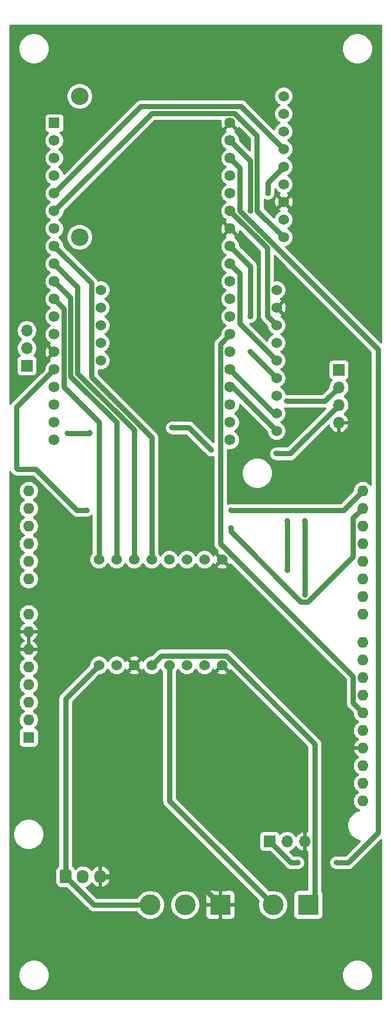
<source format=gtl>
G04 #@! TF.GenerationSoftware,KiCad,Pcbnew,5.1.6-c6e7f7d~87~ubuntu20.04.1*
G04 #@! TF.CreationDate,2020-08-06T14:16:39-04:00*
G04 #@! TF.ProjectId,Buoy_WithGSM,42756f79-5f57-4697-9468-47534d2e6b69,Leonardo Ward*
G04 #@! TF.SameCoordinates,Original*
G04 #@! TF.FileFunction,Copper,L1,Top*
G04 #@! TF.FilePolarity,Positive*
%FSLAX46Y46*%
G04 Gerber Fmt 4.6, Leading zero omitted, Abs format (unit mm)*
G04 Created by KiCad (PCBNEW 5.1.6-c6e7f7d~87~ubuntu20.04.1) date 2020-08-06 14:16:39*
%MOMM*%
%LPD*%
G01*
G04 APERTURE LIST*
G04 #@! TA.AperFunction,ComponentPad*
%ADD10O,1.600000X1.600000*%
G04 #@! TD*
G04 #@! TA.AperFunction,ComponentPad*
%ADD11R,1.600000X1.600000*%
G04 #@! TD*
G04 #@! TA.AperFunction,ComponentPad*
%ADD12R,1.560000X1.560000*%
G04 #@! TD*
G04 #@! TA.AperFunction,ComponentPad*
%ADD13C,1.560000*%
G04 #@! TD*
G04 #@! TA.AperFunction,ComponentPad*
%ADD14C,2.540000*%
G04 #@! TD*
G04 #@! TA.AperFunction,ComponentPad*
%ADD15C,1.524000*%
G04 #@! TD*
G04 #@! TA.AperFunction,ComponentPad*
%ADD16O,1.700000X1.950000*%
G04 #@! TD*
G04 #@! TA.AperFunction,ComponentPad*
%ADD17R,3.000000X3.000000*%
G04 #@! TD*
G04 #@! TA.AperFunction,ComponentPad*
%ADD18C,3.000000*%
G04 #@! TD*
G04 #@! TA.AperFunction,ComponentPad*
%ADD19R,1.700000X1.700000*%
G04 #@! TD*
G04 #@! TA.AperFunction,ComponentPad*
%ADD20O,1.700000X1.700000*%
G04 #@! TD*
G04 #@! TA.AperFunction,ViaPad*
%ADD21C,0.800000*%
G04 #@! TD*
G04 #@! TA.AperFunction,Conductor*
%ADD22C,0.800000*%
G04 #@! TD*
G04 #@! TA.AperFunction,Conductor*
%ADD23C,0.254000*%
G04 #@! TD*
G04 APERTURE END LIST*
D10*
X155422600Y-146325400D03*
X155422600Y-143785400D03*
D11*
X107162600Y-137185400D03*
D10*
X155422600Y-106705400D03*
X107162600Y-134645400D03*
X155422600Y-109245400D03*
X107162600Y-132105400D03*
X155422600Y-111785400D03*
X107162600Y-129565400D03*
X155422600Y-114325400D03*
X107162600Y-127025400D03*
X155422600Y-116865400D03*
X107162600Y-124485400D03*
X155422600Y-119405400D03*
X107162600Y-121945400D03*
X155422600Y-123465400D03*
X107162600Y-119405400D03*
X155422600Y-126005400D03*
X107162600Y-114325400D03*
X155422600Y-128545400D03*
X107162600Y-111785400D03*
X155422600Y-131085400D03*
X107162600Y-109245400D03*
X155422600Y-133625400D03*
X107162600Y-106705400D03*
X155422600Y-136165400D03*
X107162600Y-104165400D03*
X155422600Y-138705400D03*
X107162600Y-101625400D03*
X155422600Y-141245400D03*
X155422600Y-101625400D03*
X155422600Y-104165400D03*
D12*
X110866601Y-48584401D03*
D13*
X110866601Y-51124401D03*
X110866601Y-94304401D03*
X110866601Y-53664401D03*
X110866601Y-56204401D03*
X110866601Y-58744401D03*
X110866601Y-61284401D03*
X110866601Y-63824401D03*
X110866601Y-66364401D03*
X110866601Y-68904401D03*
X110866601Y-71444401D03*
X110866601Y-73984401D03*
X110866601Y-76524401D03*
X110866601Y-79064401D03*
X110866601Y-81604401D03*
X110866601Y-84144401D03*
X110866601Y-86684401D03*
X110866601Y-89224401D03*
X110866601Y-91764401D03*
X136266601Y-48584401D03*
X136266601Y-51124401D03*
X136266601Y-53664401D03*
X136266601Y-56204401D03*
X136266601Y-58744401D03*
X136266601Y-61284401D03*
X136266601Y-63824401D03*
X136266601Y-66364401D03*
X136266601Y-68904401D03*
X136266601Y-71444401D03*
X136266601Y-73984401D03*
X136266601Y-76524401D03*
X136266601Y-79064401D03*
X136266601Y-81604401D03*
X136266601Y-84144401D03*
X136266601Y-86684401D03*
X136266601Y-89224401D03*
X136266601Y-91764401D03*
X136266601Y-94304401D03*
D14*
X114528600Y-44729400D03*
X114528600Y-65049400D03*
D15*
X143992600Y-65049400D03*
X143992600Y-62509400D03*
X143992600Y-59969400D03*
X143992600Y-57429400D03*
X143992600Y-54889400D03*
X143992600Y-52349400D03*
X143992600Y-49809400D03*
X143992600Y-47269400D03*
X143992600Y-44729400D03*
X142976600Y-72669400D03*
X142976600Y-75209400D03*
X142976600Y-77749400D03*
X142976600Y-80289400D03*
X142976600Y-82829400D03*
X142976600Y-85369400D03*
X142976600Y-87909400D03*
X142976600Y-90449400D03*
X142976600Y-92989400D03*
X117576600Y-82829400D03*
X117576600Y-80289400D03*
X117576600Y-77749400D03*
X117576600Y-75209400D03*
X117576600Y-72669400D03*
G04 #@! TA.AperFunction,ComponentPad*
G36*
G01*
X111646600Y-157976400D02*
X111646600Y-156526400D01*
G75*
G02*
X111896600Y-156276400I250000J0D01*
G01*
X113096600Y-156276400D01*
G75*
G02*
X113346600Y-156526400I0J-250000D01*
G01*
X113346600Y-157976400D01*
G75*
G02*
X113096600Y-158226400I-250000J0D01*
G01*
X111896600Y-158226400D01*
G75*
G02*
X111646600Y-157976400I0J250000D01*
G01*
G37*
G04 #@! TD.AperFunction*
D16*
X114996600Y-157251400D03*
X117496600Y-157251400D03*
D17*
X134848600Y-161315400D03*
D18*
X129768600Y-161315400D03*
X124688600Y-161315400D03*
D17*
X147548600Y-161315400D03*
D18*
X142468600Y-161315400D03*
D15*
X117322600Y-126771400D03*
X119862600Y-126771400D03*
X122402600Y-126771400D03*
X124942600Y-126771400D03*
X127482600Y-126771400D03*
X130022600Y-126771400D03*
X132562600Y-126771400D03*
X135102600Y-126771400D03*
X135102600Y-111531400D03*
X132562600Y-111531400D03*
X130022600Y-111531400D03*
X127482600Y-111531400D03*
X124942600Y-111531400D03*
X122402600Y-111531400D03*
X119862600Y-111531400D03*
X117322600Y-111531400D03*
D19*
X141960600Y-152171400D03*
D20*
X144500600Y-152171400D03*
X147040600Y-152171400D03*
X106908600Y-78511400D03*
X106908600Y-81051400D03*
D19*
X106908600Y-83591400D03*
X151968200Y-84175600D03*
D20*
X151968200Y-86715600D03*
X151968200Y-89255600D03*
X151968200Y-91795600D03*
D21*
X147040600Y-105943400D03*
X147040600Y-116611400D03*
X144500600Y-113055400D03*
X144500600Y-105943400D03*
X141706600Y-58699400D03*
X139166600Y-61239400D03*
X139166600Y-76479400D03*
X139166600Y-81559400D03*
X151612600Y-155219400D03*
X146024600Y-155219400D03*
X136372600Y-106959400D03*
X115544600Y-104419400D03*
X136372600Y-104419400D03*
X144449800Y-88696800D03*
X112826800Y-93319600D03*
X116001800Y-93243400D03*
X127889000Y-92532200D03*
X133527800Y-95732600D03*
X142951200Y-96266000D03*
D22*
X124946602Y-47204400D02*
X110866601Y-61284401D01*
X136929002Y-47204400D02*
X124946602Y-47204400D01*
X140166610Y-50442008D02*
X136929002Y-47204400D01*
X140166610Y-61223410D02*
X140166610Y-50442008D01*
X143992600Y-65049400D02*
X140166610Y-61223410D01*
X147040600Y-116611400D02*
X147040600Y-105943400D01*
X144500600Y-113055400D02*
X144500600Y-105943400D01*
X130784600Y-157251400D02*
X134848600Y-161315400D01*
X117496600Y-157251400D02*
X130784600Y-157251400D01*
X141706600Y-57175400D02*
X141706600Y-58699400D01*
X143992600Y-54889400D02*
X141706600Y-57175400D01*
X123406612Y-46204390D02*
X110866601Y-58744401D01*
X137847590Y-46204390D02*
X123406612Y-46204390D01*
X143992600Y-52349400D02*
X137847590Y-46204390D01*
X139166600Y-54024400D02*
X136266601Y-51124401D01*
X139166600Y-61239400D02*
X139166600Y-54024400D01*
X141614599Y-66632399D02*
X136266601Y-61284401D01*
X141614599Y-76387399D02*
X141614599Y-66632399D01*
X142976600Y-77749400D02*
X141614599Y-76387399D01*
X139166600Y-69264400D02*
X139166600Y-76479400D01*
X136266601Y-66364401D02*
X139166600Y-69264400D01*
X139166600Y-81559400D02*
X142976600Y-85369400D01*
X137646602Y-77499402D02*
X142976600Y-82829400D01*
X137646602Y-70284402D02*
X137646602Y-77499402D01*
X136266601Y-68904401D02*
X137646602Y-70284402D01*
X142571600Y-90449400D02*
X142976600Y-90449400D01*
X136266601Y-84144401D02*
X142571600Y-90449400D01*
X136671601Y-86684401D02*
X136266601Y-86684401D01*
X142976600Y-92989400D02*
X136671601Y-86684401D01*
X116560600Y-161315400D02*
X124688600Y-161315400D01*
X112496600Y-157251400D02*
X116560600Y-161315400D01*
X112496600Y-131597400D02*
X117322600Y-126771400D01*
X112496600Y-157251400D02*
X112496600Y-131597400D01*
X148490601Y-160373399D02*
X147548600Y-161315400D01*
X148490601Y-138143639D02*
X148490601Y-160373399D01*
X135756361Y-125409399D02*
X148490601Y-138143639D01*
X126304601Y-125409399D02*
X135756361Y-125409399D01*
X124942600Y-126771400D02*
X126304601Y-125409399D01*
X127482600Y-146329400D02*
X142468600Y-161315400D01*
X127482600Y-126771400D02*
X127482600Y-146329400D01*
X124942600Y-93970948D02*
X124942600Y-111531400D01*
X116214599Y-71712399D02*
X116214599Y-85242947D01*
X116214599Y-85242947D02*
X124942600Y-93970948D01*
X110866601Y-66364401D02*
X116214599Y-71712399D01*
X122402600Y-92845174D02*
X122402600Y-111531400D01*
X114246622Y-84689196D02*
X122402600Y-92845174D01*
X114246622Y-72284422D02*
X114246622Y-84689196D01*
X110866601Y-68904401D02*
X114246622Y-72284422D01*
X110866601Y-71444401D02*
X113246612Y-73824412D01*
X113246612Y-73824412D02*
X113246612Y-85103412D01*
X119862600Y-91719400D02*
X119862600Y-111531400D01*
X113246612Y-85103412D02*
X119862600Y-91719400D01*
X112246602Y-75364402D02*
X112246602Y-86643402D01*
X110866601Y-73984401D02*
X112246602Y-75364402D01*
X117322600Y-91719400D02*
X117322600Y-111531400D01*
X112246602Y-86643402D02*
X117322600Y-91719400D01*
X153344602Y-155219400D02*
X151612600Y-155219400D01*
X157622601Y-150941401D02*
X153344602Y-155219400D01*
X157622601Y-81226175D02*
X157622601Y-150941401D01*
X137646602Y-61250176D02*
X157622601Y-81226175D01*
X137646602Y-55044402D02*
X137646602Y-61250176D01*
X136266601Y-53664401D02*
X137646602Y-55044402D01*
X145008600Y-155219400D02*
X141960600Y-152171400D01*
X146024600Y-155219400D02*
X145008600Y-155219400D01*
X154022599Y-105565401D02*
X155422600Y-104165400D01*
X154022599Y-111109403D02*
X154022599Y-105565401D01*
X147520601Y-117611401D02*
X154022599Y-111109403D01*
X146458916Y-117611401D02*
X147520601Y-117611401D01*
X136372600Y-107525085D02*
X146458916Y-117611401D01*
X136372600Y-106959400D02*
X136372600Y-107525085D01*
X114154600Y-104419400D02*
X115544600Y-104419400D01*
X105578599Y-98503401D02*
X108238601Y-98503401D01*
X105458599Y-98383401D02*
X105578599Y-98503401D01*
X108238601Y-98503401D02*
X114154600Y-104419400D01*
X105458599Y-89552403D02*
X105458599Y-98383401D01*
X110866601Y-84144401D02*
X105458599Y-89552403D01*
X152628600Y-104419400D02*
X155422600Y-101625400D01*
X136372600Y-104419400D02*
X152628600Y-104419400D01*
X154022599Y-132225399D02*
X155422600Y-133625400D01*
X154022599Y-128435637D02*
X154022599Y-132225399D01*
X134886600Y-109299638D02*
X154022599Y-128435637D01*
X134886600Y-80444402D02*
X134886600Y-109299638D01*
X136266601Y-79064401D02*
X134886600Y-80444402D01*
X149987000Y-88696800D02*
X151968200Y-86715600D01*
X144449800Y-88696800D02*
X149987000Y-88696800D01*
X115925600Y-93319600D02*
X116001800Y-93243400D01*
X112826800Y-93319600D02*
X115925600Y-93319600D01*
X130327400Y-92532200D02*
X133527800Y-95732600D01*
X127889000Y-92532200D02*
X130327400Y-92532200D01*
X144957800Y-96266000D02*
X151968200Y-89255600D01*
X142951200Y-96266000D02*
X144957800Y-96266000D01*
D23*
G36*
X134859920Y-48377295D02*
G01*
X134846544Y-48655704D01*
X134887741Y-48931373D01*
X134981926Y-49193709D01*
X135046252Y-49314056D01*
X135288180Y-49383217D01*
X136086996Y-48584401D01*
X136072854Y-48570259D01*
X136252459Y-48390654D01*
X136266601Y-48404796D01*
X136280744Y-48390654D01*
X136460349Y-48570259D01*
X136446206Y-48584401D01*
X137245022Y-49383217D01*
X137486950Y-49314056D01*
X137515152Y-49254260D01*
X139131611Y-50870720D01*
X139131611Y-52525700D01*
X137681601Y-51075691D01*
X137681601Y-50985036D01*
X137627224Y-50711661D01*
X137520558Y-50454147D01*
X137365704Y-50222391D01*
X137168611Y-50025298D01*
X136936855Y-49870444D01*
X136901076Y-49855624D01*
X136996256Y-49804750D01*
X137065417Y-49562822D01*
X136266601Y-48764006D01*
X135467785Y-49562822D01*
X135536946Y-49804750D01*
X135638880Y-49852826D01*
X135596347Y-49870444D01*
X135364591Y-50025298D01*
X135167498Y-50222391D01*
X135012644Y-50454147D01*
X134905978Y-50711661D01*
X134851601Y-50985036D01*
X134851601Y-51263766D01*
X134905978Y-51537141D01*
X135012644Y-51794655D01*
X135167498Y-52026411D01*
X135364591Y-52223504D01*
X135596347Y-52378358D01*
X135635078Y-52394401D01*
X135596347Y-52410444D01*
X135364591Y-52565298D01*
X135167498Y-52762391D01*
X135012644Y-52994147D01*
X134905978Y-53251661D01*
X134851601Y-53525036D01*
X134851601Y-53803766D01*
X134905978Y-54077141D01*
X135012644Y-54334655D01*
X135167498Y-54566411D01*
X135364591Y-54763504D01*
X135596347Y-54918358D01*
X135635078Y-54934401D01*
X135596347Y-54950444D01*
X135364591Y-55105298D01*
X135167498Y-55302391D01*
X135012644Y-55534147D01*
X134905978Y-55791661D01*
X134851601Y-56065036D01*
X134851601Y-56343766D01*
X134905978Y-56617141D01*
X135012644Y-56874655D01*
X135167498Y-57106411D01*
X135364591Y-57303504D01*
X135596347Y-57458358D01*
X135635078Y-57474401D01*
X135596347Y-57490444D01*
X135364591Y-57645298D01*
X135167498Y-57842391D01*
X135012644Y-58074147D01*
X134905978Y-58331661D01*
X134851601Y-58605036D01*
X134851601Y-58883766D01*
X134905978Y-59157141D01*
X135012644Y-59414655D01*
X135167498Y-59646411D01*
X135364591Y-59843504D01*
X135596347Y-59998358D01*
X135635078Y-60014401D01*
X135596347Y-60030444D01*
X135364591Y-60185298D01*
X135167498Y-60382391D01*
X135012644Y-60614147D01*
X134905978Y-60871661D01*
X134851601Y-61145036D01*
X134851601Y-61423766D01*
X134905978Y-61697141D01*
X135012644Y-61954655D01*
X135167498Y-62186411D01*
X135364591Y-62383504D01*
X135596347Y-62538358D01*
X135632126Y-62553178D01*
X135536946Y-62604052D01*
X135467785Y-62845980D01*
X136266601Y-63644796D01*
X136280744Y-63630654D01*
X136460349Y-63810259D01*
X136446206Y-63824401D01*
X137245022Y-64623217D01*
X137486950Y-64554056D01*
X137605849Y-64301958D01*
X137648677Y-64130188D01*
X140579600Y-67061111D01*
X140579599Y-76336571D01*
X140574593Y-76387399D01*
X140579599Y-76438227D01*
X140579599Y-76438236D01*
X140594575Y-76590293D01*
X140653758Y-76785391D01*
X140749865Y-76965196D01*
X140879203Y-77122795D01*
X140918696Y-77155206D01*
X141579600Y-77816111D01*
X141579600Y-77886992D01*
X141633286Y-78156890D01*
X141738595Y-78411127D01*
X141891480Y-78639935D01*
X142086065Y-78834520D01*
X142314873Y-78987405D01*
X142392115Y-79019400D01*
X142314873Y-79051395D01*
X142086065Y-79204280D01*
X141891480Y-79398865D01*
X141738595Y-79627673D01*
X141633286Y-79881910D01*
X141609981Y-79999071D01*
X139126353Y-77515443D01*
X139166600Y-77519407D01*
X139217438Y-77514400D01*
X139268539Y-77514400D01*
X139318657Y-77504431D01*
X139369495Y-77499424D01*
X139418377Y-77484596D01*
X139468498Y-77474626D01*
X139515713Y-77455069D01*
X139564593Y-77440241D01*
X139609642Y-77416162D01*
X139656856Y-77396605D01*
X139699346Y-77368214D01*
X139744397Y-77344134D01*
X139783884Y-77311728D01*
X139826374Y-77283337D01*
X139862508Y-77247203D01*
X139901996Y-77214796D01*
X139934403Y-77175308D01*
X139970537Y-77139174D01*
X139998928Y-77096684D01*
X140031334Y-77057197D01*
X140055414Y-77012146D01*
X140083805Y-76969656D01*
X140103362Y-76922442D01*
X140127441Y-76877393D01*
X140142269Y-76828513D01*
X140161826Y-76781298D01*
X140171796Y-76731177D01*
X140186624Y-76682295D01*
X140191631Y-76631457D01*
X140201600Y-76581339D01*
X140201600Y-69315235D01*
X140206607Y-69264400D01*
X140201600Y-69213562D01*
X140186624Y-69061505D01*
X140127441Y-68866407D01*
X140039300Y-68701506D01*
X140031334Y-68686602D01*
X139934403Y-68568492D01*
X139901996Y-68529004D01*
X139862508Y-68496597D01*
X137681601Y-66315691D01*
X137681601Y-66225036D01*
X137627224Y-65951661D01*
X137520558Y-65694147D01*
X137365704Y-65462391D01*
X137168611Y-65265298D01*
X136936855Y-65110444D01*
X136901076Y-65095624D01*
X136996256Y-65044750D01*
X137065417Y-64802822D01*
X136266601Y-64004006D01*
X135467785Y-64802822D01*
X135536946Y-65044750D01*
X135638880Y-65092826D01*
X135596347Y-65110444D01*
X135364591Y-65265298D01*
X135167498Y-65462391D01*
X135012644Y-65694147D01*
X134905978Y-65951661D01*
X134851601Y-66225036D01*
X134851601Y-66503766D01*
X134905978Y-66777141D01*
X135012644Y-67034655D01*
X135167498Y-67266411D01*
X135364591Y-67463504D01*
X135596347Y-67618358D01*
X135635078Y-67634401D01*
X135596347Y-67650444D01*
X135364591Y-67805298D01*
X135167498Y-68002391D01*
X135012644Y-68234147D01*
X134905978Y-68491661D01*
X134851601Y-68765036D01*
X134851601Y-69043766D01*
X134905978Y-69317141D01*
X135012644Y-69574655D01*
X135167498Y-69806411D01*
X135364591Y-70003504D01*
X135596347Y-70158358D01*
X135635078Y-70174401D01*
X135596347Y-70190444D01*
X135364591Y-70345298D01*
X135167498Y-70542391D01*
X135012644Y-70774147D01*
X134905978Y-71031661D01*
X134851601Y-71305036D01*
X134851601Y-71583766D01*
X134905978Y-71857141D01*
X135012644Y-72114655D01*
X135167498Y-72346411D01*
X135364591Y-72543504D01*
X135596347Y-72698358D01*
X135635078Y-72714401D01*
X135596347Y-72730444D01*
X135364591Y-72885298D01*
X135167498Y-73082391D01*
X135012644Y-73314147D01*
X134905978Y-73571661D01*
X134851601Y-73845036D01*
X134851601Y-74123766D01*
X134905978Y-74397141D01*
X135012644Y-74654655D01*
X135167498Y-74886411D01*
X135364591Y-75083504D01*
X135596347Y-75238358D01*
X135635078Y-75254401D01*
X135596347Y-75270444D01*
X135364591Y-75425298D01*
X135167498Y-75622391D01*
X135012644Y-75854147D01*
X134905978Y-76111661D01*
X134851601Y-76385036D01*
X134851601Y-76663766D01*
X134905978Y-76937141D01*
X135012644Y-77194655D01*
X135167498Y-77426411D01*
X135364591Y-77623504D01*
X135596347Y-77778358D01*
X135635078Y-77794401D01*
X135596347Y-77810444D01*
X135364591Y-77965298D01*
X135167498Y-78162391D01*
X135012644Y-78394147D01*
X134905978Y-78651661D01*
X134851601Y-78925036D01*
X134851601Y-79015690D01*
X134190697Y-79676595D01*
X134151204Y-79709006D01*
X134021866Y-79866605D01*
X133925759Y-80046410D01*
X133866576Y-80241508D01*
X133851600Y-80393565D01*
X133851600Y-80393574D01*
X133846594Y-80444402D01*
X133851600Y-80495230D01*
X133851600Y-94592690D01*
X131095207Y-91836297D01*
X131062796Y-91796804D01*
X130905197Y-91667466D01*
X130725393Y-91571359D01*
X130530295Y-91512176D01*
X130378238Y-91497200D01*
X130378228Y-91497200D01*
X130327400Y-91492194D01*
X130276572Y-91497200D01*
X127787061Y-91497200D01*
X127736943Y-91507169D01*
X127686105Y-91512176D01*
X127637223Y-91527004D01*
X127587102Y-91536974D01*
X127539887Y-91556531D01*
X127491007Y-91571359D01*
X127445958Y-91595438D01*
X127398744Y-91614995D01*
X127356254Y-91643386D01*
X127311203Y-91667466D01*
X127271716Y-91699872D01*
X127229226Y-91728263D01*
X127193092Y-91764397D01*
X127153604Y-91796804D01*
X127121197Y-91836292D01*
X127085063Y-91872426D01*
X127056672Y-91914916D01*
X127024266Y-91954403D01*
X127000186Y-91999454D01*
X126971795Y-92041944D01*
X126952238Y-92089158D01*
X126928159Y-92134207D01*
X126913331Y-92183087D01*
X126893774Y-92230302D01*
X126883804Y-92280423D01*
X126868976Y-92329305D01*
X126863969Y-92380143D01*
X126854000Y-92430261D01*
X126854000Y-92481362D01*
X126848993Y-92532200D01*
X126854000Y-92583038D01*
X126854000Y-92634139D01*
X126863969Y-92684257D01*
X126868976Y-92735095D01*
X126883804Y-92783977D01*
X126893774Y-92834098D01*
X126913331Y-92881313D01*
X126928159Y-92930193D01*
X126952238Y-92975242D01*
X126971795Y-93022456D01*
X127000186Y-93064946D01*
X127024266Y-93109997D01*
X127056672Y-93149484D01*
X127085063Y-93191974D01*
X127121196Y-93228107D01*
X127153604Y-93267596D01*
X127193092Y-93300003D01*
X127229226Y-93336137D01*
X127271716Y-93364528D01*
X127311203Y-93396934D01*
X127356254Y-93421014D01*
X127398744Y-93449405D01*
X127445958Y-93468962D01*
X127491007Y-93493041D01*
X127539887Y-93507869D01*
X127587102Y-93527426D01*
X127637223Y-93537396D01*
X127686105Y-93552224D01*
X127736943Y-93557231D01*
X127787061Y-93567200D01*
X129898690Y-93567200D01*
X132723863Y-96392374D01*
X132868026Y-96536537D01*
X132910512Y-96564925D01*
X132950002Y-96597334D01*
X132995056Y-96621416D01*
X133037544Y-96649805D01*
X133084759Y-96669362D01*
X133129806Y-96693440D01*
X133178681Y-96708266D01*
X133225902Y-96727826D01*
X133276029Y-96737797D01*
X133324904Y-96752623D01*
X133375734Y-96757629D01*
X133425861Y-96767600D01*
X133476971Y-96767600D01*
X133527799Y-96772606D01*
X133578627Y-96767600D01*
X133629739Y-96767600D01*
X133679867Y-96757629D01*
X133730695Y-96752623D01*
X133779568Y-96737797D01*
X133829698Y-96727826D01*
X133851601Y-96718754D01*
X133851601Y-109248800D01*
X133846594Y-109299638D01*
X133866577Y-109502533D01*
X133925760Y-109697631D01*
X134021866Y-109877435D01*
X134118797Y-109995545D01*
X134151205Y-110035034D01*
X134190693Y-110067441D01*
X134426224Y-110302972D01*
X134383620Y-110325744D01*
X134316640Y-110565835D01*
X135102600Y-111351795D01*
X135116743Y-111337653D01*
X135296348Y-111517258D01*
X135282205Y-111531400D01*
X136068165Y-112317360D01*
X136308256Y-112250380D01*
X136329165Y-112205914D01*
X152987599Y-128864348D01*
X152987600Y-132174561D01*
X152982593Y-132225399D01*
X153002576Y-132428294D01*
X153061759Y-132623392D01*
X153157865Y-132803196D01*
X153254796Y-132921306D01*
X153287204Y-132960795D01*
X153326691Y-132993201D01*
X153987600Y-133654110D01*
X153987600Y-133766735D01*
X154042747Y-134043974D01*
X154150920Y-134305127D01*
X154307963Y-134540159D01*
X154507841Y-134740037D01*
X154740359Y-134895400D01*
X154507841Y-135050763D01*
X154307963Y-135250641D01*
X154150920Y-135485673D01*
X154042747Y-135746826D01*
X153987600Y-136024065D01*
X153987600Y-136306735D01*
X154042747Y-136583974D01*
X154150920Y-136845127D01*
X154307963Y-137080159D01*
X154507841Y-137280037D01*
X154742873Y-137437080D01*
X154753465Y-137441467D01*
X154567469Y-137553015D01*
X154359081Y-137741986D01*
X154191563Y-137967980D01*
X154071354Y-138222313D01*
X154030696Y-138356361D01*
X154152685Y-138578400D01*
X155295600Y-138578400D01*
X155295600Y-138558400D01*
X155549600Y-138558400D01*
X155549600Y-138578400D01*
X155569600Y-138578400D01*
X155569600Y-138832400D01*
X155549600Y-138832400D01*
X155549600Y-138852400D01*
X155295600Y-138852400D01*
X155295600Y-138832400D01*
X154152685Y-138832400D01*
X154030696Y-139054439D01*
X154071354Y-139188487D01*
X154191563Y-139442820D01*
X154359081Y-139668814D01*
X154567469Y-139857785D01*
X154753465Y-139969333D01*
X154742873Y-139973720D01*
X154507841Y-140130763D01*
X154307963Y-140330641D01*
X154150920Y-140565673D01*
X154042747Y-140826826D01*
X153987600Y-141104065D01*
X153987600Y-141386735D01*
X154042747Y-141663974D01*
X154150920Y-141925127D01*
X154307963Y-142160159D01*
X154507841Y-142360037D01*
X154740359Y-142515400D01*
X154507841Y-142670763D01*
X154307963Y-142870641D01*
X154150920Y-143105673D01*
X154042747Y-143366826D01*
X153987600Y-143644065D01*
X153987600Y-143926735D01*
X154042747Y-144203974D01*
X154150920Y-144465127D01*
X154307963Y-144700159D01*
X154507841Y-144900037D01*
X154740359Y-145055400D01*
X154507841Y-145210763D01*
X154307963Y-145410641D01*
X154150920Y-145645673D01*
X154042747Y-145906826D01*
X153987600Y-146184065D01*
X153987600Y-146466735D01*
X154042747Y-146743974D01*
X154150920Y-147005127D01*
X154307963Y-147240159D01*
X154507841Y-147440037D01*
X154742873Y-147597080D01*
X154978942Y-147694863D01*
X154770675Y-147736290D01*
X154363931Y-147904769D01*
X153997871Y-148149362D01*
X153686562Y-148460671D01*
X153441969Y-148826731D01*
X153273490Y-149233475D01*
X153187600Y-149665272D01*
X153187600Y-150105528D01*
X153273490Y-150537325D01*
X153441969Y-150944069D01*
X153686562Y-151310129D01*
X153997871Y-151621438D01*
X154363931Y-151866031D01*
X154770675Y-152034510D01*
X155016820Y-152083471D01*
X152915892Y-154184400D01*
X151510661Y-154184400D01*
X151460543Y-154194369D01*
X151409705Y-154199376D01*
X151360823Y-154214204D01*
X151310702Y-154224174D01*
X151263487Y-154243731D01*
X151214607Y-154258559D01*
X151169558Y-154282638D01*
X151122344Y-154302195D01*
X151079854Y-154330586D01*
X151034803Y-154354666D01*
X150995316Y-154387072D01*
X150952826Y-154415463D01*
X150916692Y-154451597D01*
X150877204Y-154484004D01*
X150844797Y-154523492D01*
X150808663Y-154559626D01*
X150780272Y-154602116D01*
X150747866Y-154641603D01*
X150723786Y-154686654D01*
X150695395Y-154729144D01*
X150675838Y-154776358D01*
X150651759Y-154821407D01*
X150636931Y-154870287D01*
X150617374Y-154917502D01*
X150607404Y-154967623D01*
X150592576Y-155016505D01*
X150587569Y-155067343D01*
X150577600Y-155117461D01*
X150577600Y-155168562D01*
X150572593Y-155219400D01*
X150577600Y-155270238D01*
X150577600Y-155321339D01*
X150587569Y-155371457D01*
X150592576Y-155422295D01*
X150607404Y-155471177D01*
X150617374Y-155521298D01*
X150636931Y-155568513D01*
X150651759Y-155617393D01*
X150675838Y-155662442D01*
X150695395Y-155709656D01*
X150723786Y-155752146D01*
X150747866Y-155797197D01*
X150780272Y-155836684D01*
X150808663Y-155879174D01*
X150844797Y-155915308D01*
X150877204Y-155954796D01*
X150916692Y-155987203D01*
X150952826Y-156023337D01*
X150995316Y-156051728D01*
X151034803Y-156084134D01*
X151079854Y-156108214D01*
X151122344Y-156136605D01*
X151169558Y-156156162D01*
X151214607Y-156180241D01*
X151263487Y-156195069D01*
X151310702Y-156214626D01*
X151360823Y-156224596D01*
X151409705Y-156239424D01*
X151460543Y-156244431D01*
X151510661Y-156254400D01*
X153293774Y-156254400D01*
X153344602Y-156259406D01*
X153395430Y-156254400D01*
X153395440Y-156254400D01*
X153547497Y-156239424D01*
X153742595Y-156180241D01*
X153922399Y-156084134D01*
X154079998Y-155954796D01*
X154112409Y-155915303D01*
X158064601Y-151963112D01*
X158064601Y-174879400D01*
X104520600Y-174879400D01*
X104520600Y-171255272D01*
X105689600Y-171255272D01*
X105689600Y-171695528D01*
X105775490Y-172127325D01*
X105943969Y-172534069D01*
X106188562Y-172900129D01*
X106499871Y-173211438D01*
X106865931Y-173456031D01*
X107272675Y-173624510D01*
X107704472Y-173710400D01*
X108144728Y-173710400D01*
X108576525Y-173624510D01*
X108983269Y-173456031D01*
X109349329Y-173211438D01*
X109660638Y-172900129D01*
X109905231Y-172534069D01*
X110073710Y-172127325D01*
X110159600Y-171695528D01*
X110159600Y-171255272D01*
X152425600Y-171255272D01*
X152425600Y-171695528D01*
X152511490Y-172127325D01*
X152679969Y-172534069D01*
X152924562Y-172900129D01*
X153235871Y-173211438D01*
X153601931Y-173456031D01*
X154008675Y-173624510D01*
X154440472Y-173710400D01*
X154880728Y-173710400D01*
X155312525Y-173624510D01*
X155719269Y-173456031D01*
X156085329Y-173211438D01*
X156396638Y-172900129D01*
X156641231Y-172534069D01*
X156809710Y-172127325D01*
X156895600Y-171695528D01*
X156895600Y-171255272D01*
X156809710Y-170823475D01*
X156641231Y-170416731D01*
X156396638Y-170050671D01*
X156085329Y-169739362D01*
X155719269Y-169494769D01*
X155312525Y-169326290D01*
X154880728Y-169240400D01*
X154440472Y-169240400D01*
X154008675Y-169326290D01*
X153601931Y-169494769D01*
X153235871Y-169739362D01*
X152924562Y-170050671D01*
X152679969Y-170416731D01*
X152511490Y-170823475D01*
X152425600Y-171255272D01*
X110159600Y-171255272D01*
X110073710Y-170823475D01*
X109905231Y-170416731D01*
X109660638Y-170050671D01*
X109349329Y-169739362D01*
X108983269Y-169494769D01*
X108576525Y-169326290D01*
X108144728Y-169240400D01*
X107704472Y-169240400D01*
X107272675Y-169326290D01*
X106865931Y-169494769D01*
X106499871Y-169739362D01*
X106188562Y-170050671D01*
X105943969Y-170416731D01*
X105775490Y-170823475D01*
X105689600Y-171255272D01*
X104520600Y-171255272D01*
X104520600Y-156526400D01*
X111008528Y-156526400D01*
X111008528Y-157976400D01*
X111025592Y-158149654D01*
X111076128Y-158316250D01*
X111158195Y-158469786D01*
X111268638Y-158604362D01*
X111403214Y-158714805D01*
X111556750Y-158796872D01*
X111723346Y-158847408D01*
X111896600Y-158864472D01*
X112645962Y-158864472D01*
X115792797Y-162011308D01*
X115825204Y-162050796D01*
X115864692Y-162083203D01*
X115982802Y-162180134D01*
X116078909Y-162231504D01*
X116162607Y-162276241D01*
X116357705Y-162335424D01*
X116509762Y-162350400D01*
X116509764Y-162350400D01*
X116560600Y-162355407D01*
X116611435Y-162350400D01*
X122812422Y-162350400D01*
X123030237Y-162676383D01*
X123327617Y-162973763D01*
X123677298Y-163207412D01*
X124065844Y-163368353D01*
X124478321Y-163450400D01*
X124898879Y-163450400D01*
X125311356Y-163368353D01*
X125699902Y-163207412D01*
X126049583Y-162973763D01*
X126346963Y-162676383D01*
X126580612Y-162326702D01*
X126741553Y-161938156D01*
X126823600Y-161525679D01*
X126823600Y-161105121D01*
X127633600Y-161105121D01*
X127633600Y-161525679D01*
X127715647Y-161938156D01*
X127876588Y-162326702D01*
X128110237Y-162676383D01*
X128407617Y-162973763D01*
X128757298Y-163207412D01*
X129145844Y-163368353D01*
X129558321Y-163450400D01*
X129978879Y-163450400D01*
X130391356Y-163368353D01*
X130779902Y-163207412D01*
X131129583Y-162973763D01*
X131287946Y-162815400D01*
X132710528Y-162815400D01*
X132722788Y-162939882D01*
X132759098Y-163059580D01*
X132818063Y-163169894D01*
X132897415Y-163266585D01*
X132994106Y-163345937D01*
X133104420Y-163404902D01*
X133224118Y-163441212D01*
X133348600Y-163453472D01*
X134562850Y-163450400D01*
X134721600Y-163291650D01*
X134721600Y-161442400D01*
X134975600Y-161442400D01*
X134975600Y-163291650D01*
X135134350Y-163450400D01*
X136348600Y-163453472D01*
X136473082Y-163441212D01*
X136592780Y-163404902D01*
X136703094Y-163345937D01*
X136799785Y-163266585D01*
X136879137Y-163169894D01*
X136938102Y-163059580D01*
X136974412Y-162939882D01*
X136986672Y-162815400D01*
X136983600Y-161601150D01*
X136824850Y-161442400D01*
X134975600Y-161442400D01*
X134721600Y-161442400D01*
X132872350Y-161442400D01*
X132713600Y-161601150D01*
X132710528Y-162815400D01*
X131287946Y-162815400D01*
X131426963Y-162676383D01*
X131660612Y-162326702D01*
X131821553Y-161938156D01*
X131903600Y-161525679D01*
X131903600Y-161105121D01*
X131821553Y-160692644D01*
X131660612Y-160304098D01*
X131426963Y-159954417D01*
X131287946Y-159815400D01*
X132710528Y-159815400D01*
X132713600Y-161029650D01*
X132872350Y-161188400D01*
X134721600Y-161188400D01*
X134721600Y-159339150D01*
X134975600Y-159339150D01*
X134975600Y-161188400D01*
X136824850Y-161188400D01*
X136983600Y-161029650D01*
X136986672Y-159815400D01*
X136974412Y-159690918D01*
X136938102Y-159571220D01*
X136879137Y-159460906D01*
X136799785Y-159364215D01*
X136703094Y-159284863D01*
X136592780Y-159225898D01*
X136473082Y-159189588D01*
X136348600Y-159177328D01*
X135134350Y-159180400D01*
X134975600Y-159339150D01*
X134721600Y-159339150D01*
X134562850Y-159180400D01*
X133348600Y-159177328D01*
X133224118Y-159189588D01*
X133104420Y-159225898D01*
X132994106Y-159284863D01*
X132897415Y-159364215D01*
X132818063Y-159460906D01*
X132759098Y-159571220D01*
X132722788Y-159690918D01*
X132710528Y-159815400D01*
X131287946Y-159815400D01*
X131129583Y-159657037D01*
X130779902Y-159423388D01*
X130391356Y-159262447D01*
X129978879Y-159180400D01*
X129558321Y-159180400D01*
X129145844Y-159262447D01*
X128757298Y-159423388D01*
X128407617Y-159657037D01*
X128110237Y-159954417D01*
X127876588Y-160304098D01*
X127715647Y-160692644D01*
X127633600Y-161105121D01*
X126823600Y-161105121D01*
X126741553Y-160692644D01*
X126580612Y-160304098D01*
X126346963Y-159954417D01*
X126049583Y-159657037D01*
X125699902Y-159423388D01*
X125311356Y-159262447D01*
X124898879Y-159180400D01*
X124478321Y-159180400D01*
X124065844Y-159262447D01*
X123677298Y-159423388D01*
X123327617Y-159657037D01*
X123030237Y-159954417D01*
X122812422Y-160280400D01*
X116989311Y-160280400D01*
X115488051Y-158779140D01*
X115567634Y-158754999D01*
X115825614Y-158617106D01*
X116051734Y-158431534D01*
X116237306Y-158205414D01*
X116251062Y-158179678D01*
X116407551Y-158385829D01*
X116625407Y-158578896D01*
X116876742Y-158725752D01*
X117139710Y-158817876D01*
X117369600Y-158696555D01*
X117369600Y-157378400D01*
X117623600Y-157378400D01*
X117623600Y-158696555D01*
X117853490Y-158817876D01*
X118116458Y-158725752D01*
X118367793Y-158578896D01*
X118585649Y-158385829D01*
X118761653Y-158153970D01*
X118889042Y-157892230D01*
X118962920Y-157610667D01*
X118822765Y-157378400D01*
X117623600Y-157378400D01*
X117369600Y-157378400D01*
X117349600Y-157378400D01*
X117349600Y-157124400D01*
X117369600Y-157124400D01*
X117369600Y-155806245D01*
X117623600Y-155806245D01*
X117623600Y-157124400D01*
X118822765Y-157124400D01*
X118962920Y-156892133D01*
X118889042Y-156610570D01*
X118761653Y-156348830D01*
X118585649Y-156116971D01*
X118367793Y-155923904D01*
X118116458Y-155777048D01*
X117853490Y-155684924D01*
X117623600Y-155806245D01*
X117369600Y-155806245D01*
X117139710Y-155684924D01*
X116876742Y-155777048D01*
X116625407Y-155923904D01*
X116407551Y-156116971D01*
X116251062Y-156323122D01*
X116237306Y-156297386D01*
X116051734Y-156071266D01*
X115825613Y-155885694D01*
X115567633Y-155747801D01*
X115287710Y-155662887D01*
X114996600Y-155634215D01*
X114705489Y-155662887D01*
X114425566Y-155747801D01*
X114167586Y-155885694D01*
X113941466Y-156071266D01*
X113889377Y-156134737D01*
X113835005Y-156033014D01*
X113724562Y-155898438D01*
X113589986Y-155787995D01*
X113531600Y-155756787D01*
X113531600Y-132026110D01*
X117389311Y-128168400D01*
X117460192Y-128168400D01*
X117730090Y-128114714D01*
X117984327Y-128009405D01*
X118213135Y-127856520D01*
X118407720Y-127661935D01*
X118560605Y-127433127D01*
X118592600Y-127355885D01*
X118624595Y-127433127D01*
X118777480Y-127661935D01*
X118972065Y-127856520D01*
X119200873Y-128009405D01*
X119455110Y-128114714D01*
X119725008Y-128168400D01*
X120000192Y-128168400D01*
X120270090Y-128114714D01*
X120524327Y-128009405D01*
X120753135Y-127856520D01*
X120872690Y-127736965D01*
X121616640Y-127736965D01*
X121683620Y-127977056D01*
X121932648Y-128094156D01*
X122199735Y-128160423D01*
X122474617Y-128173310D01*
X122746733Y-128132322D01*
X123005623Y-128039036D01*
X123121580Y-127977056D01*
X123188560Y-127736965D01*
X122402600Y-126951005D01*
X121616640Y-127736965D01*
X120872690Y-127736965D01*
X120947720Y-127661935D01*
X121100605Y-127433127D01*
X121130292Y-127361457D01*
X121134964Y-127374423D01*
X121196944Y-127490380D01*
X121437035Y-127557360D01*
X122222995Y-126771400D01*
X122582205Y-126771400D01*
X123368165Y-127557360D01*
X123608256Y-127490380D01*
X123672085Y-127354640D01*
X123704595Y-127433127D01*
X123857480Y-127661935D01*
X124052065Y-127856520D01*
X124280873Y-128009405D01*
X124535110Y-128114714D01*
X124805008Y-128168400D01*
X125080192Y-128168400D01*
X125350090Y-128114714D01*
X125604327Y-128009405D01*
X125833135Y-127856520D01*
X126027720Y-127661935D01*
X126180605Y-127433127D01*
X126212600Y-127355885D01*
X126244595Y-127433127D01*
X126397480Y-127661935D01*
X126447600Y-127712055D01*
X126447601Y-146278562D01*
X126442594Y-146329400D01*
X126462577Y-146532295D01*
X126521760Y-146727393D01*
X126617866Y-146907197D01*
X126698236Y-147005127D01*
X126747205Y-147064796D01*
X126786693Y-147097203D01*
X140410087Y-160720598D01*
X140333600Y-161105121D01*
X140333600Y-161525679D01*
X140415647Y-161938156D01*
X140576588Y-162326702D01*
X140810237Y-162676383D01*
X141107617Y-162973763D01*
X141457298Y-163207412D01*
X141845844Y-163368353D01*
X142258321Y-163450400D01*
X142678879Y-163450400D01*
X143091356Y-163368353D01*
X143479902Y-163207412D01*
X143829583Y-162973763D01*
X144126963Y-162676383D01*
X144360612Y-162326702D01*
X144521553Y-161938156D01*
X144603600Y-161525679D01*
X144603600Y-161105121D01*
X144521553Y-160692644D01*
X144360612Y-160304098D01*
X144126963Y-159954417D01*
X143829583Y-159657037D01*
X143479902Y-159423388D01*
X143091356Y-159262447D01*
X142678879Y-159180400D01*
X142258321Y-159180400D01*
X141873798Y-159256887D01*
X133938311Y-151321400D01*
X140472528Y-151321400D01*
X140472528Y-153021400D01*
X140484788Y-153145882D01*
X140521098Y-153265580D01*
X140580063Y-153375894D01*
X140659415Y-153472585D01*
X140756106Y-153551937D01*
X140866420Y-153610902D01*
X140986118Y-153647212D01*
X141110600Y-153659472D01*
X141984962Y-153659472D01*
X144240797Y-155915308D01*
X144273204Y-155954796D01*
X144312692Y-155987203D01*
X144430802Y-156084134D01*
X144526909Y-156135504D01*
X144610607Y-156180241D01*
X144805705Y-156239424D01*
X144957762Y-156254400D01*
X144957764Y-156254400D01*
X145008600Y-156259407D01*
X145059435Y-156254400D01*
X146126539Y-156254400D01*
X146176657Y-156244431D01*
X146227495Y-156239424D01*
X146276377Y-156224596D01*
X146326498Y-156214626D01*
X146373713Y-156195069D01*
X146422593Y-156180241D01*
X146467642Y-156156162D01*
X146514856Y-156136605D01*
X146557346Y-156108214D01*
X146602397Y-156084134D01*
X146641884Y-156051728D01*
X146684374Y-156023337D01*
X146720508Y-155987203D01*
X146759996Y-155954796D01*
X146792403Y-155915308D01*
X146828537Y-155879174D01*
X146856928Y-155836684D01*
X146889334Y-155797197D01*
X146913414Y-155752146D01*
X146941805Y-155709656D01*
X146961362Y-155662442D01*
X146985441Y-155617393D01*
X147000269Y-155568513D01*
X147019826Y-155521298D01*
X147029796Y-155471177D01*
X147044624Y-155422295D01*
X147049631Y-155371457D01*
X147059600Y-155321339D01*
X147059600Y-155270238D01*
X147064607Y-155219400D01*
X147059600Y-155168562D01*
X147059600Y-155117461D01*
X147049631Y-155067343D01*
X147044624Y-155016505D01*
X147029796Y-154967623D01*
X147019826Y-154917502D01*
X147000269Y-154870287D01*
X146985441Y-154821407D01*
X146961362Y-154776358D01*
X146941805Y-154729144D01*
X146913414Y-154686654D01*
X146889334Y-154641603D01*
X146856928Y-154602116D01*
X146828537Y-154559626D01*
X146792403Y-154523492D01*
X146759996Y-154484004D01*
X146720508Y-154451597D01*
X146684374Y-154415463D01*
X146641884Y-154387072D01*
X146602397Y-154354666D01*
X146557346Y-154330586D01*
X146514856Y-154302195D01*
X146467642Y-154282638D01*
X146422593Y-154258559D01*
X146373713Y-154243731D01*
X146326498Y-154224174D01*
X146276377Y-154214204D01*
X146227495Y-154199376D01*
X146176657Y-154194369D01*
X146126539Y-154184400D01*
X145437311Y-154184400D01*
X144865767Y-153612856D01*
X144933758Y-153599332D01*
X145204011Y-153487390D01*
X145447232Y-153324875D01*
X145654075Y-153118032D01*
X145775795Y-152935866D01*
X145845422Y-153052755D01*
X146040331Y-153268988D01*
X146273680Y-153443041D01*
X146536501Y-153568225D01*
X146683710Y-153612876D01*
X146913600Y-153491555D01*
X146913600Y-152298400D01*
X146893600Y-152298400D01*
X146893600Y-152044400D01*
X146913600Y-152044400D01*
X146913600Y-150851245D01*
X146683710Y-150729924D01*
X146536501Y-150774575D01*
X146273680Y-150899759D01*
X146040331Y-151073812D01*
X145845422Y-151290045D01*
X145775795Y-151406934D01*
X145654075Y-151224768D01*
X145447232Y-151017925D01*
X145204011Y-150855410D01*
X144933758Y-150743468D01*
X144646860Y-150686400D01*
X144354340Y-150686400D01*
X144067442Y-150743468D01*
X143797189Y-150855410D01*
X143553968Y-151017925D01*
X143422113Y-151149780D01*
X143400102Y-151077220D01*
X143341137Y-150966906D01*
X143261785Y-150870215D01*
X143165094Y-150790863D01*
X143054780Y-150731898D01*
X142935082Y-150695588D01*
X142810600Y-150683328D01*
X141110600Y-150683328D01*
X140986118Y-150695588D01*
X140866420Y-150731898D01*
X140756106Y-150790863D01*
X140659415Y-150870215D01*
X140580063Y-150966906D01*
X140521098Y-151077220D01*
X140484788Y-151196918D01*
X140472528Y-151321400D01*
X133938311Y-151321400D01*
X128517600Y-145900690D01*
X128517600Y-127712055D01*
X128567720Y-127661935D01*
X128720605Y-127433127D01*
X128752600Y-127355885D01*
X128784595Y-127433127D01*
X128937480Y-127661935D01*
X129132065Y-127856520D01*
X129360873Y-128009405D01*
X129615110Y-128114714D01*
X129885008Y-128168400D01*
X130160192Y-128168400D01*
X130430090Y-128114714D01*
X130684327Y-128009405D01*
X130913135Y-127856520D01*
X131107720Y-127661935D01*
X131260605Y-127433127D01*
X131292600Y-127355885D01*
X131324595Y-127433127D01*
X131477480Y-127661935D01*
X131672065Y-127856520D01*
X131900873Y-128009405D01*
X132155110Y-128114714D01*
X132425008Y-128168400D01*
X132700192Y-128168400D01*
X132970090Y-128114714D01*
X133224327Y-128009405D01*
X133453135Y-127856520D01*
X133572690Y-127736965D01*
X134316640Y-127736965D01*
X134383620Y-127977056D01*
X134632648Y-128094156D01*
X134899735Y-128160423D01*
X135174617Y-128173310D01*
X135446733Y-128132322D01*
X135705623Y-128039036D01*
X135821580Y-127977056D01*
X135888560Y-127736965D01*
X135102600Y-126951005D01*
X134316640Y-127736965D01*
X133572690Y-127736965D01*
X133647720Y-127661935D01*
X133800605Y-127433127D01*
X133830292Y-127361457D01*
X133834964Y-127374423D01*
X133896944Y-127490380D01*
X134137035Y-127557360D01*
X134922995Y-126771400D01*
X134908853Y-126757258D01*
X135088458Y-126577653D01*
X135102600Y-126591795D01*
X135116743Y-126577653D01*
X135296348Y-126757258D01*
X135282205Y-126771400D01*
X136068165Y-127557360D01*
X136308256Y-127490380D01*
X136329165Y-127445914D01*
X147455601Y-138572350D01*
X147455602Y-150747550D01*
X147397490Y-150729924D01*
X147167600Y-150851245D01*
X147167600Y-152044400D01*
X147187600Y-152044400D01*
X147187600Y-152298400D01*
X147167600Y-152298400D01*
X147167600Y-153491555D01*
X147397490Y-153612876D01*
X147455602Y-153595250D01*
X147455602Y-159177328D01*
X146048600Y-159177328D01*
X145924118Y-159189588D01*
X145804420Y-159225898D01*
X145694106Y-159284863D01*
X145597415Y-159364215D01*
X145518063Y-159460906D01*
X145459098Y-159571220D01*
X145422788Y-159690918D01*
X145410528Y-159815400D01*
X145410528Y-162815400D01*
X145422788Y-162939882D01*
X145459098Y-163059580D01*
X145518063Y-163169894D01*
X145597415Y-163266585D01*
X145694106Y-163345937D01*
X145804420Y-163404902D01*
X145924118Y-163441212D01*
X146048600Y-163453472D01*
X149048600Y-163453472D01*
X149173082Y-163441212D01*
X149292780Y-163404902D01*
X149403094Y-163345937D01*
X149499785Y-163266585D01*
X149579137Y-163169894D01*
X149638102Y-163059580D01*
X149674412Y-162939882D01*
X149686672Y-162815400D01*
X149686672Y-159815400D01*
X149674412Y-159690918D01*
X149638102Y-159571220D01*
X149579137Y-159460906D01*
X149525601Y-159395672D01*
X149525601Y-138194474D01*
X149530608Y-138143639D01*
X149525601Y-138092801D01*
X149510625Y-137940744D01*
X149451442Y-137745646D01*
X149373807Y-137600400D01*
X149355335Y-137565841D01*
X149258404Y-137447731D01*
X149225997Y-137408243D01*
X149186509Y-137375836D01*
X136524168Y-124713496D01*
X136491757Y-124674003D01*
X136334158Y-124544665D01*
X136154354Y-124448558D01*
X135959256Y-124389375D01*
X135807199Y-124374399D01*
X135807189Y-124374399D01*
X135756361Y-124369393D01*
X135705533Y-124374399D01*
X126355428Y-124374399D01*
X126304600Y-124369393D01*
X126253772Y-124374399D01*
X126253763Y-124374399D01*
X126101706Y-124389375D01*
X125906608Y-124448558D01*
X125822910Y-124493295D01*
X125726803Y-124544665D01*
X125628249Y-124625547D01*
X125569205Y-124674003D01*
X125536798Y-124713491D01*
X124875890Y-125374400D01*
X124805008Y-125374400D01*
X124535110Y-125428086D01*
X124280873Y-125533395D01*
X124052065Y-125686280D01*
X123857480Y-125880865D01*
X123704595Y-126109673D01*
X123674908Y-126181343D01*
X123670236Y-126168377D01*
X123608256Y-126052420D01*
X123368165Y-125985440D01*
X122582205Y-126771400D01*
X122222995Y-126771400D01*
X121437035Y-125985440D01*
X121196944Y-126052420D01*
X121133115Y-126188160D01*
X121100605Y-126109673D01*
X120947720Y-125880865D01*
X120872690Y-125805835D01*
X121616640Y-125805835D01*
X122402600Y-126591795D01*
X123188560Y-125805835D01*
X123121580Y-125565744D01*
X122872552Y-125448644D01*
X122605465Y-125382377D01*
X122330583Y-125369490D01*
X122058467Y-125410478D01*
X121799577Y-125503764D01*
X121683620Y-125565744D01*
X121616640Y-125805835D01*
X120872690Y-125805835D01*
X120753135Y-125686280D01*
X120524327Y-125533395D01*
X120270090Y-125428086D01*
X120000192Y-125374400D01*
X119725008Y-125374400D01*
X119455110Y-125428086D01*
X119200873Y-125533395D01*
X118972065Y-125686280D01*
X118777480Y-125880865D01*
X118624595Y-126109673D01*
X118592600Y-126186915D01*
X118560605Y-126109673D01*
X118407720Y-125880865D01*
X118213135Y-125686280D01*
X117984327Y-125533395D01*
X117730090Y-125428086D01*
X117460192Y-125374400D01*
X117185008Y-125374400D01*
X116915110Y-125428086D01*
X116660873Y-125533395D01*
X116432065Y-125686280D01*
X116237480Y-125880865D01*
X116084595Y-126109673D01*
X115979286Y-126363910D01*
X115925600Y-126633808D01*
X115925600Y-126704689D01*
X111800692Y-130829597D01*
X111761205Y-130862004D01*
X111728798Y-130901492D01*
X111728797Y-130901493D01*
X111631866Y-131019603D01*
X111535760Y-131199407D01*
X111476577Y-131394505D01*
X111456594Y-131597400D01*
X111461601Y-131648238D01*
X111461600Y-155756787D01*
X111403214Y-155787995D01*
X111268638Y-155898438D01*
X111158195Y-156033014D01*
X111076128Y-156186550D01*
X111025592Y-156353146D01*
X111008528Y-156526400D01*
X104520600Y-156526400D01*
X104520600Y-150935272D01*
X104927600Y-150935272D01*
X104927600Y-151375528D01*
X105013490Y-151807325D01*
X105181969Y-152214069D01*
X105426562Y-152580129D01*
X105737871Y-152891438D01*
X106103931Y-153136031D01*
X106510675Y-153304510D01*
X106942472Y-153390400D01*
X107382728Y-153390400D01*
X107814525Y-153304510D01*
X108221269Y-153136031D01*
X108587329Y-152891438D01*
X108898638Y-152580129D01*
X109143231Y-152214069D01*
X109311710Y-151807325D01*
X109397600Y-151375528D01*
X109397600Y-150935272D01*
X109311710Y-150503475D01*
X109143231Y-150096731D01*
X108898638Y-149730671D01*
X108587329Y-149419362D01*
X108221269Y-149174769D01*
X107814525Y-149006290D01*
X107382728Y-148920400D01*
X106942472Y-148920400D01*
X106510675Y-149006290D01*
X106103931Y-149174769D01*
X105737871Y-149419362D01*
X105426562Y-149730671D01*
X105181969Y-150096731D01*
X105013490Y-150503475D01*
X104927600Y-150935272D01*
X104520600Y-150935272D01*
X104520600Y-136385400D01*
X105724528Y-136385400D01*
X105724528Y-137985400D01*
X105736788Y-138109882D01*
X105773098Y-138229580D01*
X105832063Y-138339894D01*
X105911415Y-138436585D01*
X106008106Y-138515937D01*
X106118420Y-138574902D01*
X106238118Y-138611212D01*
X106362600Y-138623472D01*
X107962600Y-138623472D01*
X108087082Y-138611212D01*
X108206780Y-138574902D01*
X108317094Y-138515937D01*
X108413785Y-138436585D01*
X108493137Y-138339894D01*
X108552102Y-138229580D01*
X108588412Y-138109882D01*
X108600672Y-137985400D01*
X108600672Y-136385400D01*
X108588412Y-136260918D01*
X108552102Y-136141220D01*
X108493137Y-136030906D01*
X108413785Y-135934215D01*
X108317094Y-135854863D01*
X108206780Y-135795898D01*
X108087082Y-135759588D01*
X108078639Y-135758757D01*
X108277237Y-135560159D01*
X108434280Y-135325127D01*
X108542453Y-135063974D01*
X108597600Y-134786735D01*
X108597600Y-134504065D01*
X108542453Y-134226826D01*
X108434280Y-133965673D01*
X108277237Y-133730641D01*
X108077359Y-133530763D01*
X107844841Y-133375400D01*
X108077359Y-133220037D01*
X108277237Y-133020159D01*
X108434280Y-132785127D01*
X108542453Y-132523974D01*
X108597600Y-132246735D01*
X108597600Y-131964065D01*
X108542453Y-131686826D01*
X108434280Y-131425673D01*
X108277237Y-131190641D01*
X108077359Y-130990763D01*
X107844841Y-130835400D01*
X108077359Y-130680037D01*
X108277237Y-130480159D01*
X108434280Y-130245127D01*
X108542453Y-129983974D01*
X108597600Y-129706735D01*
X108597600Y-129424065D01*
X108542453Y-129146826D01*
X108434280Y-128885673D01*
X108277237Y-128650641D01*
X108077359Y-128450763D01*
X107844841Y-128295400D01*
X108077359Y-128140037D01*
X108277237Y-127940159D01*
X108434280Y-127705127D01*
X108542453Y-127443974D01*
X108597600Y-127166735D01*
X108597600Y-126884065D01*
X108542453Y-126606826D01*
X108434280Y-126345673D01*
X108277237Y-126110641D01*
X108077359Y-125910763D01*
X107842327Y-125753720D01*
X107831735Y-125749333D01*
X108017731Y-125637785D01*
X108226119Y-125448814D01*
X108393637Y-125222820D01*
X108513846Y-124968487D01*
X108554504Y-124834439D01*
X108432515Y-124612400D01*
X107289600Y-124612400D01*
X107289600Y-124632400D01*
X107035600Y-124632400D01*
X107035600Y-124612400D01*
X105892685Y-124612400D01*
X105770696Y-124834439D01*
X105811354Y-124968487D01*
X105931563Y-125222820D01*
X106099081Y-125448814D01*
X106307469Y-125637785D01*
X106493465Y-125749333D01*
X106482873Y-125753720D01*
X106247841Y-125910763D01*
X106047963Y-126110641D01*
X105890920Y-126345673D01*
X105782747Y-126606826D01*
X105727600Y-126884065D01*
X105727600Y-127166735D01*
X105782747Y-127443974D01*
X105890920Y-127705127D01*
X106047963Y-127940159D01*
X106247841Y-128140037D01*
X106480359Y-128295400D01*
X106247841Y-128450763D01*
X106047963Y-128650641D01*
X105890920Y-128885673D01*
X105782747Y-129146826D01*
X105727600Y-129424065D01*
X105727600Y-129706735D01*
X105782747Y-129983974D01*
X105890920Y-130245127D01*
X106047963Y-130480159D01*
X106247841Y-130680037D01*
X106480359Y-130835400D01*
X106247841Y-130990763D01*
X106047963Y-131190641D01*
X105890920Y-131425673D01*
X105782747Y-131686826D01*
X105727600Y-131964065D01*
X105727600Y-132246735D01*
X105782747Y-132523974D01*
X105890920Y-132785127D01*
X106047963Y-133020159D01*
X106247841Y-133220037D01*
X106480359Y-133375400D01*
X106247841Y-133530763D01*
X106047963Y-133730641D01*
X105890920Y-133965673D01*
X105782747Y-134226826D01*
X105727600Y-134504065D01*
X105727600Y-134786735D01*
X105782747Y-135063974D01*
X105890920Y-135325127D01*
X106047963Y-135560159D01*
X106246561Y-135758757D01*
X106238118Y-135759588D01*
X106118420Y-135795898D01*
X106008106Y-135854863D01*
X105911415Y-135934215D01*
X105832063Y-136030906D01*
X105773098Y-136141220D01*
X105736788Y-136260918D01*
X105724528Y-136385400D01*
X104520600Y-136385400D01*
X104520600Y-122294439D01*
X105770696Y-122294439D01*
X105811354Y-122428487D01*
X105931563Y-122682820D01*
X106099081Y-122908814D01*
X106307469Y-123097785D01*
X106503582Y-123215400D01*
X106307469Y-123333015D01*
X106099081Y-123521986D01*
X105931563Y-123747980D01*
X105811354Y-124002313D01*
X105770696Y-124136361D01*
X105892685Y-124358400D01*
X107035600Y-124358400D01*
X107035600Y-122072400D01*
X107289600Y-122072400D01*
X107289600Y-124358400D01*
X108432515Y-124358400D01*
X108554504Y-124136361D01*
X108513846Y-124002313D01*
X108393637Y-123747980D01*
X108226119Y-123521986D01*
X108017731Y-123333015D01*
X107821618Y-123215400D01*
X108017731Y-123097785D01*
X108226119Y-122908814D01*
X108393637Y-122682820D01*
X108513846Y-122428487D01*
X108554504Y-122294439D01*
X108432515Y-122072400D01*
X107289600Y-122072400D01*
X107035600Y-122072400D01*
X105892685Y-122072400D01*
X105770696Y-122294439D01*
X104520600Y-122294439D01*
X104520600Y-119264065D01*
X105727600Y-119264065D01*
X105727600Y-119546735D01*
X105782747Y-119823974D01*
X105890920Y-120085127D01*
X106047963Y-120320159D01*
X106247841Y-120520037D01*
X106482873Y-120677080D01*
X106493465Y-120681467D01*
X106307469Y-120793015D01*
X106099081Y-120981986D01*
X105931563Y-121207980D01*
X105811354Y-121462313D01*
X105770696Y-121596361D01*
X105892685Y-121818400D01*
X107035600Y-121818400D01*
X107035600Y-121798400D01*
X107289600Y-121798400D01*
X107289600Y-121818400D01*
X108432515Y-121818400D01*
X108554504Y-121596361D01*
X108513846Y-121462313D01*
X108393637Y-121207980D01*
X108226119Y-120981986D01*
X108017731Y-120793015D01*
X107831735Y-120681467D01*
X107842327Y-120677080D01*
X108077359Y-120520037D01*
X108277237Y-120320159D01*
X108434280Y-120085127D01*
X108542453Y-119823974D01*
X108597600Y-119546735D01*
X108597600Y-119264065D01*
X108542453Y-118986826D01*
X108434280Y-118725673D01*
X108277237Y-118490641D01*
X108077359Y-118290763D01*
X107842327Y-118133720D01*
X107581174Y-118025547D01*
X107303935Y-117970400D01*
X107021265Y-117970400D01*
X106744026Y-118025547D01*
X106482873Y-118133720D01*
X106247841Y-118290763D01*
X106047963Y-118490641D01*
X105890920Y-118725673D01*
X105782747Y-118986826D01*
X105727600Y-119264065D01*
X104520600Y-119264065D01*
X104520600Y-101484065D01*
X105727600Y-101484065D01*
X105727600Y-101766735D01*
X105782747Y-102043974D01*
X105890920Y-102305127D01*
X106047963Y-102540159D01*
X106247841Y-102740037D01*
X106480359Y-102895400D01*
X106247841Y-103050763D01*
X106047963Y-103250641D01*
X105890920Y-103485673D01*
X105782747Y-103746826D01*
X105727600Y-104024065D01*
X105727600Y-104306735D01*
X105782747Y-104583974D01*
X105890920Y-104845127D01*
X106047963Y-105080159D01*
X106247841Y-105280037D01*
X106480359Y-105435400D01*
X106247841Y-105590763D01*
X106047963Y-105790641D01*
X105890920Y-106025673D01*
X105782747Y-106286826D01*
X105727600Y-106564065D01*
X105727600Y-106846735D01*
X105782747Y-107123974D01*
X105890920Y-107385127D01*
X106047963Y-107620159D01*
X106247841Y-107820037D01*
X106480359Y-107975400D01*
X106247841Y-108130763D01*
X106047963Y-108330641D01*
X105890920Y-108565673D01*
X105782747Y-108826826D01*
X105727600Y-109104065D01*
X105727600Y-109386735D01*
X105782747Y-109663974D01*
X105890920Y-109925127D01*
X106047963Y-110160159D01*
X106247841Y-110360037D01*
X106480359Y-110515400D01*
X106247841Y-110670763D01*
X106047963Y-110870641D01*
X105890920Y-111105673D01*
X105782747Y-111366826D01*
X105727600Y-111644065D01*
X105727600Y-111926735D01*
X105782747Y-112203974D01*
X105890920Y-112465127D01*
X106047963Y-112700159D01*
X106247841Y-112900037D01*
X106480359Y-113055400D01*
X106247841Y-113210763D01*
X106047963Y-113410641D01*
X105890920Y-113645673D01*
X105782747Y-113906826D01*
X105727600Y-114184065D01*
X105727600Y-114466735D01*
X105782747Y-114743974D01*
X105890920Y-115005127D01*
X106047963Y-115240159D01*
X106247841Y-115440037D01*
X106482873Y-115597080D01*
X106744026Y-115705253D01*
X107021265Y-115760400D01*
X107303935Y-115760400D01*
X107581174Y-115705253D01*
X107842327Y-115597080D01*
X108077359Y-115440037D01*
X108277237Y-115240159D01*
X108434280Y-115005127D01*
X108542453Y-114743974D01*
X108597600Y-114466735D01*
X108597600Y-114184065D01*
X108542453Y-113906826D01*
X108434280Y-113645673D01*
X108277237Y-113410641D01*
X108077359Y-113210763D01*
X107844841Y-113055400D01*
X108077359Y-112900037D01*
X108277237Y-112700159D01*
X108434280Y-112465127D01*
X108542453Y-112203974D01*
X108597600Y-111926735D01*
X108597600Y-111644065D01*
X108542453Y-111366826D01*
X108434280Y-111105673D01*
X108277237Y-110870641D01*
X108077359Y-110670763D01*
X107844841Y-110515400D01*
X108077359Y-110360037D01*
X108277237Y-110160159D01*
X108434280Y-109925127D01*
X108542453Y-109663974D01*
X108597600Y-109386735D01*
X108597600Y-109104065D01*
X108542453Y-108826826D01*
X108434280Y-108565673D01*
X108277237Y-108330641D01*
X108077359Y-108130763D01*
X107844841Y-107975400D01*
X108077359Y-107820037D01*
X108277237Y-107620159D01*
X108434280Y-107385127D01*
X108542453Y-107123974D01*
X108597600Y-106846735D01*
X108597600Y-106564065D01*
X108542453Y-106286826D01*
X108434280Y-106025673D01*
X108277237Y-105790641D01*
X108077359Y-105590763D01*
X107844841Y-105435400D01*
X108077359Y-105280037D01*
X108277237Y-105080159D01*
X108434280Y-104845127D01*
X108542453Y-104583974D01*
X108597600Y-104306735D01*
X108597600Y-104024065D01*
X108542453Y-103746826D01*
X108434280Y-103485673D01*
X108277237Y-103250641D01*
X108077359Y-103050763D01*
X107844841Y-102895400D01*
X108077359Y-102740037D01*
X108277237Y-102540159D01*
X108434280Y-102305127D01*
X108542453Y-102043974D01*
X108597600Y-101766735D01*
X108597600Y-101484065D01*
X108542453Y-101206826D01*
X108434280Y-100945673D01*
X108277237Y-100710641D01*
X108077359Y-100510763D01*
X107842327Y-100353720D01*
X107581174Y-100245547D01*
X107303935Y-100190400D01*
X107021265Y-100190400D01*
X106744026Y-100245547D01*
X106482873Y-100353720D01*
X106247841Y-100510763D01*
X106047963Y-100710641D01*
X105890920Y-100945673D01*
X105782747Y-101206826D01*
X105727600Y-101484065D01*
X104520600Y-101484065D01*
X104520600Y-98824127D01*
X104593865Y-98961198D01*
X104690796Y-99079308D01*
X104723204Y-99118797D01*
X104762692Y-99151204D01*
X104810792Y-99199304D01*
X104843203Y-99238797D01*
X105000802Y-99368135D01*
X105180606Y-99464242D01*
X105375704Y-99523425D01*
X105527761Y-99538401D01*
X105527764Y-99538401D01*
X105578599Y-99543408D01*
X105629434Y-99538401D01*
X107809891Y-99538401D01*
X113386797Y-105115308D01*
X113419204Y-105154796D01*
X113458692Y-105187203D01*
X113576802Y-105284134D01*
X113654281Y-105325547D01*
X113756607Y-105380241D01*
X113951705Y-105439424D01*
X114103762Y-105454400D01*
X114103771Y-105454400D01*
X114154599Y-105459406D01*
X114205427Y-105454400D01*
X115646539Y-105454400D01*
X115696657Y-105444431D01*
X115747495Y-105439424D01*
X115796377Y-105424596D01*
X115846498Y-105414626D01*
X115893713Y-105395069D01*
X115942593Y-105380241D01*
X115987642Y-105356162D01*
X116034856Y-105336605D01*
X116077346Y-105308214D01*
X116122397Y-105284134D01*
X116161884Y-105251728D01*
X116204374Y-105223337D01*
X116240508Y-105187203D01*
X116279996Y-105154796D01*
X116287601Y-105145530D01*
X116287601Y-110590744D01*
X116237480Y-110640865D01*
X116084595Y-110869673D01*
X115979286Y-111123910D01*
X115925600Y-111393808D01*
X115925600Y-111668992D01*
X115979286Y-111938890D01*
X116084595Y-112193127D01*
X116237480Y-112421935D01*
X116432065Y-112616520D01*
X116660873Y-112769405D01*
X116915110Y-112874714D01*
X117185008Y-112928400D01*
X117460192Y-112928400D01*
X117730090Y-112874714D01*
X117984327Y-112769405D01*
X118213135Y-112616520D01*
X118407720Y-112421935D01*
X118560605Y-112193127D01*
X118592600Y-112115885D01*
X118624595Y-112193127D01*
X118777480Y-112421935D01*
X118972065Y-112616520D01*
X119200873Y-112769405D01*
X119455110Y-112874714D01*
X119725008Y-112928400D01*
X120000192Y-112928400D01*
X120270090Y-112874714D01*
X120524327Y-112769405D01*
X120753135Y-112616520D01*
X120947720Y-112421935D01*
X121100605Y-112193127D01*
X121132600Y-112115885D01*
X121164595Y-112193127D01*
X121317480Y-112421935D01*
X121512065Y-112616520D01*
X121740873Y-112769405D01*
X121995110Y-112874714D01*
X122265008Y-112928400D01*
X122540192Y-112928400D01*
X122810090Y-112874714D01*
X123064327Y-112769405D01*
X123293135Y-112616520D01*
X123487720Y-112421935D01*
X123640605Y-112193127D01*
X123672600Y-112115885D01*
X123704595Y-112193127D01*
X123857480Y-112421935D01*
X124052065Y-112616520D01*
X124280873Y-112769405D01*
X124535110Y-112874714D01*
X124805008Y-112928400D01*
X125080192Y-112928400D01*
X125350090Y-112874714D01*
X125604327Y-112769405D01*
X125833135Y-112616520D01*
X126027720Y-112421935D01*
X126180605Y-112193127D01*
X126212600Y-112115885D01*
X126244595Y-112193127D01*
X126397480Y-112421935D01*
X126592065Y-112616520D01*
X126820873Y-112769405D01*
X127075110Y-112874714D01*
X127345008Y-112928400D01*
X127620192Y-112928400D01*
X127890090Y-112874714D01*
X128144327Y-112769405D01*
X128373135Y-112616520D01*
X128567720Y-112421935D01*
X128720605Y-112193127D01*
X128752600Y-112115885D01*
X128784595Y-112193127D01*
X128937480Y-112421935D01*
X129132065Y-112616520D01*
X129360873Y-112769405D01*
X129615110Y-112874714D01*
X129885008Y-112928400D01*
X130160192Y-112928400D01*
X130430090Y-112874714D01*
X130684327Y-112769405D01*
X130913135Y-112616520D01*
X131107720Y-112421935D01*
X131260605Y-112193127D01*
X131292600Y-112115885D01*
X131324595Y-112193127D01*
X131477480Y-112421935D01*
X131672065Y-112616520D01*
X131900873Y-112769405D01*
X132155110Y-112874714D01*
X132425008Y-112928400D01*
X132700192Y-112928400D01*
X132970090Y-112874714D01*
X133224327Y-112769405D01*
X133453135Y-112616520D01*
X133572690Y-112496965D01*
X134316640Y-112496965D01*
X134383620Y-112737056D01*
X134632648Y-112854156D01*
X134899735Y-112920423D01*
X135174617Y-112933310D01*
X135446733Y-112892322D01*
X135705623Y-112799036D01*
X135821580Y-112737056D01*
X135888560Y-112496965D01*
X135102600Y-111711005D01*
X134316640Y-112496965D01*
X133572690Y-112496965D01*
X133647720Y-112421935D01*
X133800605Y-112193127D01*
X133830292Y-112121457D01*
X133834964Y-112134423D01*
X133896944Y-112250380D01*
X134137035Y-112317360D01*
X134922995Y-111531400D01*
X134137035Y-110745440D01*
X133896944Y-110812420D01*
X133833115Y-110948160D01*
X133800605Y-110869673D01*
X133647720Y-110640865D01*
X133453135Y-110446280D01*
X133224327Y-110293395D01*
X132970090Y-110188086D01*
X132700192Y-110134400D01*
X132425008Y-110134400D01*
X132155110Y-110188086D01*
X131900873Y-110293395D01*
X131672065Y-110446280D01*
X131477480Y-110640865D01*
X131324595Y-110869673D01*
X131292600Y-110946915D01*
X131260605Y-110869673D01*
X131107720Y-110640865D01*
X130913135Y-110446280D01*
X130684327Y-110293395D01*
X130430090Y-110188086D01*
X130160192Y-110134400D01*
X129885008Y-110134400D01*
X129615110Y-110188086D01*
X129360873Y-110293395D01*
X129132065Y-110446280D01*
X128937480Y-110640865D01*
X128784595Y-110869673D01*
X128752600Y-110946915D01*
X128720605Y-110869673D01*
X128567720Y-110640865D01*
X128373135Y-110446280D01*
X128144327Y-110293395D01*
X127890090Y-110188086D01*
X127620192Y-110134400D01*
X127345008Y-110134400D01*
X127075110Y-110188086D01*
X126820873Y-110293395D01*
X126592065Y-110446280D01*
X126397480Y-110640865D01*
X126244595Y-110869673D01*
X126212600Y-110946915D01*
X126180605Y-110869673D01*
X126027720Y-110640865D01*
X125977600Y-110590745D01*
X125977600Y-94021775D01*
X125982606Y-93970947D01*
X125977600Y-93920119D01*
X125977600Y-93920110D01*
X125962624Y-93768053D01*
X125903441Y-93572955D01*
X125858704Y-93489257D01*
X125807334Y-93393150D01*
X125710403Y-93275040D01*
X125677996Y-93235552D01*
X125638508Y-93203145D01*
X117249599Y-84814237D01*
X117249599Y-84188724D01*
X117439008Y-84226400D01*
X117714192Y-84226400D01*
X117984090Y-84172714D01*
X118238327Y-84067405D01*
X118467135Y-83914520D01*
X118661720Y-83719935D01*
X118814605Y-83491127D01*
X118919914Y-83236890D01*
X118973600Y-82966992D01*
X118973600Y-82691808D01*
X118919914Y-82421910D01*
X118814605Y-82167673D01*
X118661720Y-81938865D01*
X118467135Y-81744280D01*
X118238327Y-81591395D01*
X118161085Y-81559400D01*
X118238327Y-81527405D01*
X118467135Y-81374520D01*
X118661720Y-81179935D01*
X118814605Y-80951127D01*
X118919914Y-80696890D01*
X118973600Y-80426992D01*
X118973600Y-80151808D01*
X118919914Y-79881910D01*
X118814605Y-79627673D01*
X118661720Y-79398865D01*
X118467135Y-79204280D01*
X118238327Y-79051395D01*
X118161085Y-79019400D01*
X118238327Y-78987405D01*
X118467135Y-78834520D01*
X118661720Y-78639935D01*
X118814605Y-78411127D01*
X118919914Y-78156890D01*
X118973600Y-77886992D01*
X118973600Y-77611808D01*
X118919914Y-77341910D01*
X118814605Y-77087673D01*
X118661720Y-76858865D01*
X118467135Y-76664280D01*
X118238327Y-76511395D01*
X118161085Y-76479400D01*
X118238327Y-76447405D01*
X118467135Y-76294520D01*
X118661720Y-76099935D01*
X118814605Y-75871127D01*
X118919914Y-75616890D01*
X118973600Y-75346992D01*
X118973600Y-75071808D01*
X118919914Y-74801910D01*
X118814605Y-74547673D01*
X118661720Y-74318865D01*
X118467135Y-74124280D01*
X118238327Y-73971395D01*
X118161085Y-73939400D01*
X118238327Y-73907405D01*
X118467135Y-73754520D01*
X118661720Y-73559935D01*
X118814605Y-73331127D01*
X118919914Y-73076890D01*
X118973600Y-72806992D01*
X118973600Y-72531808D01*
X118919914Y-72261910D01*
X118814605Y-72007673D01*
X118661720Y-71778865D01*
X118467135Y-71584280D01*
X118238327Y-71431395D01*
X117984090Y-71326086D01*
X117714192Y-71272400D01*
X117439008Y-71272400D01*
X117178421Y-71324234D01*
X117175440Y-71314406D01*
X117087102Y-71149136D01*
X117079333Y-71134601D01*
X116982402Y-71016491D01*
X116949995Y-70977003D01*
X116910507Y-70944596D01*
X112281601Y-66315691D01*
X112281601Y-66225036D01*
X112227224Y-65951661D01*
X112120558Y-65694147D01*
X111965704Y-65462391D01*
X111768611Y-65265298D01*
X111536855Y-65110444D01*
X111498124Y-65094401D01*
X111536855Y-65078358D01*
X111768611Y-64923504D01*
X111830341Y-64861774D01*
X112623600Y-64861774D01*
X112623600Y-65237026D01*
X112696809Y-65605068D01*
X112840411Y-65951756D01*
X113048890Y-66263766D01*
X113314234Y-66529110D01*
X113626244Y-66737589D01*
X113972932Y-66881191D01*
X114340974Y-66954400D01*
X114716226Y-66954400D01*
X115084268Y-66881191D01*
X115430956Y-66737589D01*
X115742966Y-66529110D01*
X116008310Y-66263766D01*
X116216789Y-65951756D01*
X116360391Y-65605068D01*
X116433600Y-65237026D01*
X116433600Y-64861774D01*
X116360391Y-64493732D01*
X116216789Y-64147044D01*
X116048849Y-63895704D01*
X134846544Y-63895704D01*
X134887741Y-64171373D01*
X134981926Y-64433709D01*
X135046252Y-64554056D01*
X135288180Y-64623217D01*
X136086996Y-63824401D01*
X135288180Y-63025585D01*
X135046252Y-63094746D01*
X134927353Y-63346844D01*
X134859920Y-63617295D01*
X134846544Y-63895704D01*
X116048849Y-63895704D01*
X116008310Y-63835034D01*
X115742966Y-63569690D01*
X115430956Y-63361211D01*
X115084268Y-63217609D01*
X114716226Y-63144400D01*
X114340974Y-63144400D01*
X113972932Y-63217609D01*
X113626244Y-63361211D01*
X113314234Y-63569690D01*
X113048890Y-63835034D01*
X112840411Y-64147044D01*
X112696809Y-64493732D01*
X112623600Y-64861774D01*
X111830341Y-64861774D01*
X111965704Y-64726411D01*
X112120558Y-64494655D01*
X112227224Y-64237141D01*
X112281601Y-63963766D01*
X112281601Y-63685036D01*
X112227224Y-63411661D01*
X112120558Y-63154147D01*
X111965704Y-62922391D01*
X111768611Y-62725298D01*
X111536855Y-62570444D01*
X111498124Y-62554401D01*
X111536855Y-62538358D01*
X111768611Y-62383504D01*
X111965704Y-62186411D01*
X112120558Y-61954655D01*
X112227224Y-61697141D01*
X112281601Y-61423766D01*
X112281601Y-61333111D01*
X125375313Y-48239400D01*
X134894302Y-48239400D01*
X134859920Y-48377295D01*
G37*
X134859920Y-48377295D02*
X134846544Y-48655704D01*
X134887741Y-48931373D01*
X134981926Y-49193709D01*
X135046252Y-49314056D01*
X135288180Y-49383217D01*
X136086996Y-48584401D01*
X136072854Y-48570259D01*
X136252459Y-48390654D01*
X136266601Y-48404796D01*
X136280744Y-48390654D01*
X136460349Y-48570259D01*
X136446206Y-48584401D01*
X137245022Y-49383217D01*
X137486950Y-49314056D01*
X137515152Y-49254260D01*
X139131611Y-50870720D01*
X139131611Y-52525700D01*
X137681601Y-51075691D01*
X137681601Y-50985036D01*
X137627224Y-50711661D01*
X137520558Y-50454147D01*
X137365704Y-50222391D01*
X137168611Y-50025298D01*
X136936855Y-49870444D01*
X136901076Y-49855624D01*
X136996256Y-49804750D01*
X137065417Y-49562822D01*
X136266601Y-48764006D01*
X135467785Y-49562822D01*
X135536946Y-49804750D01*
X135638880Y-49852826D01*
X135596347Y-49870444D01*
X135364591Y-50025298D01*
X135167498Y-50222391D01*
X135012644Y-50454147D01*
X134905978Y-50711661D01*
X134851601Y-50985036D01*
X134851601Y-51263766D01*
X134905978Y-51537141D01*
X135012644Y-51794655D01*
X135167498Y-52026411D01*
X135364591Y-52223504D01*
X135596347Y-52378358D01*
X135635078Y-52394401D01*
X135596347Y-52410444D01*
X135364591Y-52565298D01*
X135167498Y-52762391D01*
X135012644Y-52994147D01*
X134905978Y-53251661D01*
X134851601Y-53525036D01*
X134851601Y-53803766D01*
X134905978Y-54077141D01*
X135012644Y-54334655D01*
X135167498Y-54566411D01*
X135364591Y-54763504D01*
X135596347Y-54918358D01*
X135635078Y-54934401D01*
X135596347Y-54950444D01*
X135364591Y-55105298D01*
X135167498Y-55302391D01*
X135012644Y-55534147D01*
X134905978Y-55791661D01*
X134851601Y-56065036D01*
X134851601Y-56343766D01*
X134905978Y-56617141D01*
X135012644Y-56874655D01*
X135167498Y-57106411D01*
X135364591Y-57303504D01*
X135596347Y-57458358D01*
X135635078Y-57474401D01*
X135596347Y-57490444D01*
X135364591Y-57645298D01*
X135167498Y-57842391D01*
X135012644Y-58074147D01*
X134905978Y-58331661D01*
X134851601Y-58605036D01*
X134851601Y-58883766D01*
X134905978Y-59157141D01*
X135012644Y-59414655D01*
X135167498Y-59646411D01*
X135364591Y-59843504D01*
X135596347Y-59998358D01*
X135635078Y-60014401D01*
X135596347Y-60030444D01*
X135364591Y-60185298D01*
X135167498Y-60382391D01*
X135012644Y-60614147D01*
X134905978Y-60871661D01*
X134851601Y-61145036D01*
X134851601Y-61423766D01*
X134905978Y-61697141D01*
X135012644Y-61954655D01*
X135167498Y-62186411D01*
X135364591Y-62383504D01*
X135596347Y-62538358D01*
X135632126Y-62553178D01*
X135536946Y-62604052D01*
X135467785Y-62845980D01*
X136266601Y-63644796D01*
X136280744Y-63630654D01*
X136460349Y-63810259D01*
X136446206Y-63824401D01*
X137245022Y-64623217D01*
X137486950Y-64554056D01*
X137605849Y-64301958D01*
X137648677Y-64130188D01*
X140579600Y-67061111D01*
X140579599Y-76336571D01*
X140574593Y-76387399D01*
X140579599Y-76438227D01*
X140579599Y-76438236D01*
X140594575Y-76590293D01*
X140653758Y-76785391D01*
X140749865Y-76965196D01*
X140879203Y-77122795D01*
X140918696Y-77155206D01*
X141579600Y-77816111D01*
X141579600Y-77886992D01*
X141633286Y-78156890D01*
X141738595Y-78411127D01*
X141891480Y-78639935D01*
X142086065Y-78834520D01*
X142314873Y-78987405D01*
X142392115Y-79019400D01*
X142314873Y-79051395D01*
X142086065Y-79204280D01*
X141891480Y-79398865D01*
X141738595Y-79627673D01*
X141633286Y-79881910D01*
X141609981Y-79999071D01*
X139126353Y-77515443D01*
X139166600Y-77519407D01*
X139217438Y-77514400D01*
X139268539Y-77514400D01*
X139318657Y-77504431D01*
X139369495Y-77499424D01*
X139418377Y-77484596D01*
X139468498Y-77474626D01*
X139515713Y-77455069D01*
X139564593Y-77440241D01*
X139609642Y-77416162D01*
X139656856Y-77396605D01*
X139699346Y-77368214D01*
X139744397Y-77344134D01*
X139783884Y-77311728D01*
X139826374Y-77283337D01*
X139862508Y-77247203D01*
X139901996Y-77214796D01*
X139934403Y-77175308D01*
X139970537Y-77139174D01*
X139998928Y-77096684D01*
X140031334Y-77057197D01*
X140055414Y-77012146D01*
X140083805Y-76969656D01*
X140103362Y-76922442D01*
X140127441Y-76877393D01*
X140142269Y-76828513D01*
X140161826Y-76781298D01*
X140171796Y-76731177D01*
X140186624Y-76682295D01*
X140191631Y-76631457D01*
X140201600Y-76581339D01*
X140201600Y-69315235D01*
X140206607Y-69264400D01*
X140201600Y-69213562D01*
X140186624Y-69061505D01*
X140127441Y-68866407D01*
X140039300Y-68701506D01*
X140031334Y-68686602D01*
X139934403Y-68568492D01*
X139901996Y-68529004D01*
X139862508Y-68496597D01*
X137681601Y-66315691D01*
X137681601Y-66225036D01*
X137627224Y-65951661D01*
X137520558Y-65694147D01*
X137365704Y-65462391D01*
X137168611Y-65265298D01*
X136936855Y-65110444D01*
X136901076Y-65095624D01*
X136996256Y-65044750D01*
X137065417Y-64802822D01*
X136266601Y-64004006D01*
X135467785Y-64802822D01*
X135536946Y-65044750D01*
X135638880Y-65092826D01*
X135596347Y-65110444D01*
X135364591Y-65265298D01*
X135167498Y-65462391D01*
X135012644Y-65694147D01*
X134905978Y-65951661D01*
X134851601Y-66225036D01*
X134851601Y-66503766D01*
X134905978Y-66777141D01*
X135012644Y-67034655D01*
X135167498Y-67266411D01*
X135364591Y-67463504D01*
X135596347Y-67618358D01*
X135635078Y-67634401D01*
X135596347Y-67650444D01*
X135364591Y-67805298D01*
X135167498Y-68002391D01*
X135012644Y-68234147D01*
X134905978Y-68491661D01*
X134851601Y-68765036D01*
X134851601Y-69043766D01*
X134905978Y-69317141D01*
X135012644Y-69574655D01*
X135167498Y-69806411D01*
X135364591Y-70003504D01*
X135596347Y-70158358D01*
X135635078Y-70174401D01*
X135596347Y-70190444D01*
X135364591Y-70345298D01*
X135167498Y-70542391D01*
X135012644Y-70774147D01*
X134905978Y-71031661D01*
X134851601Y-71305036D01*
X134851601Y-71583766D01*
X134905978Y-71857141D01*
X135012644Y-72114655D01*
X135167498Y-72346411D01*
X135364591Y-72543504D01*
X135596347Y-72698358D01*
X135635078Y-72714401D01*
X135596347Y-72730444D01*
X135364591Y-72885298D01*
X135167498Y-73082391D01*
X135012644Y-73314147D01*
X134905978Y-73571661D01*
X134851601Y-73845036D01*
X134851601Y-74123766D01*
X134905978Y-74397141D01*
X135012644Y-74654655D01*
X135167498Y-74886411D01*
X135364591Y-75083504D01*
X135596347Y-75238358D01*
X135635078Y-75254401D01*
X135596347Y-75270444D01*
X135364591Y-75425298D01*
X135167498Y-75622391D01*
X135012644Y-75854147D01*
X134905978Y-76111661D01*
X134851601Y-76385036D01*
X134851601Y-76663766D01*
X134905978Y-76937141D01*
X135012644Y-77194655D01*
X135167498Y-77426411D01*
X135364591Y-77623504D01*
X135596347Y-77778358D01*
X135635078Y-77794401D01*
X135596347Y-77810444D01*
X135364591Y-77965298D01*
X135167498Y-78162391D01*
X135012644Y-78394147D01*
X134905978Y-78651661D01*
X134851601Y-78925036D01*
X134851601Y-79015690D01*
X134190697Y-79676595D01*
X134151204Y-79709006D01*
X134021866Y-79866605D01*
X133925759Y-80046410D01*
X133866576Y-80241508D01*
X133851600Y-80393565D01*
X133851600Y-80393574D01*
X133846594Y-80444402D01*
X133851600Y-80495230D01*
X133851600Y-94592690D01*
X131095207Y-91836297D01*
X131062796Y-91796804D01*
X130905197Y-91667466D01*
X130725393Y-91571359D01*
X130530295Y-91512176D01*
X130378238Y-91497200D01*
X130378228Y-91497200D01*
X130327400Y-91492194D01*
X130276572Y-91497200D01*
X127787061Y-91497200D01*
X127736943Y-91507169D01*
X127686105Y-91512176D01*
X127637223Y-91527004D01*
X127587102Y-91536974D01*
X127539887Y-91556531D01*
X127491007Y-91571359D01*
X127445958Y-91595438D01*
X127398744Y-91614995D01*
X127356254Y-91643386D01*
X127311203Y-91667466D01*
X127271716Y-91699872D01*
X127229226Y-91728263D01*
X127193092Y-91764397D01*
X127153604Y-91796804D01*
X127121197Y-91836292D01*
X127085063Y-91872426D01*
X127056672Y-91914916D01*
X127024266Y-91954403D01*
X127000186Y-91999454D01*
X126971795Y-92041944D01*
X126952238Y-92089158D01*
X126928159Y-92134207D01*
X126913331Y-92183087D01*
X126893774Y-92230302D01*
X126883804Y-92280423D01*
X126868976Y-92329305D01*
X126863969Y-92380143D01*
X126854000Y-92430261D01*
X126854000Y-92481362D01*
X126848993Y-92532200D01*
X126854000Y-92583038D01*
X126854000Y-92634139D01*
X126863969Y-92684257D01*
X126868976Y-92735095D01*
X126883804Y-92783977D01*
X126893774Y-92834098D01*
X126913331Y-92881313D01*
X126928159Y-92930193D01*
X126952238Y-92975242D01*
X126971795Y-93022456D01*
X127000186Y-93064946D01*
X127024266Y-93109997D01*
X127056672Y-93149484D01*
X127085063Y-93191974D01*
X127121196Y-93228107D01*
X127153604Y-93267596D01*
X127193092Y-93300003D01*
X127229226Y-93336137D01*
X127271716Y-93364528D01*
X127311203Y-93396934D01*
X127356254Y-93421014D01*
X127398744Y-93449405D01*
X127445958Y-93468962D01*
X127491007Y-93493041D01*
X127539887Y-93507869D01*
X127587102Y-93527426D01*
X127637223Y-93537396D01*
X127686105Y-93552224D01*
X127736943Y-93557231D01*
X127787061Y-93567200D01*
X129898690Y-93567200D01*
X132723863Y-96392374D01*
X132868026Y-96536537D01*
X132910512Y-96564925D01*
X132950002Y-96597334D01*
X132995056Y-96621416D01*
X133037544Y-96649805D01*
X133084759Y-96669362D01*
X133129806Y-96693440D01*
X133178681Y-96708266D01*
X133225902Y-96727826D01*
X133276029Y-96737797D01*
X133324904Y-96752623D01*
X133375734Y-96757629D01*
X133425861Y-96767600D01*
X133476971Y-96767600D01*
X133527799Y-96772606D01*
X133578627Y-96767600D01*
X133629739Y-96767600D01*
X133679867Y-96757629D01*
X133730695Y-96752623D01*
X133779568Y-96737797D01*
X133829698Y-96727826D01*
X133851601Y-96718754D01*
X133851601Y-109248800D01*
X133846594Y-109299638D01*
X133866577Y-109502533D01*
X133925760Y-109697631D01*
X134021866Y-109877435D01*
X134118797Y-109995545D01*
X134151205Y-110035034D01*
X134190693Y-110067441D01*
X134426224Y-110302972D01*
X134383620Y-110325744D01*
X134316640Y-110565835D01*
X135102600Y-111351795D01*
X135116743Y-111337653D01*
X135296348Y-111517258D01*
X135282205Y-111531400D01*
X136068165Y-112317360D01*
X136308256Y-112250380D01*
X136329165Y-112205914D01*
X152987599Y-128864348D01*
X152987600Y-132174561D01*
X152982593Y-132225399D01*
X153002576Y-132428294D01*
X153061759Y-132623392D01*
X153157865Y-132803196D01*
X153254796Y-132921306D01*
X153287204Y-132960795D01*
X153326691Y-132993201D01*
X153987600Y-133654110D01*
X153987600Y-133766735D01*
X154042747Y-134043974D01*
X154150920Y-134305127D01*
X154307963Y-134540159D01*
X154507841Y-134740037D01*
X154740359Y-134895400D01*
X154507841Y-135050763D01*
X154307963Y-135250641D01*
X154150920Y-135485673D01*
X154042747Y-135746826D01*
X153987600Y-136024065D01*
X153987600Y-136306735D01*
X154042747Y-136583974D01*
X154150920Y-136845127D01*
X154307963Y-137080159D01*
X154507841Y-137280037D01*
X154742873Y-137437080D01*
X154753465Y-137441467D01*
X154567469Y-137553015D01*
X154359081Y-137741986D01*
X154191563Y-137967980D01*
X154071354Y-138222313D01*
X154030696Y-138356361D01*
X154152685Y-138578400D01*
X155295600Y-138578400D01*
X155295600Y-138558400D01*
X155549600Y-138558400D01*
X155549600Y-138578400D01*
X155569600Y-138578400D01*
X155569600Y-138832400D01*
X155549600Y-138832400D01*
X155549600Y-138852400D01*
X155295600Y-138852400D01*
X155295600Y-138832400D01*
X154152685Y-138832400D01*
X154030696Y-139054439D01*
X154071354Y-139188487D01*
X154191563Y-139442820D01*
X154359081Y-139668814D01*
X154567469Y-139857785D01*
X154753465Y-139969333D01*
X154742873Y-139973720D01*
X154507841Y-140130763D01*
X154307963Y-140330641D01*
X154150920Y-140565673D01*
X154042747Y-140826826D01*
X153987600Y-141104065D01*
X153987600Y-141386735D01*
X154042747Y-141663974D01*
X154150920Y-141925127D01*
X154307963Y-142160159D01*
X154507841Y-142360037D01*
X154740359Y-142515400D01*
X154507841Y-142670763D01*
X154307963Y-142870641D01*
X154150920Y-143105673D01*
X154042747Y-143366826D01*
X153987600Y-143644065D01*
X153987600Y-143926735D01*
X154042747Y-144203974D01*
X154150920Y-144465127D01*
X154307963Y-144700159D01*
X154507841Y-144900037D01*
X154740359Y-145055400D01*
X154507841Y-145210763D01*
X154307963Y-145410641D01*
X154150920Y-145645673D01*
X154042747Y-145906826D01*
X153987600Y-146184065D01*
X153987600Y-146466735D01*
X154042747Y-146743974D01*
X154150920Y-147005127D01*
X154307963Y-147240159D01*
X154507841Y-147440037D01*
X154742873Y-147597080D01*
X154978942Y-147694863D01*
X154770675Y-147736290D01*
X154363931Y-147904769D01*
X153997871Y-148149362D01*
X153686562Y-148460671D01*
X153441969Y-148826731D01*
X153273490Y-149233475D01*
X153187600Y-149665272D01*
X153187600Y-150105528D01*
X153273490Y-150537325D01*
X153441969Y-150944069D01*
X153686562Y-151310129D01*
X153997871Y-151621438D01*
X154363931Y-151866031D01*
X154770675Y-152034510D01*
X155016820Y-152083471D01*
X152915892Y-154184400D01*
X151510661Y-154184400D01*
X151460543Y-154194369D01*
X151409705Y-154199376D01*
X151360823Y-154214204D01*
X151310702Y-154224174D01*
X151263487Y-154243731D01*
X151214607Y-154258559D01*
X151169558Y-154282638D01*
X151122344Y-154302195D01*
X151079854Y-154330586D01*
X151034803Y-154354666D01*
X150995316Y-154387072D01*
X150952826Y-154415463D01*
X150916692Y-154451597D01*
X150877204Y-154484004D01*
X150844797Y-154523492D01*
X150808663Y-154559626D01*
X150780272Y-154602116D01*
X150747866Y-154641603D01*
X150723786Y-154686654D01*
X150695395Y-154729144D01*
X150675838Y-154776358D01*
X150651759Y-154821407D01*
X150636931Y-154870287D01*
X150617374Y-154917502D01*
X150607404Y-154967623D01*
X150592576Y-155016505D01*
X150587569Y-155067343D01*
X150577600Y-155117461D01*
X150577600Y-155168562D01*
X150572593Y-155219400D01*
X150577600Y-155270238D01*
X150577600Y-155321339D01*
X150587569Y-155371457D01*
X150592576Y-155422295D01*
X150607404Y-155471177D01*
X150617374Y-155521298D01*
X150636931Y-155568513D01*
X150651759Y-155617393D01*
X150675838Y-155662442D01*
X150695395Y-155709656D01*
X150723786Y-155752146D01*
X150747866Y-155797197D01*
X150780272Y-155836684D01*
X150808663Y-155879174D01*
X150844797Y-155915308D01*
X150877204Y-155954796D01*
X150916692Y-155987203D01*
X150952826Y-156023337D01*
X150995316Y-156051728D01*
X151034803Y-156084134D01*
X151079854Y-156108214D01*
X151122344Y-156136605D01*
X151169558Y-156156162D01*
X151214607Y-156180241D01*
X151263487Y-156195069D01*
X151310702Y-156214626D01*
X151360823Y-156224596D01*
X151409705Y-156239424D01*
X151460543Y-156244431D01*
X151510661Y-156254400D01*
X153293774Y-156254400D01*
X153344602Y-156259406D01*
X153395430Y-156254400D01*
X153395440Y-156254400D01*
X153547497Y-156239424D01*
X153742595Y-156180241D01*
X153922399Y-156084134D01*
X154079998Y-155954796D01*
X154112409Y-155915303D01*
X158064601Y-151963112D01*
X158064601Y-174879400D01*
X104520600Y-174879400D01*
X104520600Y-171255272D01*
X105689600Y-171255272D01*
X105689600Y-171695528D01*
X105775490Y-172127325D01*
X105943969Y-172534069D01*
X106188562Y-172900129D01*
X106499871Y-173211438D01*
X106865931Y-173456031D01*
X107272675Y-173624510D01*
X107704472Y-173710400D01*
X108144728Y-173710400D01*
X108576525Y-173624510D01*
X108983269Y-173456031D01*
X109349329Y-173211438D01*
X109660638Y-172900129D01*
X109905231Y-172534069D01*
X110073710Y-172127325D01*
X110159600Y-171695528D01*
X110159600Y-171255272D01*
X152425600Y-171255272D01*
X152425600Y-171695528D01*
X152511490Y-172127325D01*
X152679969Y-172534069D01*
X152924562Y-172900129D01*
X153235871Y-173211438D01*
X153601931Y-173456031D01*
X154008675Y-173624510D01*
X154440472Y-173710400D01*
X154880728Y-173710400D01*
X155312525Y-173624510D01*
X155719269Y-173456031D01*
X156085329Y-173211438D01*
X156396638Y-172900129D01*
X156641231Y-172534069D01*
X156809710Y-172127325D01*
X156895600Y-171695528D01*
X156895600Y-171255272D01*
X156809710Y-170823475D01*
X156641231Y-170416731D01*
X156396638Y-170050671D01*
X156085329Y-169739362D01*
X155719269Y-169494769D01*
X155312525Y-169326290D01*
X154880728Y-169240400D01*
X154440472Y-169240400D01*
X154008675Y-169326290D01*
X153601931Y-169494769D01*
X153235871Y-169739362D01*
X152924562Y-170050671D01*
X152679969Y-170416731D01*
X152511490Y-170823475D01*
X152425600Y-171255272D01*
X110159600Y-171255272D01*
X110073710Y-170823475D01*
X109905231Y-170416731D01*
X109660638Y-170050671D01*
X109349329Y-169739362D01*
X108983269Y-169494769D01*
X108576525Y-169326290D01*
X108144728Y-169240400D01*
X107704472Y-169240400D01*
X107272675Y-169326290D01*
X106865931Y-169494769D01*
X106499871Y-169739362D01*
X106188562Y-170050671D01*
X105943969Y-170416731D01*
X105775490Y-170823475D01*
X105689600Y-171255272D01*
X104520600Y-171255272D01*
X104520600Y-156526400D01*
X111008528Y-156526400D01*
X111008528Y-157976400D01*
X111025592Y-158149654D01*
X111076128Y-158316250D01*
X111158195Y-158469786D01*
X111268638Y-158604362D01*
X111403214Y-158714805D01*
X111556750Y-158796872D01*
X111723346Y-158847408D01*
X111896600Y-158864472D01*
X112645962Y-158864472D01*
X115792797Y-162011308D01*
X115825204Y-162050796D01*
X115864692Y-162083203D01*
X115982802Y-162180134D01*
X116078909Y-162231504D01*
X116162607Y-162276241D01*
X116357705Y-162335424D01*
X116509762Y-162350400D01*
X116509764Y-162350400D01*
X116560600Y-162355407D01*
X116611435Y-162350400D01*
X122812422Y-162350400D01*
X123030237Y-162676383D01*
X123327617Y-162973763D01*
X123677298Y-163207412D01*
X124065844Y-163368353D01*
X124478321Y-163450400D01*
X124898879Y-163450400D01*
X125311356Y-163368353D01*
X125699902Y-163207412D01*
X126049583Y-162973763D01*
X126346963Y-162676383D01*
X126580612Y-162326702D01*
X126741553Y-161938156D01*
X126823600Y-161525679D01*
X126823600Y-161105121D01*
X127633600Y-161105121D01*
X127633600Y-161525679D01*
X127715647Y-161938156D01*
X127876588Y-162326702D01*
X128110237Y-162676383D01*
X128407617Y-162973763D01*
X128757298Y-163207412D01*
X129145844Y-163368353D01*
X129558321Y-163450400D01*
X129978879Y-163450400D01*
X130391356Y-163368353D01*
X130779902Y-163207412D01*
X131129583Y-162973763D01*
X131287946Y-162815400D01*
X132710528Y-162815400D01*
X132722788Y-162939882D01*
X132759098Y-163059580D01*
X132818063Y-163169894D01*
X132897415Y-163266585D01*
X132994106Y-163345937D01*
X133104420Y-163404902D01*
X133224118Y-163441212D01*
X133348600Y-163453472D01*
X134562850Y-163450400D01*
X134721600Y-163291650D01*
X134721600Y-161442400D01*
X134975600Y-161442400D01*
X134975600Y-163291650D01*
X135134350Y-163450400D01*
X136348600Y-163453472D01*
X136473082Y-163441212D01*
X136592780Y-163404902D01*
X136703094Y-163345937D01*
X136799785Y-163266585D01*
X136879137Y-163169894D01*
X136938102Y-163059580D01*
X136974412Y-162939882D01*
X136986672Y-162815400D01*
X136983600Y-161601150D01*
X136824850Y-161442400D01*
X134975600Y-161442400D01*
X134721600Y-161442400D01*
X132872350Y-161442400D01*
X132713600Y-161601150D01*
X132710528Y-162815400D01*
X131287946Y-162815400D01*
X131426963Y-162676383D01*
X131660612Y-162326702D01*
X131821553Y-161938156D01*
X131903600Y-161525679D01*
X131903600Y-161105121D01*
X131821553Y-160692644D01*
X131660612Y-160304098D01*
X131426963Y-159954417D01*
X131287946Y-159815400D01*
X132710528Y-159815400D01*
X132713600Y-161029650D01*
X132872350Y-161188400D01*
X134721600Y-161188400D01*
X134721600Y-159339150D01*
X134975600Y-159339150D01*
X134975600Y-161188400D01*
X136824850Y-161188400D01*
X136983600Y-161029650D01*
X136986672Y-159815400D01*
X136974412Y-159690918D01*
X136938102Y-159571220D01*
X136879137Y-159460906D01*
X136799785Y-159364215D01*
X136703094Y-159284863D01*
X136592780Y-159225898D01*
X136473082Y-159189588D01*
X136348600Y-159177328D01*
X135134350Y-159180400D01*
X134975600Y-159339150D01*
X134721600Y-159339150D01*
X134562850Y-159180400D01*
X133348600Y-159177328D01*
X133224118Y-159189588D01*
X133104420Y-159225898D01*
X132994106Y-159284863D01*
X132897415Y-159364215D01*
X132818063Y-159460906D01*
X132759098Y-159571220D01*
X132722788Y-159690918D01*
X132710528Y-159815400D01*
X131287946Y-159815400D01*
X131129583Y-159657037D01*
X130779902Y-159423388D01*
X130391356Y-159262447D01*
X129978879Y-159180400D01*
X129558321Y-159180400D01*
X129145844Y-159262447D01*
X128757298Y-159423388D01*
X128407617Y-159657037D01*
X128110237Y-159954417D01*
X127876588Y-160304098D01*
X127715647Y-160692644D01*
X127633600Y-161105121D01*
X126823600Y-161105121D01*
X126741553Y-160692644D01*
X126580612Y-160304098D01*
X126346963Y-159954417D01*
X126049583Y-159657037D01*
X125699902Y-159423388D01*
X125311356Y-159262447D01*
X124898879Y-159180400D01*
X124478321Y-159180400D01*
X124065844Y-159262447D01*
X123677298Y-159423388D01*
X123327617Y-159657037D01*
X123030237Y-159954417D01*
X122812422Y-160280400D01*
X116989311Y-160280400D01*
X115488051Y-158779140D01*
X115567634Y-158754999D01*
X115825614Y-158617106D01*
X116051734Y-158431534D01*
X116237306Y-158205414D01*
X116251062Y-158179678D01*
X116407551Y-158385829D01*
X116625407Y-158578896D01*
X116876742Y-158725752D01*
X117139710Y-158817876D01*
X117369600Y-158696555D01*
X117369600Y-157378400D01*
X117623600Y-157378400D01*
X117623600Y-158696555D01*
X117853490Y-158817876D01*
X118116458Y-158725752D01*
X118367793Y-158578896D01*
X118585649Y-158385829D01*
X118761653Y-158153970D01*
X118889042Y-157892230D01*
X118962920Y-157610667D01*
X118822765Y-157378400D01*
X117623600Y-157378400D01*
X117369600Y-157378400D01*
X117349600Y-157378400D01*
X117349600Y-157124400D01*
X117369600Y-157124400D01*
X117369600Y-155806245D01*
X117623600Y-155806245D01*
X117623600Y-157124400D01*
X118822765Y-157124400D01*
X118962920Y-156892133D01*
X118889042Y-156610570D01*
X118761653Y-156348830D01*
X118585649Y-156116971D01*
X118367793Y-155923904D01*
X118116458Y-155777048D01*
X117853490Y-155684924D01*
X117623600Y-155806245D01*
X117369600Y-155806245D01*
X117139710Y-155684924D01*
X116876742Y-155777048D01*
X116625407Y-155923904D01*
X116407551Y-156116971D01*
X116251062Y-156323122D01*
X116237306Y-156297386D01*
X116051734Y-156071266D01*
X115825613Y-155885694D01*
X115567633Y-155747801D01*
X115287710Y-155662887D01*
X114996600Y-155634215D01*
X114705489Y-155662887D01*
X114425566Y-155747801D01*
X114167586Y-155885694D01*
X113941466Y-156071266D01*
X113889377Y-156134737D01*
X113835005Y-156033014D01*
X113724562Y-155898438D01*
X113589986Y-155787995D01*
X113531600Y-155756787D01*
X113531600Y-132026110D01*
X117389311Y-128168400D01*
X117460192Y-128168400D01*
X117730090Y-128114714D01*
X117984327Y-128009405D01*
X118213135Y-127856520D01*
X118407720Y-127661935D01*
X118560605Y-127433127D01*
X118592600Y-127355885D01*
X118624595Y-127433127D01*
X118777480Y-127661935D01*
X118972065Y-127856520D01*
X119200873Y-128009405D01*
X119455110Y-128114714D01*
X119725008Y-128168400D01*
X120000192Y-128168400D01*
X120270090Y-128114714D01*
X120524327Y-128009405D01*
X120753135Y-127856520D01*
X120872690Y-127736965D01*
X121616640Y-127736965D01*
X121683620Y-127977056D01*
X121932648Y-128094156D01*
X122199735Y-128160423D01*
X122474617Y-128173310D01*
X122746733Y-128132322D01*
X123005623Y-128039036D01*
X123121580Y-127977056D01*
X123188560Y-127736965D01*
X122402600Y-126951005D01*
X121616640Y-127736965D01*
X120872690Y-127736965D01*
X120947720Y-127661935D01*
X121100605Y-127433127D01*
X121130292Y-127361457D01*
X121134964Y-127374423D01*
X121196944Y-127490380D01*
X121437035Y-127557360D01*
X122222995Y-126771400D01*
X122582205Y-126771400D01*
X123368165Y-127557360D01*
X123608256Y-127490380D01*
X123672085Y-127354640D01*
X123704595Y-127433127D01*
X123857480Y-127661935D01*
X124052065Y-127856520D01*
X124280873Y-128009405D01*
X124535110Y-128114714D01*
X124805008Y-128168400D01*
X125080192Y-128168400D01*
X125350090Y-128114714D01*
X125604327Y-128009405D01*
X125833135Y-127856520D01*
X126027720Y-127661935D01*
X126180605Y-127433127D01*
X126212600Y-127355885D01*
X126244595Y-127433127D01*
X126397480Y-127661935D01*
X126447600Y-127712055D01*
X126447601Y-146278562D01*
X126442594Y-146329400D01*
X126462577Y-146532295D01*
X126521760Y-146727393D01*
X126617866Y-146907197D01*
X126698236Y-147005127D01*
X126747205Y-147064796D01*
X126786693Y-147097203D01*
X140410087Y-160720598D01*
X140333600Y-161105121D01*
X140333600Y-161525679D01*
X140415647Y-161938156D01*
X140576588Y-162326702D01*
X140810237Y-162676383D01*
X141107617Y-162973763D01*
X141457298Y-163207412D01*
X141845844Y-163368353D01*
X142258321Y-163450400D01*
X142678879Y-163450400D01*
X143091356Y-163368353D01*
X143479902Y-163207412D01*
X143829583Y-162973763D01*
X144126963Y-162676383D01*
X144360612Y-162326702D01*
X144521553Y-161938156D01*
X144603600Y-161525679D01*
X144603600Y-161105121D01*
X144521553Y-160692644D01*
X144360612Y-160304098D01*
X144126963Y-159954417D01*
X143829583Y-159657037D01*
X143479902Y-159423388D01*
X143091356Y-159262447D01*
X142678879Y-159180400D01*
X142258321Y-159180400D01*
X141873798Y-159256887D01*
X133938311Y-151321400D01*
X140472528Y-151321400D01*
X140472528Y-153021400D01*
X140484788Y-153145882D01*
X140521098Y-153265580D01*
X140580063Y-153375894D01*
X140659415Y-153472585D01*
X140756106Y-153551937D01*
X140866420Y-153610902D01*
X140986118Y-153647212D01*
X141110600Y-153659472D01*
X141984962Y-153659472D01*
X144240797Y-155915308D01*
X144273204Y-155954796D01*
X144312692Y-155987203D01*
X144430802Y-156084134D01*
X144526909Y-156135504D01*
X144610607Y-156180241D01*
X144805705Y-156239424D01*
X144957762Y-156254400D01*
X144957764Y-156254400D01*
X145008600Y-156259407D01*
X145059435Y-156254400D01*
X146126539Y-156254400D01*
X146176657Y-156244431D01*
X146227495Y-156239424D01*
X146276377Y-156224596D01*
X146326498Y-156214626D01*
X146373713Y-156195069D01*
X146422593Y-156180241D01*
X146467642Y-156156162D01*
X146514856Y-156136605D01*
X146557346Y-156108214D01*
X146602397Y-156084134D01*
X146641884Y-156051728D01*
X146684374Y-156023337D01*
X146720508Y-155987203D01*
X146759996Y-155954796D01*
X146792403Y-155915308D01*
X146828537Y-155879174D01*
X146856928Y-155836684D01*
X146889334Y-155797197D01*
X146913414Y-155752146D01*
X146941805Y-155709656D01*
X146961362Y-155662442D01*
X146985441Y-155617393D01*
X147000269Y-155568513D01*
X147019826Y-155521298D01*
X147029796Y-155471177D01*
X147044624Y-155422295D01*
X147049631Y-155371457D01*
X147059600Y-155321339D01*
X147059600Y-155270238D01*
X147064607Y-155219400D01*
X147059600Y-155168562D01*
X147059600Y-155117461D01*
X147049631Y-155067343D01*
X147044624Y-155016505D01*
X147029796Y-154967623D01*
X147019826Y-154917502D01*
X147000269Y-154870287D01*
X146985441Y-154821407D01*
X146961362Y-154776358D01*
X146941805Y-154729144D01*
X146913414Y-154686654D01*
X146889334Y-154641603D01*
X146856928Y-154602116D01*
X146828537Y-154559626D01*
X146792403Y-154523492D01*
X146759996Y-154484004D01*
X146720508Y-154451597D01*
X146684374Y-154415463D01*
X146641884Y-154387072D01*
X146602397Y-154354666D01*
X146557346Y-154330586D01*
X146514856Y-154302195D01*
X146467642Y-154282638D01*
X146422593Y-154258559D01*
X146373713Y-154243731D01*
X146326498Y-154224174D01*
X146276377Y-154214204D01*
X146227495Y-154199376D01*
X146176657Y-154194369D01*
X146126539Y-154184400D01*
X145437311Y-154184400D01*
X144865767Y-153612856D01*
X144933758Y-153599332D01*
X145204011Y-153487390D01*
X145447232Y-153324875D01*
X145654075Y-153118032D01*
X145775795Y-152935866D01*
X145845422Y-153052755D01*
X146040331Y-153268988D01*
X146273680Y-153443041D01*
X146536501Y-153568225D01*
X146683710Y-153612876D01*
X146913600Y-153491555D01*
X146913600Y-152298400D01*
X146893600Y-152298400D01*
X146893600Y-152044400D01*
X146913600Y-152044400D01*
X146913600Y-150851245D01*
X146683710Y-150729924D01*
X146536501Y-150774575D01*
X146273680Y-150899759D01*
X146040331Y-151073812D01*
X145845422Y-151290045D01*
X145775795Y-151406934D01*
X145654075Y-151224768D01*
X145447232Y-151017925D01*
X145204011Y-150855410D01*
X144933758Y-150743468D01*
X144646860Y-150686400D01*
X144354340Y-150686400D01*
X144067442Y-150743468D01*
X143797189Y-150855410D01*
X143553968Y-151017925D01*
X143422113Y-151149780D01*
X143400102Y-151077220D01*
X143341137Y-150966906D01*
X143261785Y-150870215D01*
X143165094Y-150790863D01*
X143054780Y-150731898D01*
X142935082Y-150695588D01*
X142810600Y-150683328D01*
X141110600Y-150683328D01*
X140986118Y-150695588D01*
X140866420Y-150731898D01*
X140756106Y-150790863D01*
X140659415Y-150870215D01*
X140580063Y-150966906D01*
X140521098Y-151077220D01*
X140484788Y-151196918D01*
X140472528Y-151321400D01*
X133938311Y-151321400D01*
X128517600Y-145900690D01*
X128517600Y-127712055D01*
X128567720Y-127661935D01*
X128720605Y-127433127D01*
X128752600Y-127355885D01*
X128784595Y-127433127D01*
X128937480Y-127661935D01*
X129132065Y-127856520D01*
X129360873Y-128009405D01*
X129615110Y-128114714D01*
X129885008Y-128168400D01*
X130160192Y-128168400D01*
X130430090Y-128114714D01*
X130684327Y-128009405D01*
X130913135Y-127856520D01*
X131107720Y-127661935D01*
X131260605Y-127433127D01*
X131292600Y-127355885D01*
X131324595Y-127433127D01*
X131477480Y-127661935D01*
X131672065Y-127856520D01*
X131900873Y-128009405D01*
X132155110Y-128114714D01*
X132425008Y-128168400D01*
X132700192Y-128168400D01*
X132970090Y-128114714D01*
X133224327Y-128009405D01*
X133453135Y-127856520D01*
X133572690Y-127736965D01*
X134316640Y-127736965D01*
X134383620Y-127977056D01*
X134632648Y-128094156D01*
X134899735Y-128160423D01*
X135174617Y-128173310D01*
X135446733Y-128132322D01*
X135705623Y-128039036D01*
X135821580Y-127977056D01*
X135888560Y-127736965D01*
X135102600Y-126951005D01*
X134316640Y-127736965D01*
X133572690Y-127736965D01*
X133647720Y-127661935D01*
X133800605Y-127433127D01*
X133830292Y-127361457D01*
X133834964Y-127374423D01*
X133896944Y-127490380D01*
X134137035Y-127557360D01*
X134922995Y-126771400D01*
X134908853Y-126757258D01*
X135088458Y-126577653D01*
X135102600Y-126591795D01*
X135116743Y-126577653D01*
X135296348Y-126757258D01*
X135282205Y-126771400D01*
X136068165Y-127557360D01*
X136308256Y-127490380D01*
X136329165Y-127445914D01*
X147455601Y-138572350D01*
X147455602Y-150747550D01*
X147397490Y-150729924D01*
X147167600Y-150851245D01*
X147167600Y-152044400D01*
X147187600Y-152044400D01*
X147187600Y-152298400D01*
X147167600Y-152298400D01*
X147167600Y-153491555D01*
X147397490Y-153612876D01*
X147455602Y-153595250D01*
X147455602Y-159177328D01*
X146048600Y-159177328D01*
X145924118Y-159189588D01*
X145804420Y-159225898D01*
X145694106Y-159284863D01*
X145597415Y-159364215D01*
X145518063Y-159460906D01*
X145459098Y-159571220D01*
X145422788Y-159690918D01*
X145410528Y-159815400D01*
X145410528Y-162815400D01*
X145422788Y-162939882D01*
X145459098Y-163059580D01*
X145518063Y-163169894D01*
X145597415Y-163266585D01*
X145694106Y-163345937D01*
X145804420Y-163404902D01*
X145924118Y-163441212D01*
X146048600Y-163453472D01*
X149048600Y-163453472D01*
X149173082Y-163441212D01*
X149292780Y-163404902D01*
X149403094Y-163345937D01*
X149499785Y-163266585D01*
X149579137Y-163169894D01*
X149638102Y-163059580D01*
X149674412Y-162939882D01*
X149686672Y-162815400D01*
X149686672Y-159815400D01*
X149674412Y-159690918D01*
X149638102Y-159571220D01*
X149579137Y-159460906D01*
X149525601Y-159395672D01*
X149525601Y-138194474D01*
X149530608Y-138143639D01*
X149525601Y-138092801D01*
X149510625Y-137940744D01*
X149451442Y-137745646D01*
X149373807Y-137600400D01*
X149355335Y-137565841D01*
X149258404Y-137447731D01*
X149225997Y-137408243D01*
X149186509Y-137375836D01*
X136524168Y-124713496D01*
X136491757Y-124674003D01*
X136334158Y-124544665D01*
X136154354Y-124448558D01*
X135959256Y-124389375D01*
X135807199Y-124374399D01*
X135807189Y-124374399D01*
X135756361Y-124369393D01*
X135705533Y-124374399D01*
X126355428Y-124374399D01*
X126304600Y-124369393D01*
X126253772Y-124374399D01*
X126253763Y-124374399D01*
X126101706Y-124389375D01*
X125906608Y-124448558D01*
X125822910Y-124493295D01*
X125726803Y-124544665D01*
X125628249Y-124625547D01*
X125569205Y-124674003D01*
X125536798Y-124713491D01*
X124875890Y-125374400D01*
X124805008Y-125374400D01*
X124535110Y-125428086D01*
X124280873Y-125533395D01*
X124052065Y-125686280D01*
X123857480Y-125880865D01*
X123704595Y-126109673D01*
X123674908Y-126181343D01*
X123670236Y-126168377D01*
X123608256Y-126052420D01*
X123368165Y-125985440D01*
X122582205Y-126771400D01*
X122222995Y-126771400D01*
X121437035Y-125985440D01*
X121196944Y-126052420D01*
X121133115Y-126188160D01*
X121100605Y-126109673D01*
X120947720Y-125880865D01*
X120872690Y-125805835D01*
X121616640Y-125805835D01*
X122402600Y-126591795D01*
X123188560Y-125805835D01*
X123121580Y-125565744D01*
X122872552Y-125448644D01*
X122605465Y-125382377D01*
X122330583Y-125369490D01*
X122058467Y-125410478D01*
X121799577Y-125503764D01*
X121683620Y-125565744D01*
X121616640Y-125805835D01*
X120872690Y-125805835D01*
X120753135Y-125686280D01*
X120524327Y-125533395D01*
X120270090Y-125428086D01*
X120000192Y-125374400D01*
X119725008Y-125374400D01*
X119455110Y-125428086D01*
X119200873Y-125533395D01*
X118972065Y-125686280D01*
X118777480Y-125880865D01*
X118624595Y-126109673D01*
X118592600Y-126186915D01*
X118560605Y-126109673D01*
X118407720Y-125880865D01*
X118213135Y-125686280D01*
X117984327Y-125533395D01*
X117730090Y-125428086D01*
X117460192Y-125374400D01*
X117185008Y-125374400D01*
X116915110Y-125428086D01*
X116660873Y-125533395D01*
X116432065Y-125686280D01*
X116237480Y-125880865D01*
X116084595Y-126109673D01*
X115979286Y-126363910D01*
X115925600Y-126633808D01*
X115925600Y-126704689D01*
X111800692Y-130829597D01*
X111761205Y-130862004D01*
X111728798Y-130901492D01*
X111728797Y-130901493D01*
X111631866Y-131019603D01*
X111535760Y-131199407D01*
X111476577Y-131394505D01*
X111456594Y-131597400D01*
X111461601Y-131648238D01*
X111461600Y-155756787D01*
X111403214Y-155787995D01*
X111268638Y-155898438D01*
X111158195Y-156033014D01*
X111076128Y-156186550D01*
X111025592Y-156353146D01*
X111008528Y-156526400D01*
X104520600Y-156526400D01*
X104520600Y-150935272D01*
X104927600Y-150935272D01*
X104927600Y-151375528D01*
X105013490Y-151807325D01*
X105181969Y-152214069D01*
X105426562Y-152580129D01*
X105737871Y-152891438D01*
X106103931Y-153136031D01*
X106510675Y-153304510D01*
X106942472Y-153390400D01*
X107382728Y-153390400D01*
X107814525Y-153304510D01*
X108221269Y-153136031D01*
X108587329Y-152891438D01*
X108898638Y-152580129D01*
X109143231Y-152214069D01*
X109311710Y-151807325D01*
X109397600Y-151375528D01*
X109397600Y-150935272D01*
X109311710Y-150503475D01*
X109143231Y-150096731D01*
X108898638Y-149730671D01*
X108587329Y-149419362D01*
X108221269Y-149174769D01*
X107814525Y-149006290D01*
X107382728Y-148920400D01*
X106942472Y-148920400D01*
X106510675Y-149006290D01*
X106103931Y-149174769D01*
X105737871Y-149419362D01*
X105426562Y-149730671D01*
X105181969Y-150096731D01*
X105013490Y-150503475D01*
X104927600Y-150935272D01*
X104520600Y-150935272D01*
X104520600Y-136385400D01*
X105724528Y-136385400D01*
X105724528Y-137985400D01*
X105736788Y-138109882D01*
X105773098Y-138229580D01*
X105832063Y-138339894D01*
X105911415Y-138436585D01*
X106008106Y-138515937D01*
X106118420Y-138574902D01*
X106238118Y-138611212D01*
X106362600Y-138623472D01*
X107962600Y-138623472D01*
X108087082Y-138611212D01*
X108206780Y-138574902D01*
X108317094Y-138515937D01*
X108413785Y-138436585D01*
X108493137Y-138339894D01*
X108552102Y-138229580D01*
X108588412Y-138109882D01*
X108600672Y-137985400D01*
X108600672Y-136385400D01*
X108588412Y-136260918D01*
X108552102Y-136141220D01*
X108493137Y-136030906D01*
X108413785Y-135934215D01*
X108317094Y-135854863D01*
X108206780Y-135795898D01*
X108087082Y-135759588D01*
X108078639Y-135758757D01*
X108277237Y-135560159D01*
X108434280Y-135325127D01*
X108542453Y-135063974D01*
X108597600Y-134786735D01*
X108597600Y-134504065D01*
X108542453Y-134226826D01*
X108434280Y-133965673D01*
X108277237Y-133730641D01*
X108077359Y-133530763D01*
X107844841Y-133375400D01*
X108077359Y-133220037D01*
X108277237Y-133020159D01*
X108434280Y-132785127D01*
X108542453Y-132523974D01*
X108597600Y-132246735D01*
X108597600Y-131964065D01*
X108542453Y-131686826D01*
X108434280Y-131425673D01*
X108277237Y-131190641D01*
X108077359Y-130990763D01*
X107844841Y-130835400D01*
X108077359Y-130680037D01*
X108277237Y-130480159D01*
X108434280Y-130245127D01*
X108542453Y-129983974D01*
X108597600Y-129706735D01*
X108597600Y-129424065D01*
X108542453Y-129146826D01*
X108434280Y-128885673D01*
X108277237Y-128650641D01*
X108077359Y-128450763D01*
X107844841Y-128295400D01*
X108077359Y-128140037D01*
X108277237Y-127940159D01*
X108434280Y-127705127D01*
X108542453Y-127443974D01*
X108597600Y-127166735D01*
X108597600Y-126884065D01*
X108542453Y-126606826D01*
X108434280Y-126345673D01*
X108277237Y-126110641D01*
X108077359Y-125910763D01*
X107842327Y-125753720D01*
X107831735Y-125749333D01*
X108017731Y-125637785D01*
X108226119Y-125448814D01*
X108393637Y-125222820D01*
X108513846Y-124968487D01*
X108554504Y-124834439D01*
X108432515Y-124612400D01*
X107289600Y-124612400D01*
X107289600Y-124632400D01*
X107035600Y-124632400D01*
X107035600Y-124612400D01*
X105892685Y-124612400D01*
X105770696Y-124834439D01*
X105811354Y-124968487D01*
X105931563Y-125222820D01*
X106099081Y-125448814D01*
X106307469Y-125637785D01*
X106493465Y-125749333D01*
X106482873Y-125753720D01*
X106247841Y-125910763D01*
X106047963Y-126110641D01*
X105890920Y-126345673D01*
X105782747Y-126606826D01*
X105727600Y-126884065D01*
X105727600Y-127166735D01*
X105782747Y-127443974D01*
X105890920Y-127705127D01*
X106047963Y-127940159D01*
X106247841Y-128140037D01*
X106480359Y-128295400D01*
X106247841Y-128450763D01*
X106047963Y-128650641D01*
X105890920Y-128885673D01*
X105782747Y-129146826D01*
X105727600Y-129424065D01*
X105727600Y-129706735D01*
X105782747Y-129983974D01*
X105890920Y-130245127D01*
X106047963Y-130480159D01*
X106247841Y-130680037D01*
X106480359Y-130835400D01*
X106247841Y-130990763D01*
X106047963Y-131190641D01*
X105890920Y-131425673D01*
X105782747Y-131686826D01*
X105727600Y-131964065D01*
X105727600Y-132246735D01*
X105782747Y-132523974D01*
X105890920Y-132785127D01*
X106047963Y-133020159D01*
X106247841Y-133220037D01*
X106480359Y-133375400D01*
X106247841Y-133530763D01*
X106047963Y-133730641D01*
X105890920Y-133965673D01*
X105782747Y-134226826D01*
X105727600Y-134504065D01*
X105727600Y-134786735D01*
X105782747Y-135063974D01*
X105890920Y-135325127D01*
X106047963Y-135560159D01*
X106246561Y-135758757D01*
X106238118Y-135759588D01*
X106118420Y-135795898D01*
X106008106Y-135854863D01*
X105911415Y-135934215D01*
X105832063Y-136030906D01*
X105773098Y-136141220D01*
X105736788Y-136260918D01*
X105724528Y-136385400D01*
X104520600Y-136385400D01*
X104520600Y-122294439D01*
X105770696Y-122294439D01*
X105811354Y-122428487D01*
X105931563Y-122682820D01*
X106099081Y-122908814D01*
X106307469Y-123097785D01*
X106503582Y-123215400D01*
X106307469Y-123333015D01*
X106099081Y-123521986D01*
X105931563Y-123747980D01*
X105811354Y-124002313D01*
X105770696Y-124136361D01*
X105892685Y-124358400D01*
X107035600Y-124358400D01*
X107035600Y-122072400D01*
X107289600Y-122072400D01*
X107289600Y-124358400D01*
X108432515Y-124358400D01*
X108554504Y-124136361D01*
X108513846Y-124002313D01*
X108393637Y-123747980D01*
X108226119Y-123521986D01*
X108017731Y-123333015D01*
X107821618Y-123215400D01*
X108017731Y-123097785D01*
X108226119Y-122908814D01*
X108393637Y-122682820D01*
X108513846Y-122428487D01*
X108554504Y-122294439D01*
X108432515Y-122072400D01*
X107289600Y-122072400D01*
X107035600Y-122072400D01*
X105892685Y-122072400D01*
X105770696Y-122294439D01*
X104520600Y-122294439D01*
X104520600Y-119264065D01*
X105727600Y-119264065D01*
X105727600Y-119546735D01*
X105782747Y-119823974D01*
X105890920Y-120085127D01*
X106047963Y-120320159D01*
X106247841Y-120520037D01*
X106482873Y-120677080D01*
X106493465Y-120681467D01*
X106307469Y-120793015D01*
X106099081Y-120981986D01*
X105931563Y-121207980D01*
X105811354Y-121462313D01*
X105770696Y-121596361D01*
X105892685Y-121818400D01*
X107035600Y-121818400D01*
X107035600Y-121798400D01*
X107289600Y-121798400D01*
X107289600Y-121818400D01*
X108432515Y-121818400D01*
X108554504Y-121596361D01*
X108513846Y-121462313D01*
X108393637Y-121207980D01*
X108226119Y-120981986D01*
X108017731Y-120793015D01*
X107831735Y-120681467D01*
X107842327Y-120677080D01*
X108077359Y-120520037D01*
X108277237Y-120320159D01*
X108434280Y-120085127D01*
X108542453Y-119823974D01*
X108597600Y-119546735D01*
X108597600Y-119264065D01*
X108542453Y-118986826D01*
X108434280Y-118725673D01*
X108277237Y-118490641D01*
X108077359Y-118290763D01*
X107842327Y-118133720D01*
X107581174Y-118025547D01*
X107303935Y-117970400D01*
X107021265Y-117970400D01*
X106744026Y-118025547D01*
X106482873Y-118133720D01*
X106247841Y-118290763D01*
X106047963Y-118490641D01*
X105890920Y-118725673D01*
X105782747Y-118986826D01*
X105727600Y-119264065D01*
X104520600Y-119264065D01*
X104520600Y-101484065D01*
X105727600Y-101484065D01*
X105727600Y-101766735D01*
X105782747Y-102043974D01*
X105890920Y-102305127D01*
X106047963Y-102540159D01*
X106247841Y-102740037D01*
X106480359Y-102895400D01*
X106247841Y-103050763D01*
X106047963Y-103250641D01*
X105890920Y-103485673D01*
X105782747Y-103746826D01*
X105727600Y-104024065D01*
X105727600Y-104306735D01*
X105782747Y-104583974D01*
X105890920Y-104845127D01*
X106047963Y-105080159D01*
X106247841Y-105280037D01*
X106480359Y-105435400D01*
X106247841Y-105590763D01*
X106047963Y-105790641D01*
X105890920Y-106025673D01*
X105782747Y-106286826D01*
X105727600Y-106564065D01*
X105727600Y-106846735D01*
X105782747Y-107123974D01*
X105890920Y-107385127D01*
X106047963Y-107620159D01*
X106247841Y-107820037D01*
X106480359Y-107975400D01*
X106247841Y-108130763D01*
X106047963Y-108330641D01*
X105890920Y-108565673D01*
X105782747Y-108826826D01*
X105727600Y-109104065D01*
X105727600Y-109386735D01*
X105782747Y-109663974D01*
X105890920Y-109925127D01*
X106047963Y-110160159D01*
X106247841Y-110360037D01*
X106480359Y-110515400D01*
X106247841Y-110670763D01*
X106047963Y-110870641D01*
X105890920Y-111105673D01*
X105782747Y-111366826D01*
X105727600Y-111644065D01*
X105727600Y-111926735D01*
X105782747Y-112203974D01*
X105890920Y-112465127D01*
X106047963Y-112700159D01*
X106247841Y-112900037D01*
X106480359Y-113055400D01*
X106247841Y-113210763D01*
X106047963Y-113410641D01*
X105890920Y-113645673D01*
X105782747Y-113906826D01*
X105727600Y-114184065D01*
X105727600Y-114466735D01*
X105782747Y-114743974D01*
X105890920Y-115005127D01*
X106047963Y-115240159D01*
X106247841Y-115440037D01*
X106482873Y-115597080D01*
X106744026Y-115705253D01*
X107021265Y-115760400D01*
X107303935Y-115760400D01*
X107581174Y-115705253D01*
X107842327Y-115597080D01*
X108077359Y-115440037D01*
X108277237Y-115240159D01*
X108434280Y-115005127D01*
X108542453Y-114743974D01*
X108597600Y-114466735D01*
X108597600Y-114184065D01*
X108542453Y-113906826D01*
X108434280Y-113645673D01*
X108277237Y-113410641D01*
X108077359Y-113210763D01*
X107844841Y-113055400D01*
X108077359Y-112900037D01*
X108277237Y-112700159D01*
X108434280Y-112465127D01*
X108542453Y-112203974D01*
X108597600Y-111926735D01*
X108597600Y-111644065D01*
X108542453Y-111366826D01*
X108434280Y-111105673D01*
X108277237Y-110870641D01*
X108077359Y-110670763D01*
X107844841Y-110515400D01*
X108077359Y-110360037D01*
X108277237Y-110160159D01*
X108434280Y-109925127D01*
X108542453Y-109663974D01*
X108597600Y-109386735D01*
X108597600Y-109104065D01*
X108542453Y-108826826D01*
X108434280Y-108565673D01*
X108277237Y-108330641D01*
X108077359Y-108130763D01*
X107844841Y-107975400D01*
X108077359Y-107820037D01*
X108277237Y-107620159D01*
X108434280Y-107385127D01*
X108542453Y-107123974D01*
X108597600Y-106846735D01*
X108597600Y-106564065D01*
X108542453Y-106286826D01*
X108434280Y-106025673D01*
X108277237Y-105790641D01*
X108077359Y-105590763D01*
X107844841Y-105435400D01*
X108077359Y-105280037D01*
X108277237Y-105080159D01*
X108434280Y-104845127D01*
X108542453Y-104583974D01*
X108597600Y-104306735D01*
X108597600Y-104024065D01*
X108542453Y-103746826D01*
X108434280Y-103485673D01*
X108277237Y-103250641D01*
X108077359Y-103050763D01*
X107844841Y-102895400D01*
X108077359Y-102740037D01*
X108277237Y-102540159D01*
X108434280Y-102305127D01*
X108542453Y-102043974D01*
X108597600Y-101766735D01*
X108597600Y-101484065D01*
X108542453Y-101206826D01*
X108434280Y-100945673D01*
X108277237Y-100710641D01*
X108077359Y-100510763D01*
X107842327Y-100353720D01*
X107581174Y-100245547D01*
X107303935Y-100190400D01*
X107021265Y-100190400D01*
X106744026Y-100245547D01*
X106482873Y-100353720D01*
X106247841Y-100510763D01*
X106047963Y-100710641D01*
X105890920Y-100945673D01*
X105782747Y-101206826D01*
X105727600Y-101484065D01*
X104520600Y-101484065D01*
X104520600Y-98824127D01*
X104593865Y-98961198D01*
X104690796Y-99079308D01*
X104723204Y-99118797D01*
X104762692Y-99151204D01*
X104810792Y-99199304D01*
X104843203Y-99238797D01*
X105000802Y-99368135D01*
X105180606Y-99464242D01*
X105375704Y-99523425D01*
X105527761Y-99538401D01*
X105527764Y-99538401D01*
X105578599Y-99543408D01*
X105629434Y-99538401D01*
X107809891Y-99538401D01*
X113386797Y-105115308D01*
X113419204Y-105154796D01*
X113458692Y-105187203D01*
X113576802Y-105284134D01*
X113654281Y-105325547D01*
X113756607Y-105380241D01*
X113951705Y-105439424D01*
X114103762Y-105454400D01*
X114103771Y-105454400D01*
X114154599Y-105459406D01*
X114205427Y-105454400D01*
X115646539Y-105454400D01*
X115696657Y-105444431D01*
X115747495Y-105439424D01*
X115796377Y-105424596D01*
X115846498Y-105414626D01*
X115893713Y-105395069D01*
X115942593Y-105380241D01*
X115987642Y-105356162D01*
X116034856Y-105336605D01*
X116077346Y-105308214D01*
X116122397Y-105284134D01*
X116161884Y-105251728D01*
X116204374Y-105223337D01*
X116240508Y-105187203D01*
X116279996Y-105154796D01*
X116287601Y-105145530D01*
X116287601Y-110590744D01*
X116237480Y-110640865D01*
X116084595Y-110869673D01*
X115979286Y-111123910D01*
X115925600Y-111393808D01*
X115925600Y-111668992D01*
X115979286Y-111938890D01*
X116084595Y-112193127D01*
X116237480Y-112421935D01*
X116432065Y-112616520D01*
X116660873Y-112769405D01*
X116915110Y-112874714D01*
X117185008Y-112928400D01*
X117460192Y-112928400D01*
X117730090Y-112874714D01*
X117984327Y-112769405D01*
X118213135Y-112616520D01*
X118407720Y-112421935D01*
X118560605Y-112193127D01*
X118592600Y-112115885D01*
X118624595Y-112193127D01*
X118777480Y-112421935D01*
X118972065Y-112616520D01*
X119200873Y-112769405D01*
X119455110Y-112874714D01*
X119725008Y-112928400D01*
X120000192Y-112928400D01*
X120270090Y-112874714D01*
X120524327Y-112769405D01*
X120753135Y-112616520D01*
X120947720Y-112421935D01*
X121100605Y-112193127D01*
X121132600Y-112115885D01*
X121164595Y-112193127D01*
X121317480Y-112421935D01*
X121512065Y-112616520D01*
X121740873Y-112769405D01*
X121995110Y-112874714D01*
X122265008Y-112928400D01*
X122540192Y-112928400D01*
X122810090Y-112874714D01*
X123064327Y-112769405D01*
X123293135Y-112616520D01*
X123487720Y-112421935D01*
X123640605Y-112193127D01*
X123672600Y-112115885D01*
X123704595Y-112193127D01*
X123857480Y-112421935D01*
X124052065Y-112616520D01*
X124280873Y-112769405D01*
X124535110Y-112874714D01*
X124805008Y-112928400D01*
X125080192Y-112928400D01*
X125350090Y-112874714D01*
X125604327Y-112769405D01*
X125833135Y-112616520D01*
X126027720Y-112421935D01*
X126180605Y-112193127D01*
X126212600Y-112115885D01*
X126244595Y-112193127D01*
X126397480Y-112421935D01*
X126592065Y-112616520D01*
X126820873Y-112769405D01*
X127075110Y-112874714D01*
X127345008Y-112928400D01*
X127620192Y-112928400D01*
X127890090Y-112874714D01*
X128144327Y-112769405D01*
X128373135Y-112616520D01*
X128567720Y-112421935D01*
X128720605Y-112193127D01*
X128752600Y-112115885D01*
X128784595Y-112193127D01*
X128937480Y-112421935D01*
X129132065Y-112616520D01*
X129360873Y-112769405D01*
X129615110Y-112874714D01*
X129885008Y-112928400D01*
X130160192Y-112928400D01*
X130430090Y-112874714D01*
X130684327Y-112769405D01*
X130913135Y-112616520D01*
X131107720Y-112421935D01*
X131260605Y-112193127D01*
X131292600Y-112115885D01*
X131324595Y-112193127D01*
X131477480Y-112421935D01*
X131672065Y-112616520D01*
X131900873Y-112769405D01*
X132155110Y-112874714D01*
X132425008Y-112928400D01*
X132700192Y-112928400D01*
X132970090Y-112874714D01*
X133224327Y-112769405D01*
X133453135Y-112616520D01*
X133572690Y-112496965D01*
X134316640Y-112496965D01*
X134383620Y-112737056D01*
X134632648Y-112854156D01*
X134899735Y-112920423D01*
X135174617Y-112933310D01*
X135446733Y-112892322D01*
X135705623Y-112799036D01*
X135821580Y-112737056D01*
X135888560Y-112496965D01*
X135102600Y-111711005D01*
X134316640Y-112496965D01*
X133572690Y-112496965D01*
X133647720Y-112421935D01*
X133800605Y-112193127D01*
X133830292Y-112121457D01*
X133834964Y-112134423D01*
X133896944Y-112250380D01*
X134137035Y-112317360D01*
X134922995Y-111531400D01*
X134137035Y-110745440D01*
X133896944Y-110812420D01*
X133833115Y-110948160D01*
X133800605Y-110869673D01*
X133647720Y-110640865D01*
X133453135Y-110446280D01*
X133224327Y-110293395D01*
X132970090Y-110188086D01*
X132700192Y-110134400D01*
X132425008Y-110134400D01*
X132155110Y-110188086D01*
X131900873Y-110293395D01*
X131672065Y-110446280D01*
X131477480Y-110640865D01*
X131324595Y-110869673D01*
X131292600Y-110946915D01*
X131260605Y-110869673D01*
X131107720Y-110640865D01*
X130913135Y-110446280D01*
X130684327Y-110293395D01*
X130430090Y-110188086D01*
X130160192Y-110134400D01*
X129885008Y-110134400D01*
X129615110Y-110188086D01*
X129360873Y-110293395D01*
X129132065Y-110446280D01*
X128937480Y-110640865D01*
X128784595Y-110869673D01*
X128752600Y-110946915D01*
X128720605Y-110869673D01*
X128567720Y-110640865D01*
X128373135Y-110446280D01*
X128144327Y-110293395D01*
X127890090Y-110188086D01*
X127620192Y-110134400D01*
X127345008Y-110134400D01*
X127075110Y-110188086D01*
X126820873Y-110293395D01*
X126592065Y-110446280D01*
X126397480Y-110640865D01*
X126244595Y-110869673D01*
X126212600Y-110946915D01*
X126180605Y-110869673D01*
X126027720Y-110640865D01*
X125977600Y-110590745D01*
X125977600Y-94021775D01*
X125982606Y-93970947D01*
X125977600Y-93920119D01*
X125977600Y-93920110D01*
X125962624Y-93768053D01*
X125903441Y-93572955D01*
X125858704Y-93489257D01*
X125807334Y-93393150D01*
X125710403Y-93275040D01*
X125677996Y-93235552D01*
X125638508Y-93203145D01*
X117249599Y-84814237D01*
X117249599Y-84188724D01*
X117439008Y-84226400D01*
X117714192Y-84226400D01*
X117984090Y-84172714D01*
X118238327Y-84067405D01*
X118467135Y-83914520D01*
X118661720Y-83719935D01*
X118814605Y-83491127D01*
X118919914Y-83236890D01*
X118973600Y-82966992D01*
X118973600Y-82691808D01*
X118919914Y-82421910D01*
X118814605Y-82167673D01*
X118661720Y-81938865D01*
X118467135Y-81744280D01*
X118238327Y-81591395D01*
X118161085Y-81559400D01*
X118238327Y-81527405D01*
X118467135Y-81374520D01*
X118661720Y-81179935D01*
X118814605Y-80951127D01*
X118919914Y-80696890D01*
X118973600Y-80426992D01*
X118973600Y-80151808D01*
X118919914Y-79881910D01*
X118814605Y-79627673D01*
X118661720Y-79398865D01*
X118467135Y-79204280D01*
X118238327Y-79051395D01*
X118161085Y-79019400D01*
X118238327Y-78987405D01*
X118467135Y-78834520D01*
X118661720Y-78639935D01*
X118814605Y-78411127D01*
X118919914Y-78156890D01*
X118973600Y-77886992D01*
X118973600Y-77611808D01*
X118919914Y-77341910D01*
X118814605Y-77087673D01*
X118661720Y-76858865D01*
X118467135Y-76664280D01*
X118238327Y-76511395D01*
X118161085Y-76479400D01*
X118238327Y-76447405D01*
X118467135Y-76294520D01*
X118661720Y-76099935D01*
X118814605Y-75871127D01*
X118919914Y-75616890D01*
X118973600Y-75346992D01*
X118973600Y-75071808D01*
X118919914Y-74801910D01*
X118814605Y-74547673D01*
X118661720Y-74318865D01*
X118467135Y-74124280D01*
X118238327Y-73971395D01*
X118161085Y-73939400D01*
X118238327Y-73907405D01*
X118467135Y-73754520D01*
X118661720Y-73559935D01*
X118814605Y-73331127D01*
X118919914Y-73076890D01*
X118973600Y-72806992D01*
X118973600Y-72531808D01*
X118919914Y-72261910D01*
X118814605Y-72007673D01*
X118661720Y-71778865D01*
X118467135Y-71584280D01*
X118238327Y-71431395D01*
X117984090Y-71326086D01*
X117714192Y-71272400D01*
X117439008Y-71272400D01*
X117178421Y-71324234D01*
X117175440Y-71314406D01*
X117087102Y-71149136D01*
X117079333Y-71134601D01*
X116982402Y-71016491D01*
X116949995Y-70977003D01*
X116910507Y-70944596D01*
X112281601Y-66315691D01*
X112281601Y-66225036D01*
X112227224Y-65951661D01*
X112120558Y-65694147D01*
X111965704Y-65462391D01*
X111768611Y-65265298D01*
X111536855Y-65110444D01*
X111498124Y-65094401D01*
X111536855Y-65078358D01*
X111768611Y-64923504D01*
X111830341Y-64861774D01*
X112623600Y-64861774D01*
X112623600Y-65237026D01*
X112696809Y-65605068D01*
X112840411Y-65951756D01*
X113048890Y-66263766D01*
X113314234Y-66529110D01*
X113626244Y-66737589D01*
X113972932Y-66881191D01*
X114340974Y-66954400D01*
X114716226Y-66954400D01*
X115084268Y-66881191D01*
X115430956Y-66737589D01*
X115742966Y-66529110D01*
X116008310Y-66263766D01*
X116216789Y-65951756D01*
X116360391Y-65605068D01*
X116433600Y-65237026D01*
X116433600Y-64861774D01*
X116360391Y-64493732D01*
X116216789Y-64147044D01*
X116048849Y-63895704D01*
X134846544Y-63895704D01*
X134887741Y-64171373D01*
X134981926Y-64433709D01*
X135046252Y-64554056D01*
X135288180Y-64623217D01*
X136086996Y-63824401D01*
X135288180Y-63025585D01*
X135046252Y-63094746D01*
X134927353Y-63346844D01*
X134859920Y-63617295D01*
X134846544Y-63895704D01*
X116048849Y-63895704D01*
X116008310Y-63835034D01*
X115742966Y-63569690D01*
X115430956Y-63361211D01*
X115084268Y-63217609D01*
X114716226Y-63144400D01*
X114340974Y-63144400D01*
X113972932Y-63217609D01*
X113626244Y-63361211D01*
X113314234Y-63569690D01*
X113048890Y-63835034D01*
X112840411Y-64147044D01*
X112696809Y-64493732D01*
X112623600Y-64861774D01*
X111830341Y-64861774D01*
X111965704Y-64726411D01*
X112120558Y-64494655D01*
X112227224Y-64237141D01*
X112281601Y-63963766D01*
X112281601Y-63685036D01*
X112227224Y-63411661D01*
X112120558Y-63154147D01*
X111965704Y-62922391D01*
X111768611Y-62725298D01*
X111536855Y-62570444D01*
X111498124Y-62554401D01*
X111536855Y-62538358D01*
X111768611Y-62383504D01*
X111965704Y-62186411D01*
X112120558Y-61954655D01*
X112227224Y-61697141D01*
X112281601Y-61423766D01*
X112281601Y-61333111D01*
X125375313Y-48239400D01*
X134894302Y-48239400D01*
X134859920Y-48377295D01*
G36*
X156587601Y-81654886D02*
G01*
X156587601Y-100786017D01*
X156537237Y-100710641D01*
X156337359Y-100510763D01*
X156102327Y-100353720D01*
X155841174Y-100245547D01*
X155563935Y-100190400D01*
X155281265Y-100190400D01*
X155004026Y-100245547D01*
X154742873Y-100353720D01*
X154507841Y-100510763D01*
X154307963Y-100710641D01*
X154150920Y-100945673D01*
X154042747Y-101206826D01*
X153987600Y-101484065D01*
X153987600Y-101596689D01*
X152199890Y-103384400D01*
X136270661Y-103384400D01*
X136220543Y-103394369D01*
X136169705Y-103399376D01*
X136120823Y-103414204D01*
X136070702Y-103424174D01*
X136023487Y-103443731D01*
X135974607Y-103458559D01*
X135929558Y-103482638D01*
X135921600Y-103485935D01*
X135921600Y-98865272D01*
X137947600Y-98865272D01*
X137947600Y-99305528D01*
X138033490Y-99737325D01*
X138201969Y-100144069D01*
X138446562Y-100510129D01*
X138757871Y-100821438D01*
X139123931Y-101066031D01*
X139530675Y-101234510D01*
X139962472Y-101320400D01*
X140402728Y-101320400D01*
X140834525Y-101234510D01*
X141241269Y-101066031D01*
X141607329Y-100821438D01*
X141918638Y-100510129D01*
X142163231Y-100144069D01*
X142331710Y-99737325D01*
X142417600Y-99305528D01*
X142417600Y-98865272D01*
X142331710Y-98433475D01*
X142163231Y-98026731D01*
X141918638Y-97660671D01*
X141607329Y-97349362D01*
X141241269Y-97104769D01*
X140834525Y-96936290D01*
X140402728Y-96850400D01*
X139962472Y-96850400D01*
X139530675Y-96936290D01*
X139123931Y-97104769D01*
X138757871Y-97349362D01*
X138446562Y-97660671D01*
X138201969Y-98026731D01*
X138033490Y-98433475D01*
X137947600Y-98865272D01*
X135921600Y-98865272D01*
X135921600Y-95678498D01*
X136127236Y-95719401D01*
X136405966Y-95719401D01*
X136679341Y-95665024D01*
X136936855Y-95558358D01*
X137168611Y-95403504D01*
X137365704Y-95206411D01*
X137520558Y-94974655D01*
X137627224Y-94717141D01*
X137681601Y-94443766D01*
X137681601Y-94165036D01*
X137627224Y-93891661D01*
X137520558Y-93634147D01*
X137365704Y-93402391D01*
X137168611Y-93205298D01*
X136936855Y-93050444D01*
X136898124Y-93034401D01*
X136936855Y-93018358D01*
X137168611Y-92863504D01*
X137365704Y-92666411D01*
X137520558Y-92434655D01*
X137627224Y-92177141D01*
X137681601Y-91903766D01*
X137681601Y-91625036D01*
X137627224Y-91351661D01*
X137520558Y-91094147D01*
X137365704Y-90862391D01*
X137168611Y-90665298D01*
X136936855Y-90510444D01*
X136898124Y-90494401D01*
X136936855Y-90478358D01*
X137168611Y-90323504D01*
X137365704Y-90126411D01*
X137520558Y-89894655D01*
X137627224Y-89637141D01*
X137681601Y-89363766D01*
X137681601Y-89158111D01*
X141579600Y-93056111D01*
X141579600Y-93126992D01*
X141633286Y-93396890D01*
X141738595Y-93651127D01*
X141891480Y-93879935D01*
X142086065Y-94074520D01*
X142314873Y-94227405D01*
X142569110Y-94332714D01*
X142839008Y-94386400D01*
X143114192Y-94386400D01*
X143384090Y-94332714D01*
X143638327Y-94227405D01*
X143867135Y-94074520D01*
X144061720Y-93879935D01*
X144214605Y-93651127D01*
X144319914Y-93396890D01*
X144373600Y-93126992D01*
X144373600Y-92851808D01*
X144319914Y-92581910D01*
X144214605Y-92327673D01*
X144061720Y-92098865D01*
X143867135Y-91904280D01*
X143638327Y-91751395D01*
X143561085Y-91719400D01*
X143638327Y-91687405D01*
X143867135Y-91534520D01*
X144061720Y-91339935D01*
X144214605Y-91111127D01*
X144319914Y-90856890D01*
X144373600Y-90586992D01*
X144373600Y-90311808D01*
X144319914Y-90041910D01*
X144214605Y-89787673D01*
X144151124Y-89692667D01*
X144198023Y-89701996D01*
X144246905Y-89716824D01*
X144297743Y-89721831D01*
X144347861Y-89731800D01*
X149936172Y-89731800D01*
X149987000Y-89736806D01*
X150027247Y-89732842D01*
X144529090Y-95231000D01*
X142849261Y-95231000D01*
X142799143Y-95240969D01*
X142748305Y-95245976D01*
X142699423Y-95260804D01*
X142649302Y-95270774D01*
X142602087Y-95290331D01*
X142553207Y-95305159D01*
X142508158Y-95329238D01*
X142460944Y-95348795D01*
X142418454Y-95377186D01*
X142373403Y-95401266D01*
X142333916Y-95433672D01*
X142291426Y-95462063D01*
X142255292Y-95498197D01*
X142215804Y-95530604D01*
X142183397Y-95570092D01*
X142147263Y-95606226D01*
X142118872Y-95648716D01*
X142086466Y-95688203D01*
X142062386Y-95733254D01*
X142033995Y-95775744D01*
X142014438Y-95822958D01*
X141990359Y-95868007D01*
X141975531Y-95916887D01*
X141955974Y-95964102D01*
X141946004Y-96014223D01*
X141931176Y-96063105D01*
X141926169Y-96113943D01*
X141916200Y-96164061D01*
X141916200Y-96215162D01*
X141911193Y-96266000D01*
X141916200Y-96316838D01*
X141916200Y-96367939D01*
X141926169Y-96418057D01*
X141931176Y-96468895D01*
X141946004Y-96517777D01*
X141955974Y-96567898D01*
X141975531Y-96615113D01*
X141990359Y-96663993D01*
X142014438Y-96709042D01*
X142033995Y-96756256D01*
X142062386Y-96798746D01*
X142086466Y-96843797D01*
X142118872Y-96883284D01*
X142147263Y-96925774D01*
X142183397Y-96961908D01*
X142215804Y-97001396D01*
X142255292Y-97033803D01*
X142291426Y-97069937D01*
X142333916Y-97098328D01*
X142373403Y-97130734D01*
X142418454Y-97154814D01*
X142460944Y-97183205D01*
X142508158Y-97202762D01*
X142553207Y-97226841D01*
X142602087Y-97241669D01*
X142649302Y-97261226D01*
X142699423Y-97271196D01*
X142748305Y-97286024D01*
X142799143Y-97291031D01*
X142849261Y-97301000D01*
X144906972Y-97301000D01*
X144957800Y-97306006D01*
X145008628Y-97301000D01*
X145008638Y-97301000D01*
X145160695Y-97286024D01*
X145355793Y-97226841D01*
X145535597Y-97130734D01*
X145693196Y-97001396D01*
X145725607Y-96961903D01*
X150528655Y-92158856D01*
X150571375Y-92299699D01*
X150696559Y-92562520D01*
X150870612Y-92795869D01*
X151086845Y-92990778D01*
X151336948Y-93139757D01*
X151611309Y-93237081D01*
X151841200Y-93116414D01*
X151841200Y-91922600D01*
X152095200Y-91922600D01*
X152095200Y-93116414D01*
X152325091Y-93237081D01*
X152599452Y-93139757D01*
X152849555Y-92990778D01*
X153065788Y-92795869D01*
X153239841Y-92562520D01*
X153365025Y-92299699D01*
X153409676Y-92152490D01*
X153288355Y-91922600D01*
X152095200Y-91922600D01*
X151841200Y-91922600D01*
X151821200Y-91922600D01*
X151821200Y-91668600D01*
X151841200Y-91668600D01*
X151841200Y-91648600D01*
X152095200Y-91648600D01*
X152095200Y-91668600D01*
X153288355Y-91668600D01*
X153409676Y-91438710D01*
X153365025Y-91291501D01*
X153239841Y-91028680D01*
X153065788Y-90795331D01*
X152849555Y-90600422D01*
X152732666Y-90530795D01*
X152914832Y-90409075D01*
X153121675Y-90202232D01*
X153284190Y-89959011D01*
X153396132Y-89688758D01*
X153453200Y-89401860D01*
X153453200Y-89109340D01*
X153396132Y-88822442D01*
X153284190Y-88552189D01*
X153121675Y-88308968D01*
X152914832Y-88102125D01*
X152740440Y-87985600D01*
X152914832Y-87869075D01*
X153121675Y-87662232D01*
X153284190Y-87419011D01*
X153396132Y-87148758D01*
X153453200Y-86861860D01*
X153453200Y-86569340D01*
X153396132Y-86282442D01*
X153284190Y-86012189D01*
X153121675Y-85768968D01*
X152989820Y-85637113D01*
X153062380Y-85615102D01*
X153172694Y-85556137D01*
X153269385Y-85476785D01*
X153348737Y-85380094D01*
X153407702Y-85269780D01*
X153444012Y-85150082D01*
X153456272Y-85025600D01*
X153456272Y-83325600D01*
X153444012Y-83201118D01*
X153407702Y-83081420D01*
X153348737Y-82971106D01*
X153269385Y-82874415D01*
X153172694Y-82795063D01*
X153062380Y-82736098D01*
X152942682Y-82699788D01*
X152818200Y-82687528D01*
X151118200Y-82687528D01*
X150993718Y-82699788D01*
X150874020Y-82736098D01*
X150763706Y-82795063D01*
X150667015Y-82874415D01*
X150587663Y-82971106D01*
X150528698Y-83081420D01*
X150492388Y-83201118D01*
X150480128Y-83325600D01*
X150480128Y-85025600D01*
X150492388Y-85150082D01*
X150528698Y-85269780D01*
X150587663Y-85380094D01*
X150667015Y-85476785D01*
X150763706Y-85556137D01*
X150874020Y-85615102D01*
X150946580Y-85637113D01*
X150814725Y-85768968D01*
X150652210Y-86012189D01*
X150540268Y-86282442D01*
X150483200Y-86569340D01*
X150483200Y-86736889D01*
X149558290Y-87661800D01*
X144351718Y-87661800D01*
X144319914Y-87501910D01*
X144214605Y-87247673D01*
X144061720Y-87018865D01*
X143867135Y-86824280D01*
X143638327Y-86671395D01*
X143561085Y-86639400D01*
X143638327Y-86607405D01*
X143867135Y-86454520D01*
X144061720Y-86259935D01*
X144214605Y-86031127D01*
X144319914Y-85776890D01*
X144373600Y-85506992D01*
X144373600Y-85231808D01*
X144319914Y-84961910D01*
X144214605Y-84707673D01*
X144061720Y-84478865D01*
X143867135Y-84284280D01*
X143638327Y-84131395D01*
X143561085Y-84099400D01*
X143638327Y-84067405D01*
X143867135Y-83914520D01*
X144061720Y-83719935D01*
X144214605Y-83491127D01*
X144319914Y-83236890D01*
X144373600Y-82966992D01*
X144373600Y-82691808D01*
X144319914Y-82421910D01*
X144214605Y-82167673D01*
X144061720Y-81938865D01*
X143867135Y-81744280D01*
X143638327Y-81591395D01*
X143561085Y-81559400D01*
X143638327Y-81527405D01*
X143867135Y-81374520D01*
X144061720Y-81179935D01*
X144214605Y-80951127D01*
X144319914Y-80696890D01*
X144373600Y-80426992D01*
X144373600Y-80151808D01*
X144319914Y-79881910D01*
X144214605Y-79627673D01*
X144061720Y-79398865D01*
X143867135Y-79204280D01*
X143638327Y-79051395D01*
X143561085Y-79019400D01*
X143638327Y-78987405D01*
X143867135Y-78834520D01*
X144061720Y-78639935D01*
X144214605Y-78411127D01*
X144319914Y-78156890D01*
X144373600Y-77886992D01*
X144373600Y-77611808D01*
X144319914Y-77341910D01*
X144214605Y-77087673D01*
X144061720Y-76858865D01*
X143867135Y-76664280D01*
X143638327Y-76511395D01*
X143566657Y-76481708D01*
X143579623Y-76477036D01*
X143695580Y-76415056D01*
X143762560Y-76174965D01*
X142976600Y-75389005D01*
X142962458Y-75403148D01*
X142782853Y-75223543D01*
X142796995Y-75209400D01*
X143156205Y-75209400D01*
X143942165Y-75995360D01*
X144182256Y-75928380D01*
X144299356Y-75679352D01*
X144365623Y-75412265D01*
X144378510Y-75137383D01*
X144337522Y-74865267D01*
X144244236Y-74606377D01*
X144182256Y-74490420D01*
X143942165Y-74423440D01*
X143156205Y-75209400D01*
X142796995Y-75209400D01*
X142782853Y-75195258D01*
X142962458Y-75015653D01*
X142976600Y-75029795D01*
X143762560Y-74243835D01*
X143695580Y-74003744D01*
X143559840Y-73939915D01*
X143638327Y-73907405D01*
X143867135Y-73754520D01*
X144061720Y-73559935D01*
X144214605Y-73331127D01*
X144319914Y-73076890D01*
X144373600Y-72806992D01*
X144373600Y-72531808D01*
X144319914Y-72261910D01*
X144214605Y-72007673D01*
X144061720Y-71778865D01*
X143867135Y-71584280D01*
X143638327Y-71431395D01*
X143384090Y-71326086D01*
X143114192Y-71272400D01*
X142839008Y-71272400D01*
X142649599Y-71310076D01*
X142649599Y-67716883D01*
X156587601Y-81654886D01*
G37*
X156587601Y-81654886D02*
X156587601Y-100786017D01*
X156537237Y-100710641D01*
X156337359Y-100510763D01*
X156102327Y-100353720D01*
X155841174Y-100245547D01*
X155563935Y-100190400D01*
X155281265Y-100190400D01*
X155004026Y-100245547D01*
X154742873Y-100353720D01*
X154507841Y-100510763D01*
X154307963Y-100710641D01*
X154150920Y-100945673D01*
X154042747Y-101206826D01*
X153987600Y-101484065D01*
X153987600Y-101596689D01*
X152199890Y-103384400D01*
X136270661Y-103384400D01*
X136220543Y-103394369D01*
X136169705Y-103399376D01*
X136120823Y-103414204D01*
X136070702Y-103424174D01*
X136023487Y-103443731D01*
X135974607Y-103458559D01*
X135929558Y-103482638D01*
X135921600Y-103485935D01*
X135921600Y-98865272D01*
X137947600Y-98865272D01*
X137947600Y-99305528D01*
X138033490Y-99737325D01*
X138201969Y-100144069D01*
X138446562Y-100510129D01*
X138757871Y-100821438D01*
X139123931Y-101066031D01*
X139530675Y-101234510D01*
X139962472Y-101320400D01*
X140402728Y-101320400D01*
X140834525Y-101234510D01*
X141241269Y-101066031D01*
X141607329Y-100821438D01*
X141918638Y-100510129D01*
X142163231Y-100144069D01*
X142331710Y-99737325D01*
X142417600Y-99305528D01*
X142417600Y-98865272D01*
X142331710Y-98433475D01*
X142163231Y-98026731D01*
X141918638Y-97660671D01*
X141607329Y-97349362D01*
X141241269Y-97104769D01*
X140834525Y-96936290D01*
X140402728Y-96850400D01*
X139962472Y-96850400D01*
X139530675Y-96936290D01*
X139123931Y-97104769D01*
X138757871Y-97349362D01*
X138446562Y-97660671D01*
X138201969Y-98026731D01*
X138033490Y-98433475D01*
X137947600Y-98865272D01*
X135921600Y-98865272D01*
X135921600Y-95678498D01*
X136127236Y-95719401D01*
X136405966Y-95719401D01*
X136679341Y-95665024D01*
X136936855Y-95558358D01*
X137168611Y-95403504D01*
X137365704Y-95206411D01*
X137520558Y-94974655D01*
X137627224Y-94717141D01*
X137681601Y-94443766D01*
X137681601Y-94165036D01*
X137627224Y-93891661D01*
X137520558Y-93634147D01*
X137365704Y-93402391D01*
X137168611Y-93205298D01*
X136936855Y-93050444D01*
X136898124Y-93034401D01*
X136936855Y-93018358D01*
X137168611Y-92863504D01*
X137365704Y-92666411D01*
X137520558Y-92434655D01*
X137627224Y-92177141D01*
X137681601Y-91903766D01*
X137681601Y-91625036D01*
X137627224Y-91351661D01*
X137520558Y-91094147D01*
X137365704Y-90862391D01*
X137168611Y-90665298D01*
X136936855Y-90510444D01*
X136898124Y-90494401D01*
X136936855Y-90478358D01*
X137168611Y-90323504D01*
X137365704Y-90126411D01*
X137520558Y-89894655D01*
X137627224Y-89637141D01*
X137681601Y-89363766D01*
X137681601Y-89158111D01*
X141579600Y-93056111D01*
X141579600Y-93126992D01*
X141633286Y-93396890D01*
X141738595Y-93651127D01*
X141891480Y-93879935D01*
X142086065Y-94074520D01*
X142314873Y-94227405D01*
X142569110Y-94332714D01*
X142839008Y-94386400D01*
X143114192Y-94386400D01*
X143384090Y-94332714D01*
X143638327Y-94227405D01*
X143867135Y-94074520D01*
X144061720Y-93879935D01*
X144214605Y-93651127D01*
X144319914Y-93396890D01*
X144373600Y-93126992D01*
X144373600Y-92851808D01*
X144319914Y-92581910D01*
X144214605Y-92327673D01*
X144061720Y-92098865D01*
X143867135Y-91904280D01*
X143638327Y-91751395D01*
X143561085Y-91719400D01*
X143638327Y-91687405D01*
X143867135Y-91534520D01*
X144061720Y-91339935D01*
X144214605Y-91111127D01*
X144319914Y-90856890D01*
X144373600Y-90586992D01*
X144373600Y-90311808D01*
X144319914Y-90041910D01*
X144214605Y-89787673D01*
X144151124Y-89692667D01*
X144198023Y-89701996D01*
X144246905Y-89716824D01*
X144297743Y-89721831D01*
X144347861Y-89731800D01*
X149936172Y-89731800D01*
X149987000Y-89736806D01*
X150027247Y-89732842D01*
X144529090Y-95231000D01*
X142849261Y-95231000D01*
X142799143Y-95240969D01*
X142748305Y-95245976D01*
X142699423Y-95260804D01*
X142649302Y-95270774D01*
X142602087Y-95290331D01*
X142553207Y-95305159D01*
X142508158Y-95329238D01*
X142460944Y-95348795D01*
X142418454Y-95377186D01*
X142373403Y-95401266D01*
X142333916Y-95433672D01*
X142291426Y-95462063D01*
X142255292Y-95498197D01*
X142215804Y-95530604D01*
X142183397Y-95570092D01*
X142147263Y-95606226D01*
X142118872Y-95648716D01*
X142086466Y-95688203D01*
X142062386Y-95733254D01*
X142033995Y-95775744D01*
X142014438Y-95822958D01*
X141990359Y-95868007D01*
X141975531Y-95916887D01*
X141955974Y-95964102D01*
X141946004Y-96014223D01*
X141931176Y-96063105D01*
X141926169Y-96113943D01*
X141916200Y-96164061D01*
X141916200Y-96215162D01*
X141911193Y-96266000D01*
X141916200Y-96316838D01*
X141916200Y-96367939D01*
X141926169Y-96418057D01*
X141931176Y-96468895D01*
X141946004Y-96517777D01*
X141955974Y-96567898D01*
X141975531Y-96615113D01*
X141990359Y-96663993D01*
X142014438Y-96709042D01*
X142033995Y-96756256D01*
X142062386Y-96798746D01*
X142086466Y-96843797D01*
X142118872Y-96883284D01*
X142147263Y-96925774D01*
X142183397Y-96961908D01*
X142215804Y-97001396D01*
X142255292Y-97033803D01*
X142291426Y-97069937D01*
X142333916Y-97098328D01*
X142373403Y-97130734D01*
X142418454Y-97154814D01*
X142460944Y-97183205D01*
X142508158Y-97202762D01*
X142553207Y-97226841D01*
X142602087Y-97241669D01*
X142649302Y-97261226D01*
X142699423Y-97271196D01*
X142748305Y-97286024D01*
X142799143Y-97291031D01*
X142849261Y-97301000D01*
X144906972Y-97301000D01*
X144957800Y-97306006D01*
X145008628Y-97301000D01*
X145008638Y-97301000D01*
X145160695Y-97286024D01*
X145355793Y-97226841D01*
X145535597Y-97130734D01*
X145693196Y-97001396D01*
X145725607Y-96961903D01*
X150528655Y-92158856D01*
X150571375Y-92299699D01*
X150696559Y-92562520D01*
X150870612Y-92795869D01*
X151086845Y-92990778D01*
X151336948Y-93139757D01*
X151611309Y-93237081D01*
X151841200Y-93116414D01*
X151841200Y-91922600D01*
X152095200Y-91922600D01*
X152095200Y-93116414D01*
X152325091Y-93237081D01*
X152599452Y-93139757D01*
X152849555Y-92990778D01*
X153065788Y-92795869D01*
X153239841Y-92562520D01*
X153365025Y-92299699D01*
X153409676Y-92152490D01*
X153288355Y-91922600D01*
X152095200Y-91922600D01*
X151841200Y-91922600D01*
X151821200Y-91922600D01*
X151821200Y-91668600D01*
X151841200Y-91668600D01*
X151841200Y-91648600D01*
X152095200Y-91648600D01*
X152095200Y-91668600D01*
X153288355Y-91668600D01*
X153409676Y-91438710D01*
X153365025Y-91291501D01*
X153239841Y-91028680D01*
X153065788Y-90795331D01*
X152849555Y-90600422D01*
X152732666Y-90530795D01*
X152914832Y-90409075D01*
X153121675Y-90202232D01*
X153284190Y-89959011D01*
X153396132Y-89688758D01*
X153453200Y-89401860D01*
X153453200Y-89109340D01*
X153396132Y-88822442D01*
X153284190Y-88552189D01*
X153121675Y-88308968D01*
X152914832Y-88102125D01*
X152740440Y-87985600D01*
X152914832Y-87869075D01*
X153121675Y-87662232D01*
X153284190Y-87419011D01*
X153396132Y-87148758D01*
X153453200Y-86861860D01*
X153453200Y-86569340D01*
X153396132Y-86282442D01*
X153284190Y-86012189D01*
X153121675Y-85768968D01*
X152989820Y-85637113D01*
X153062380Y-85615102D01*
X153172694Y-85556137D01*
X153269385Y-85476785D01*
X153348737Y-85380094D01*
X153407702Y-85269780D01*
X153444012Y-85150082D01*
X153456272Y-85025600D01*
X153456272Y-83325600D01*
X153444012Y-83201118D01*
X153407702Y-83081420D01*
X153348737Y-82971106D01*
X153269385Y-82874415D01*
X153172694Y-82795063D01*
X153062380Y-82736098D01*
X152942682Y-82699788D01*
X152818200Y-82687528D01*
X151118200Y-82687528D01*
X150993718Y-82699788D01*
X150874020Y-82736098D01*
X150763706Y-82795063D01*
X150667015Y-82874415D01*
X150587663Y-82971106D01*
X150528698Y-83081420D01*
X150492388Y-83201118D01*
X150480128Y-83325600D01*
X150480128Y-85025600D01*
X150492388Y-85150082D01*
X150528698Y-85269780D01*
X150587663Y-85380094D01*
X150667015Y-85476785D01*
X150763706Y-85556137D01*
X150874020Y-85615102D01*
X150946580Y-85637113D01*
X150814725Y-85768968D01*
X150652210Y-86012189D01*
X150540268Y-86282442D01*
X150483200Y-86569340D01*
X150483200Y-86736889D01*
X149558290Y-87661800D01*
X144351718Y-87661800D01*
X144319914Y-87501910D01*
X144214605Y-87247673D01*
X144061720Y-87018865D01*
X143867135Y-86824280D01*
X143638327Y-86671395D01*
X143561085Y-86639400D01*
X143638327Y-86607405D01*
X143867135Y-86454520D01*
X144061720Y-86259935D01*
X144214605Y-86031127D01*
X144319914Y-85776890D01*
X144373600Y-85506992D01*
X144373600Y-85231808D01*
X144319914Y-84961910D01*
X144214605Y-84707673D01*
X144061720Y-84478865D01*
X143867135Y-84284280D01*
X143638327Y-84131395D01*
X143561085Y-84099400D01*
X143638327Y-84067405D01*
X143867135Y-83914520D01*
X144061720Y-83719935D01*
X144214605Y-83491127D01*
X144319914Y-83236890D01*
X144373600Y-82966992D01*
X144373600Y-82691808D01*
X144319914Y-82421910D01*
X144214605Y-82167673D01*
X144061720Y-81938865D01*
X143867135Y-81744280D01*
X143638327Y-81591395D01*
X143561085Y-81559400D01*
X143638327Y-81527405D01*
X143867135Y-81374520D01*
X144061720Y-81179935D01*
X144214605Y-80951127D01*
X144319914Y-80696890D01*
X144373600Y-80426992D01*
X144373600Y-80151808D01*
X144319914Y-79881910D01*
X144214605Y-79627673D01*
X144061720Y-79398865D01*
X143867135Y-79204280D01*
X143638327Y-79051395D01*
X143561085Y-79019400D01*
X143638327Y-78987405D01*
X143867135Y-78834520D01*
X144061720Y-78639935D01*
X144214605Y-78411127D01*
X144319914Y-78156890D01*
X144373600Y-77886992D01*
X144373600Y-77611808D01*
X144319914Y-77341910D01*
X144214605Y-77087673D01*
X144061720Y-76858865D01*
X143867135Y-76664280D01*
X143638327Y-76511395D01*
X143566657Y-76481708D01*
X143579623Y-76477036D01*
X143695580Y-76415056D01*
X143762560Y-76174965D01*
X142976600Y-75389005D01*
X142962458Y-75403148D01*
X142782853Y-75223543D01*
X142796995Y-75209400D01*
X143156205Y-75209400D01*
X143942165Y-75995360D01*
X144182256Y-75928380D01*
X144299356Y-75679352D01*
X144365623Y-75412265D01*
X144378510Y-75137383D01*
X144337522Y-74865267D01*
X144244236Y-74606377D01*
X144182256Y-74490420D01*
X143942165Y-74423440D01*
X143156205Y-75209400D01*
X142796995Y-75209400D01*
X142782853Y-75195258D01*
X142962458Y-75015653D01*
X142976600Y-75029795D01*
X143762560Y-74243835D01*
X143695580Y-74003744D01*
X143559840Y-73939915D01*
X143638327Y-73907405D01*
X143867135Y-73754520D01*
X144061720Y-73559935D01*
X144214605Y-73331127D01*
X144319914Y-73076890D01*
X144373600Y-72806992D01*
X144373600Y-72531808D01*
X144319914Y-72261910D01*
X144214605Y-72007673D01*
X144061720Y-71778865D01*
X143867135Y-71584280D01*
X143638327Y-71431395D01*
X143384090Y-71326086D01*
X143114192Y-71272400D01*
X142839008Y-71272400D01*
X142649599Y-71310076D01*
X142649599Y-67716883D01*
X156587601Y-81654886D01*
G36*
X158064600Y-80204463D02*
G01*
X144277279Y-66417143D01*
X144400090Y-66392714D01*
X144654327Y-66287405D01*
X144883135Y-66134520D01*
X145077720Y-65939935D01*
X145230605Y-65711127D01*
X145335914Y-65456890D01*
X145389600Y-65186992D01*
X145389600Y-64911808D01*
X145335914Y-64641910D01*
X145230605Y-64387673D01*
X145077720Y-64158865D01*
X144883135Y-63964280D01*
X144654327Y-63811395D01*
X144577085Y-63779400D01*
X144654327Y-63747405D01*
X144883135Y-63594520D01*
X145077720Y-63399935D01*
X145230605Y-63171127D01*
X145335914Y-62916890D01*
X145389600Y-62646992D01*
X145389600Y-62371808D01*
X145335914Y-62101910D01*
X145230605Y-61847673D01*
X145077720Y-61618865D01*
X144883135Y-61424280D01*
X144654327Y-61271395D01*
X144582657Y-61241708D01*
X144595623Y-61237036D01*
X144711580Y-61175056D01*
X144778560Y-60934965D01*
X143992600Y-60149005D01*
X143206640Y-60934965D01*
X143273620Y-61175056D01*
X143409360Y-61238885D01*
X143330873Y-61271395D01*
X143102065Y-61424280D01*
X142907480Y-61618865D01*
X142754595Y-61847673D01*
X142649286Y-62101910D01*
X142625981Y-62219071D01*
X141201610Y-60794700D01*
X141201610Y-60041417D01*
X142590690Y-60041417D01*
X142631678Y-60313533D01*
X142724964Y-60572423D01*
X142786944Y-60688380D01*
X143027035Y-60755360D01*
X143812995Y-59969400D01*
X144172205Y-59969400D01*
X144958165Y-60755360D01*
X145198256Y-60688380D01*
X145315356Y-60439352D01*
X145381623Y-60172265D01*
X145394510Y-59897383D01*
X145353522Y-59625267D01*
X145260236Y-59366377D01*
X145198256Y-59250420D01*
X144958165Y-59183440D01*
X144172205Y-59969400D01*
X143812995Y-59969400D01*
X143027035Y-59183440D01*
X142786944Y-59250420D01*
X142669844Y-59499448D01*
X142603577Y-59766535D01*
X142590690Y-60041417D01*
X141201610Y-60041417D01*
X141201610Y-59606760D01*
X141216344Y-59616605D01*
X141263562Y-59636163D01*
X141308608Y-59660241D01*
X141357484Y-59675068D01*
X141404702Y-59694626D01*
X141454826Y-59704596D01*
X141503706Y-59719424D01*
X141554542Y-59724431D01*
X141604661Y-59734400D01*
X141655762Y-59734400D01*
X141706600Y-59739407D01*
X141757438Y-59734400D01*
X141808539Y-59734400D01*
X141858657Y-59724431D01*
X141909495Y-59719424D01*
X141958377Y-59704596D01*
X142008498Y-59694626D01*
X142055713Y-59675069D01*
X142104593Y-59660241D01*
X142149642Y-59636162D01*
X142196856Y-59616605D01*
X142239346Y-59588214D01*
X142284397Y-59564134D01*
X142323884Y-59531728D01*
X142366374Y-59503337D01*
X142402508Y-59467203D01*
X142441996Y-59434796D01*
X142474403Y-59395308D01*
X142510537Y-59359174D01*
X142538928Y-59316684D01*
X142571334Y-59277197D01*
X142595414Y-59232146D01*
X142623805Y-59189656D01*
X142643362Y-59142442D01*
X142667441Y-59097393D01*
X142682269Y-59048513D01*
X142701826Y-59001298D01*
X142711796Y-58951177D01*
X142726624Y-58902295D01*
X142731631Y-58851457D01*
X142741600Y-58801339D01*
X142741600Y-58059754D01*
X142754595Y-58091127D01*
X142907480Y-58319935D01*
X143102065Y-58514520D01*
X143330873Y-58667405D01*
X143402543Y-58697092D01*
X143389577Y-58701764D01*
X143273620Y-58763744D01*
X143206640Y-59003835D01*
X143992600Y-59789795D01*
X144778560Y-59003835D01*
X144711580Y-58763744D01*
X144575840Y-58699915D01*
X144654327Y-58667405D01*
X144883135Y-58514520D01*
X145077720Y-58319935D01*
X145230605Y-58091127D01*
X145335914Y-57836890D01*
X145389600Y-57566992D01*
X145389600Y-57291808D01*
X145335914Y-57021910D01*
X145230605Y-56767673D01*
X145077720Y-56538865D01*
X144883135Y-56344280D01*
X144654327Y-56191395D01*
X144577085Y-56159400D01*
X144654327Y-56127405D01*
X144883135Y-55974520D01*
X145077720Y-55779935D01*
X145230605Y-55551127D01*
X145335914Y-55296890D01*
X145389600Y-55026992D01*
X145389600Y-54751808D01*
X145335914Y-54481910D01*
X145230605Y-54227673D01*
X145077720Y-53998865D01*
X144883135Y-53804280D01*
X144654327Y-53651395D01*
X144577085Y-53619400D01*
X144654327Y-53587405D01*
X144883135Y-53434520D01*
X145077720Y-53239935D01*
X145230605Y-53011127D01*
X145335914Y-52756890D01*
X145389600Y-52486992D01*
X145389600Y-52211808D01*
X145335914Y-51941910D01*
X145230605Y-51687673D01*
X145077720Y-51458865D01*
X144883135Y-51264280D01*
X144654327Y-51111395D01*
X144577085Y-51079400D01*
X144654327Y-51047405D01*
X144883135Y-50894520D01*
X145077720Y-50699935D01*
X145230605Y-50471127D01*
X145335914Y-50216890D01*
X145389600Y-49946992D01*
X145389600Y-49671808D01*
X145335914Y-49401910D01*
X145230605Y-49147673D01*
X145077720Y-48918865D01*
X144883135Y-48724280D01*
X144654327Y-48571395D01*
X144577085Y-48539400D01*
X144654327Y-48507405D01*
X144883135Y-48354520D01*
X145077720Y-48159935D01*
X145230605Y-47931127D01*
X145335914Y-47676890D01*
X145389600Y-47406992D01*
X145389600Y-47131808D01*
X145335914Y-46861910D01*
X145230605Y-46607673D01*
X145077720Y-46378865D01*
X144883135Y-46184280D01*
X144654327Y-46031395D01*
X144577085Y-45999400D01*
X144654327Y-45967405D01*
X144883135Y-45814520D01*
X145077720Y-45619935D01*
X145230605Y-45391127D01*
X145335914Y-45136890D01*
X145389600Y-44866992D01*
X145389600Y-44591808D01*
X145335914Y-44321910D01*
X145230605Y-44067673D01*
X145077720Y-43838865D01*
X144883135Y-43644280D01*
X144654327Y-43491395D01*
X144400090Y-43386086D01*
X144130192Y-43332400D01*
X143855008Y-43332400D01*
X143585110Y-43386086D01*
X143330873Y-43491395D01*
X143102065Y-43644280D01*
X142907480Y-43838865D01*
X142754595Y-44067673D01*
X142649286Y-44321910D01*
X142595600Y-44591808D01*
X142595600Y-44866992D01*
X142649286Y-45136890D01*
X142754595Y-45391127D01*
X142907480Y-45619935D01*
X143102065Y-45814520D01*
X143330873Y-45967405D01*
X143408115Y-45999400D01*
X143330873Y-46031395D01*
X143102065Y-46184280D01*
X142907480Y-46378865D01*
X142754595Y-46607673D01*
X142649286Y-46861910D01*
X142595600Y-47131808D01*
X142595600Y-47406992D01*
X142649286Y-47676890D01*
X142754595Y-47931127D01*
X142907480Y-48159935D01*
X143102065Y-48354520D01*
X143330873Y-48507405D01*
X143408115Y-48539400D01*
X143330873Y-48571395D01*
X143102065Y-48724280D01*
X142907480Y-48918865D01*
X142754595Y-49147673D01*
X142649286Y-49401910D01*
X142625981Y-49519071D01*
X138615397Y-45508487D01*
X138582986Y-45468994D01*
X138425387Y-45339656D01*
X138245583Y-45243549D01*
X138050485Y-45184366D01*
X137898428Y-45169390D01*
X137898418Y-45169390D01*
X137847590Y-45164384D01*
X137796762Y-45169390D01*
X123457447Y-45169390D01*
X123406612Y-45164383D01*
X123355777Y-45169390D01*
X123355774Y-45169390D01*
X123203717Y-45184366D01*
X123008619Y-45243549D01*
X122930942Y-45285068D01*
X122828814Y-45339656D01*
X122766097Y-45391127D01*
X122671216Y-45468994D01*
X122638809Y-45508482D01*
X112248528Y-55898764D01*
X112227224Y-55791661D01*
X112120558Y-55534147D01*
X111965704Y-55302391D01*
X111768611Y-55105298D01*
X111536855Y-54950444D01*
X111498124Y-54934401D01*
X111536855Y-54918358D01*
X111768611Y-54763504D01*
X111965704Y-54566411D01*
X112120558Y-54334655D01*
X112227224Y-54077141D01*
X112281601Y-53803766D01*
X112281601Y-53525036D01*
X112227224Y-53251661D01*
X112120558Y-52994147D01*
X111965704Y-52762391D01*
X111768611Y-52565298D01*
X111536855Y-52410444D01*
X111498124Y-52394401D01*
X111536855Y-52378358D01*
X111768611Y-52223504D01*
X111965704Y-52026411D01*
X112120558Y-51794655D01*
X112227224Y-51537141D01*
X112281601Y-51263766D01*
X112281601Y-50985036D01*
X112227224Y-50711661D01*
X112120558Y-50454147D01*
X111965704Y-50222391D01*
X111768611Y-50025298D01*
X111723165Y-49994932D01*
X111771083Y-49990213D01*
X111890781Y-49953903D01*
X112001095Y-49894938D01*
X112097786Y-49815586D01*
X112177138Y-49718895D01*
X112236103Y-49608581D01*
X112272413Y-49488883D01*
X112284673Y-49364401D01*
X112284673Y-47804401D01*
X112272413Y-47679919D01*
X112236103Y-47560221D01*
X112177138Y-47449907D01*
X112097786Y-47353216D01*
X112001095Y-47273864D01*
X111890781Y-47214899D01*
X111771083Y-47178589D01*
X111646601Y-47166329D01*
X110086601Y-47166329D01*
X109962119Y-47178589D01*
X109842421Y-47214899D01*
X109732107Y-47273864D01*
X109635416Y-47353216D01*
X109556064Y-47449907D01*
X109497099Y-47560221D01*
X109460789Y-47679919D01*
X109448529Y-47804401D01*
X109448529Y-49364401D01*
X109460789Y-49488883D01*
X109497099Y-49608581D01*
X109556064Y-49718895D01*
X109635416Y-49815586D01*
X109732107Y-49894938D01*
X109842421Y-49953903D01*
X109962119Y-49990213D01*
X110010037Y-49994932D01*
X109964591Y-50025298D01*
X109767498Y-50222391D01*
X109612644Y-50454147D01*
X109505978Y-50711661D01*
X109451601Y-50985036D01*
X109451601Y-51263766D01*
X109505978Y-51537141D01*
X109612644Y-51794655D01*
X109767498Y-52026411D01*
X109964591Y-52223504D01*
X110196347Y-52378358D01*
X110235078Y-52394401D01*
X110196347Y-52410444D01*
X109964591Y-52565298D01*
X109767498Y-52762391D01*
X109612644Y-52994147D01*
X109505978Y-53251661D01*
X109451601Y-53525036D01*
X109451601Y-53803766D01*
X109505978Y-54077141D01*
X109612644Y-54334655D01*
X109767498Y-54566411D01*
X109964591Y-54763504D01*
X110196347Y-54918358D01*
X110235078Y-54934401D01*
X110196347Y-54950444D01*
X109964591Y-55105298D01*
X109767498Y-55302391D01*
X109612644Y-55534147D01*
X109505978Y-55791661D01*
X109451601Y-56065036D01*
X109451601Y-56343766D01*
X109505978Y-56617141D01*
X109612644Y-56874655D01*
X109767498Y-57106411D01*
X109964591Y-57303504D01*
X110196347Y-57458358D01*
X110235078Y-57474401D01*
X110196347Y-57490444D01*
X109964591Y-57645298D01*
X109767498Y-57842391D01*
X109612644Y-58074147D01*
X109505978Y-58331661D01*
X109451601Y-58605036D01*
X109451601Y-58883766D01*
X109505978Y-59157141D01*
X109612644Y-59414655D01*
X109767498Y-59646411D01*
X109964591Y-59843504D01*
X110196347Y-59998358D01*
X110235078Y-60014401D01*
X110196347Y-60030444D01*
X109964591Y-60185298D01*
X109767498Y-60382391D01*
X109612644Y-60614147D01*
X109505978Y-60871661D01*
X109451601Y-61145036D01*
X109451601Y-61423766D01*
X109505978Y-61697141D01*
X109612644Y-61954655D01*
X109767498Y-62186411D01*
X109964591Y-62383504D01*
X110196347Y-62538358D01*
X110235078Y-62554401D01*
X110196347Y-62570444D01*
X109964591Y-62725298D01*
X109767498Y-62922391D01*
X109612644Y-63154147D01*
X109505978Y-63411661D01*
X109451601Y-63685036D01*
X109451601Y-63963766D01*
X109505978Y-64237141D01*
X109612644Y-64494655D01*
X109767498Y-64726411D01*
X109964591Y-64923504D01*
X110196347Y-65078358D01*
X110235078Y-65094401D01*
X110196347Y-65110444D01*
X109964591Y-65265298D01*
X109767498Y-65462391D01*
X109612644Y-65694147D01*
X109505978Y-65951661D01*
X109451601Y-66225036D01*
X109451601Y-66503766D01*
X109505978Y-66777141D01*
X109612644Y-67034655D01*
X109767498Y-67266411D01*
X109964591Y-67463504D01*
X110196347Y-67618358D01*
X110235078Y-67634401D01*
X110196347Y-67650444D01*
X109964591Y-67805298D01*
X109767498Y-68002391D01*
X109612644Y-68234147D01*
X109505978Y-68491661D01*
X109451601Y-68765036D01*
X109451601Y-69043766D01*
X109505978Y-69317141D01*
X109612644Y-69574655D01*
X109767498Y-69806411D01*
X109964591Y-70003504D01*
X110196347Y-70158358D01*
X110235078Y-70174401D01*
X110196347Y-70190444D01*
X109964591Y-70345298D01*
X109767498Y-70542391D01*
X109612644Y-70774147D01*
X109505978Y-71031661D01*
X109451601Y-71305036D01*
X109451601Y-71583766D01*
X109505978Y-71857141D01*
X109612644Y-72114655D01*
X109767498Y-72346411D01*
X109964591Y-72543504D01*
X110196347Y-72698358D01*
X110235078Y-72714401D01*
X110196347Y-72730444D01*
X109964591Y-72885298D01*
X109767498Y-73082391D01*
X109612644Y-73314147D01*
X109505978Y-73571661D01*
X109451601Y-73845036D01*
X109451601Y-74123766D01*
X109505978Y-74397141D01*
X109612644Y-74654655D01*
X109767498Y-74886411D01*
X109964591Y-75083504D01*
X110196347Y-75238358D01*
X110235078Y-75254401D01*
X110196347Y-75270444D01*
X109964591Y-75425298D01*
X109767498Y-75622391D01*
X109612644Y-75854147D01*
X109505978Y-76111661D01*
X109451601Y-76385036D01*
X109451601Y-76663766D01*
X109505978Y-76937141D01*
X109612644Y-77194655D01*
X109767498Y-77426411D01*
X109964591Y-77623504D01*
X110196347Y-77778358D01*
X110235078Y-77794401D01*
X110196347Y-77810444D01*
X109964591Y-77965298D01*
X109767498Y-78162391D01*
X109612644Y-78394147D01*
X109505978Y-78651661D01*
X109451601Y-78925036D01*
X109451601Y-79203766D01*
X109505978Y-79477141D01*
X109612644Y-79734655D01*
X109767498Y-79966411D01*
X109964591Y-80163504D01*
X110196347Y-80318358D01*
X110232126Y-80333178D01*
X110136946Y-80384052D01*
X110067785Y-80625980D01*
X110866601Y-81424796D01*
X110880744Y-81410654D01*
X111060349Y-81590259D01*
X111046206Y-81604401D01*
X111060349Y-81618544D01*
X110880744Y-81798149D01*
X110866601Y-81784006D01*
X110067785Y-82582822D01*
X110136946Y-82824750D01*
X110238880Y-82872826D01*
X110196347Y-82890444D01*
X109964591Y-83045298D01*
X109767498Y-83242391D01*
X109612644Y-83474147D01*
X109505978Y-83731661D01*
X109451601Y-84005036D01*
X109451601Y-84095690D01*
X104762696Y-88784596D01*
X104723203Y-88817007D01*
X104593865Y-88974606D01*
X104520600Y-89111676D01*
X104520600Y-82741400D01*
X105420528Y-82741400D01*
X105420528Y-84441400D01*
X105432788Y-84565882D01*
X105469098Y-84685580D01*
X105528063Y-84795894D01*
X105607415Y-84892585D01*
X105704106Y-84971937D01*
X105814420Y-85030902D01*
X105934118Y-85067212D01*
X106058600Y-85079472D01*
X107758600Y-85079472D01*
X107883082Y-85067212D01*
X108002780Y-85030902D01*
X108113094Y-84971937D01*
X108209785Y-84892585D01*
X108289137Y-84795894D01*
X108348102Y-84685580D01*
X108384412Y-84565882D01*
X108396672Y-84441400D01*
X108396672Y-82741400D01*
X108384412Y-82616918D01*
X108348102Y-82497220D01*
X108289137Y-82386906D01*
X108209785Y-82290215D01*
X108113094Y-82210863D01*
X108002780Y-82151898D01*
X107930220Y-82129887D01*
X108062075Y-81998032D01*
X108224590Y-81754811D01*
X108257357Y-81675704D01*
X109446544Y-81675704D01*
X109487741Y-81951373D01*
X109581926Y-82213709D01*
X109646252Y-82334056D01*
X109888180Y-82403217D01*
X110686996Y-81604401D01*
X109888180Y-80805585D01*
X109646252Y-80874746D01*
X109527353Y-81126844D01*
X109459920Y-81397295D01*
X109446544Y-81675704D01*
X108257357Y-81675704D01*
X108336532Y-81484558D01*
X108393600Y-81197660D01*
X108393600Y-80905140D01*
X108336532Y-80618242D01*
X108224590Y-80347989D01*
X108062075Y-80104768D01*
X107855232Y-79897925D01*
X107680840Y-79781400D01*
X107855232Y-79664875D01*
X108062075Y-79458032D01*
X108224590Y-79214811D01*
X108336532Y-78944558D01*
X108393600Y-78657660D01*
X108393600Y-78365140D01*
X108336532Y-78078242D01*
X108224590Y-77807989D01*
X108062075Y-77564768D01*
X107855232Y-77357925D01*
X107612011Y-77195410D01*
X107341758Y-77083468D01*
X107054860Y-77026400D01*
X106762340Y-77026400D01*
X106475442Y-77083468D01*
X106205189Y-77195410D01*
X105961968Y-77357925D01*
X105755125Y-77564768D01*
X105592610Y-77807989D01*
X105480668Y-78078242D01*
X105423600Y-78365140D01*
X105423600Y-78657660D01*
X105480668Y-78944558D01*
X105592610Y-79214811D01*
X105755125Y-79458032D01*
X105961968Y-79664875D01*
X106136360Y-79781400D01*
X105961968Y-79897925D01*
X105755125Y-80104768D01*
X105592610Y-80347989D01*
X105480668Y-80618242D01*
X105423600Y-80905140D01*
X105423600Y-81197660D01*
X105480668Y-81484558D01*
X105592610Y-81754811D01*
X105755125Y-81998032D01*
X105886980Y-82129887D01*
X105814420Y-82151898D01*
X105704106Y-82210863D01*
X105607415Y-82290215D01*
X105528063Y-82386906D01*
X105469098Y-82497220D01*
X105432788Y-82616918D01*
X105420528Y-82741400D01*
X104520600Y-82741400D01*
X104520600Y-44541774D01*
X112623600Y-44541774D01*
X112623600Y-44917026D01*
X112696809Y-45285068D01*
X112840411Y-45631756D01*
X113048890Y-45943766D01*
X113314234Y-46209110D01*
X113626244Y-46417589D01*
X113972932Y-46561191D01*
X114340974Y-46634400D01*
X114716226Y-46634400D01*
X115084268Y-46561191D01*
X115430956Y-46417589D01*
X115742966Y-46209110D01*
X116008310Y-45943766D01*
X116216789Y-45631756D01*
X116360391Y-45285068D01*
X116433600Y-44917026D01*
X116433600Y-44541774D01*
X116360391Y-44173732D01*
X116216789Y-43827044D01*
X116008310Y-43515034D01*
X115742966Y-43249690D01*
X115430956Y-43041211D01*
X115084268Y-42897609D01*
X114716226Y-42824400D01*
X114340974Y-42824400D01*
X113972932Y-42897609D01*
X113626244Y-43041211D01*
X113314234Y-43249690D01*
X113048890Y-43515034D01*
X112840411Y-43827044D01*
X112696809Y-44173732D01*
X112623600Y-44541774D01*
X104520600Y-44541774D01*
X104520600Y-37651272D01*
X105689600Y-37651272D01*
X105689600Y-38091528D01*
X105775490Y-38523325D01*
X105943969Y-38930069D01*
X106188562Y-39296129D01*
X106499871Y-39607438D01*
X106865931Y-39852031D01*
X107272675Y-40020510D01*
X107704472Y-40106400D01*
X108144728Y-40106400D01*
X108576525Y-40020510D01*
X108983269Y-39852031D01*
X109349329Y-39607438D01*
X109660638Y-39296129D01*
X109905231Y-38930069D01*
X110073710Y-38523325D01*
X110159600Y-38091528D01*
X110159600Y-37651272D01*
X152425600Y-37651272D01*
X152425600Y-38091528D01*
X152511490Y-38523325D01*
X152679969Y-38930069D01*
X152924562Y-39296129D01*
X153235871Y-39607438D01*
X153601931Y-39852031D01*
X154008675Y-40020510D01*
X154440472Y-40106400D01*
X154880728Y-40106400D01*
X155312525Y-40020510D01*
X155719269Y-39852031D01*
X156085329Y-39607438D01*
X156396638Y-39296129D01*
X156641231Y-38930069D01*
X156809710Y-38523325D01*
X156895600Y-38091528D01*
X156895600Y-37651272D01*
X156809710Y-37219475D01*
X156641231Y-36812731D01*
X156396638Y-36446671D01*
X156085329Y-36135362D01*
X155719269Y-35890769D01*
X155312525Y-35722290D01*
X154880728Y-35636400D01*
X154440472Y-35636400D01*
X154008675Y-35722290D01*
X153601931Y-35890769D01*
X153235871Y-36135362D01*
X152924562Y-36446671D01*
X152679969Y-36812731D01*
X152511490Y-37219475D01*
X152425600Y-37651272D01*
X110159600Y-37651272D01*
X110073710Y-37219475D01*
X109905231Y-36812731D01*
X109660638Y-36446671D01*
X109349329Y-36135362D01*
X108983269Y-35890769D01*
X108576525Y-35722290D01*
X108144728Y-35636400D01*
X107704472Y-35636400D01*
X107272675Y-35722290D01*
X106865931Y-35890769D01*
X106499871Y-36135362D01*
X106188562Y-36446671D01*
X105943969Y-36812731D01*
X105775490Y-37219475D01*
X105689600Y-37651272D01*
X104520600Y-37651272D01*
X104520600Y-34467400D01*
X158064600Y-34467400D01*
X158064600Y-80204463D01*
G37*
X158064600Y-80204463D02*
X144277279Y-66417143D01*
X144400090Y-66392714D01*
X144654327Y-66287405D01*
X144883135Y-66134520D01*
X145077720Y-65939935D01*
X145230605Y-65711127D01*
X145335914Y-65456890D01*
X145389600Y-65186992D01*
X145389600Y-64911808D01*
X145335914Y-64641910D01*
X145230605Y-64387673D01*
X145077720Y-64158865D01*
X144883135Y-63964280D01*
X144654327Y-63811395D01*
X144577085Y-63779400D01*
X144654327Y-63747405D01*
X144883135Y-63594520D01*
X145077720Y-63399935D01*
X145230605Y-63171127D01*
X145335914Y-62916890D01*
X145389600Y-62646992D01*
X145389600Y-62371808D01*
X145335914Y-62101910D01*
X145230605Y-61847673D01*
X145077720Y-61618865D01*
X144883135Y-61424280D01*
X144654327Y-61271395D01*
X144582657Y-61241708D01*
X144595623Y-61237036D01*
X144711580Y-61175056D01*
X144778560Y-60934965D01*
X143992600Y-60149005D01*
X143206640Y-60934965D01*
X143273620Y-61175056D01*
X143409360Y-61238885D01*
X143330873Y-61271395D01*
X143102065Y-61424280D01*
X142907480Y-61618865D01*
X142754595Y-61847673D01*
X142649286Y-62101910D01*
X142625981Y-62219071D01*
X141201610Y-60794700D01*
X141201610Y-60041417D01*
X142590690Y-60041417D01*
X142631678Y-60313533D01*
X142724964Y-60572423D01*
X142786944Y-60688380D01*
X143027035Y-60755360D01*
X143812995Y-59969400D01*
X144172205Y-59969400D01*
X144958165Y-60755360D01*
X145198256Y-60688380D01*
X145315356Y-60439352D01*
X145381623Y-60172265D01*
X145394510Y-59897383D01*
X145353522Y-59625267D01*
X145260236Y-59366377D01*
X145198256Y-59250420D01*
X144958165Y-59183440D01*
X144172205Y-59969400D01*
X143812995Y-59969400D01*
X143027035Y-59183440D01*
X142786944Y-59250420D01*
X142669844Y-59499448D01*
X142603577Y-59766535D01*
X142590690Y-60041417D01*
X141201610Y-60041417D01*
X141201610Y-59606760D01*
X141216344Y-59616605D01*
X141263562Y-59636163D01*
X141308608Y-59660241D01*
X141357484Y-59675068D01*
X141404702Y-59694626D01*
X141454826Y-59704596D01*
X141503706Y-59719424D01*
X141554542Y-59724431D01*
X141604661Y-59734400D01*
X141655762Y-59734400D01*
X141706600Y-59739407D01*
X141757438Y-59734400D01*
X141808539Y-59734400D01*
X141858657Y-59724431D01*
X141909495Y-59719424D01*
X141958377Y-59704596D01*
X142008498Y-59694626D01*
X142055713Y-59675069D01*
X142104593Y-59660241D01*
X142149642Y-59636162D01*
X142196856Y-59616605D01*
X142239346Y-59588214D01*
X142284397Y-59564134D01*
X142323884Y-59531728D01*
X142366374Y-59503337D01*
X142402508Y-59467203D01*
X142441996Y-59434796D01*
X142474403Y-59395308D01*
X142510537Y-59359174D01*
X142538928Y-59316684D01*
X142571334Y-59277197D01*
X142595414Y-59232146D01*
X142623805Y-59189656D01*
X142643362Y-59142442D01*
X142667441Y-59097393D01*
X142682269Y-59048513D01*
X142701826Y-59001298D01*
X142711796Y-58951177D01*
X142726624Y-58902295D01*
X142731631Y-58851457D01*
X142741600Y-58801339D01*
X142741600Y-58059754D01*
X142754595Y-58091127D01*
X142907480Y-58319935D01*
X143102065Y-58514520D01*
X143330873Y-58667405D01*
X143402543Y-58697092D01*
X143389577Y-58701764D01*
X143273620Y-58763744D01*
X143206640Y-59003835D01*
X143992600Y-59789795D01*
X144778560Y-59003835D01*
X144711580Y-58763744D01*
X144575840Y-58699915D01*
X144654327Y-58667405D01*
X144883135Y-58514520D01*
X145077720Y-58319935D01*
X145230605Y-58091127D01*
X145335914Y-57836890D01*
X145389600Y-57566992D01*
X145389600Y-57291808D01*
X145335914Y-57021910D01*
X145230605Y-56767673D01*
X145077720Y-56538865D01*
X144883135Y-56344280D01*
X144654327Y-56191395D01*
X144577085Y-56159400D01*
X144654327Y-56127405D01*
X144883135Y-55974520D01*
X145077720Y-55779935D01*
X145230605Y-55551127D01*
X145335914Y-55296890D01*
X145389600Y-55026992D01*
X145389600Y-54751808D01*
X145335914Y-54481910D01*
X145230605Y-54227673D01*
X145077720Y-53998865D01*
X144883135Y-53804280D01*
X144654327Y-53651395D01*
X144577085Y-53619400D01*
X144654327Y-53587405D01*
X144883135Y-53434520D01*
X145077720Y-53239935D01*
X145230605Y-53011127D01*
X145335914Y-52756890D01*
X145389600Y-52486992D01*
X145389600Y-52211808D01*
X145335914Y-51941910D01*
X145230605Y-51687673D01*
X145077720Y-51458865D01*
X144883135Y-51264280D01*
X144654327Y-51111395D01*
X144577085Y-51079400D01*
X144654327Y-51047405D01*
X144883135Y-50894520D01*
X145077720Y-50699935D01*
X145230605Y-50471127D01*
X145335914Y-50216890D01*
X145389600Y-49946992D01*
X145389600Y-49671808D01*
X145335914Y-49401910D01*
X145230605Y-49147673D01*
X145077720Y-48918865D01*
X144883135Y-48724280D01*
X144654327Y-48571395D01*
X144577085Y-48539400D01*
X144654327Y-48507405D01*
X144883135Y-48354520D01*
X145077720Y-48159935D01*
X145230605Y-47931127D01*
X145335914Y-47676890D01*
X145389600Y-47406992D01*
X145389600Y-47131808D01*
X145335914Y-46861910D01*
X145230605Y-46607673D01*
X145077720Y-46378865D01*
X144883135Y-46184280D01*
X144654327Y-46031395D01*
X144577085Y-45999400D01*
X144654327Y-45967405D01*
X144883135Y-45814520D01*
X145077720Y-45619935D01*
X145230605Y-45391127D01*
X145335914Y-45136890D01*
X145389600Y-44866992D01*
X145389600Y-44591808D01*
X145335914Y-44321910D01*
X145230605Y-44067673D01*
X145077720Y-43838865D01*
X144883135Y-43644280D01*
X144654327Y-43491395D01*
X144400090Y-43386086D01*
X144130192Y-43332400D01*
X143855008Y-43332400D01*
X143585110Y-43386086D01*
X143330873Y-43491395D01*
X143102065Y-43644280D01*
X142907480Y-43838865D01*
X142754595Y-44067673D01*
X142649286Y-44321910D01*
X142595600Y-44591808D01*
X142595600Y-44866992D01*
X142649286Y-45136890D01*
X142754595Y-45391127D01*
X142907480Y-45619935D01*
X143102065Y-45814520D01*
X143330873Y-45967405D01*
X143408115Y-45999400D01*
X143330873Y-46031395D01*
X143102065Y-46184280D01*
X142907480Y-46378865D01*
X142754595Y-46607673D01*
X142649286Y-46861910D01*
X142595600Y-47131808D01*
X142595600Y-47406992D01*
X142649286Y-47676890D01*
X142754595Y-47931127D01*
X142907480Y-48159935D01*
X143102065Y-48354520D01*
X143330873Y-48507405D01*
X143408115Y-48539400D01*
X143330873Y-48571395D01*
X143102065Y-48724280D01*
X142907480Y-48918865D01*
X142754595Y-49147673D01*
X142649286Y-49401910D01*
X142625981Y-49519071D01*
X138615397Y-45508487D01*
X138582986Y-45468994D01*
X138425387Y-45339656D01*
X138245583Y-45243549D01*
X138050485Y-45184366D01*
X137898428Y-45169390D01*
X137898418Y-45169390D01*
X137847590Y-45164384D01*
X137796762Y-45169390D01*
X123457447Y-45169390D01*
X123406612Y-45164383D01*
X123355777Y-45169390D01*
X123355774Y-45169390D01*
X123203717Y-45184366D01*
X123008619Y-45243549D01*
X122930942Y-45285068D01*
X122828814Y-45339656D01*
X122766097Y-45391127D01*
X122671216Y-45468994D01*
X122638809Y-45508482D01*
X112248528Y-55898764D01*
X112227224Y-55791661D01*
X112120558Y-55534147D01*
X111965704Y-55302391D01*
X111768611Y-55105298D01*
X111536855Y-54950444D01*
X111498124Y-54934401D01*
X111536855Y-54918358D01*
X111768611Y-54763504D01*
X111965704Y-54566411D01*
X112120558Y-54334655D01*
X112227224Y-54077141D01*
X112281601Y-53803766D01*
X112281601Y-53525036D01*
X112227224Y-53251661D01*
X112120558Y-52994147D01*
X111965704Y-52762391D01*
X111768611Y-52565298D01*
X111536855Y-52410444D01*
X111498124Y-52394401D01*
X111536855Y-52378358D01*
X111768611Y-52223504D01*
X111965704Y-52026411D01*
X112120558Y-51794655D01*
X112227224Y-51537141D01*
X112281601Y-51263766D01*
X112281601Y-50985036D01*
X112227224Y-50711661D01*
X112120558Y-50454147D01*
X111965704Y-50222391D01*
X111768611Y-50025298D01*
X111723165Y-49994932D01*
X111771083Y-49990213D01*
X111890781Y-49953903D01*
X112001095Y-49894938D01*
X112097786Y-49815586D01*
X112177138Y-49718895D01*
X112236103Y-49608581D01*
X112272413Y-49488883D01*
X112284673Y-49364401D01*
X112284673Y-47804401D01*
X112272413Y-47679919D01*
X112236103Y-47560221D01*
X112177138Y-47449907D01*
X112097786Y-47353216D01*
X112001095Y-47273864D01*
X111890781Y-47214899D01*
X111771083Y-47178589D01*
X111646601Y-47166329D01*
X110086601Y-47166329D01*
X109962119Y-47178589D01*
X109842421Y-47214899D01*
X109732107Y-47273864D01*
X109635416Y-47353216D01*
X109556064Y-47449907D01*
X109497099Y-47560221D01*
X109460789Y-47679919D01*
X109448529Y-47804401D01*
X109448529Y-49364401D01*
X109460789Y-49488883D01*
X109497099Y-49608581D01*
X109556064Y-49718895D01*
X109635416Y-49815586D01*
X109732107Y-49894938D01*
X109842421Y-49953903D01*
X109962119Y-49990213D01*
X110010037Y-49994932D01*
X109964591Y-50025298D01*
X109767498Y-50222391D01*
X109612644Y-50454147D01*
X109505978Y-50711661D01*
X109451601Y-50985036D01*
X109451601Y-51263766D01*
X109505978Y-51537141D01*
X109612644Y-51794655D01*
X109767498Y-52026411D01*
X109964591Y-52223504D01*
X110196347Y-52378358D01*
X110235078Y-52394401D01*
X110196347Y-52410444D01*
X109964591Y-52565298D01*
X109767498Y-52762391D01*
X109612644Y-52994147D01*
X109505978Y-53251661D01*
X109451601Y-53525036D01*
X109451601Y-53803766D01*
X109505978Y-54077141D01*
X109612644Y-54334655D01*
X109767498Y-54566411D01*
X109964591Y-54763504D01*
X110196347Y-54918358D01*
X110235078Y-54934401D01*
X110196347Y-54950444D01*
X109964591Y-55105298D01*
X109767498Y-55302391D01*
X109612644Y-55534147D01*
X109505978Y-55791661D01*
X109451601Y-56065036D01*
X109451601Y-56343766D01*
X109505978Y-56617141D01*
X109612644Y-56874655D01*
X109767498Y-57106411D01*
X109964591Y-57303504D01*
X110196347Y-57458358D01*
X110235078Y-57474401D01*
X110196347Y-57490444D01*
X109964591Y-57645298D01*
X109767498Y-57842391D01*
X109612644Y-58074147D01*
X109505978Y-58331661D01*
X109451601Y-58605036D01*
X109451601Y-58883766D01*
X109505978Y-59157141D01*
X109612644Y-59414655D01*
X109767498Y-59646411D01*
X109964591Y-59843504D01*
X110196347Y-59998358D01*
X110235078Y-60014401D01*
X110196347Y-60030444D01*
X109964591Y-60185298D01*
X109767498Y-60382391D01*
X109612644Y-60614147D01*
X109505978Y-60871661D01*
X109451601Y-61145036D01*
X109451601Y-61423766D01*
X109505978Y-61697141D01*
X109612644Y-61954655D01*
X109767498Y-62186411D01*
X109964591Y-62383504D01*
X110196347Y-62538358D01*
X110235078Y-62554401D01*
X110196347Y-62570444D01*
X109964591Y-62725298D01*
X109767498Y-62922391D01*
X109612644Y-63154147D01*
X109505978Y-63411661D01*
X109451601Y-63685036D01*
X109451601Y-63963766D01*
X109505978Y-64237141D01*
X109612644Y-64494655D01*
X109767498Y-64726411D01*
X109964591Y-64923504D01*
X110196347Y-65078358D01*
X110235078Y-65094401D01*
X110196347Y-65110444D01*
X109964591Y-65265298D01*
X109767498Y-65462391D01*
X109612644Y-65694147D01*
X109505978Y-65951661D01*
X109451601Y-66225036D01*
X109451601Y-66503766D01*
X109505978Y-66777141D01*
X109612644Y-67034655D01*
X109767498Y-67266411D01*
X109964591Y-67463504D01*
X110196347Y-67618358D01*
X110235078Y-67634401D01*
X110196347Y-67650444D01*
X109964591Y-67805298D01*
X109767498Y-68002391D01*
X109612644Y-68234147D01*
X109505978Y-68491661D01*
X109451601Y-68765036D01*
X109451601Y-69043766D01*
X109505978Y-69317141D01*
X109612644Y-69574655D01*
X109767498Y-69806411D01*
X109964591Y-70003504D01*
X110196347Y-70158358D01*
X110235078Y-70174401D01*
X110196347Y-70190444D01*
X109964591Y-70345298D01*
X109767498Y-70542391D01*
X109612644Y-70774147D01*
X109505978Y-71031661D01*
X109451601Y-71305036D01*
X109451601Y-71583766D01*
X109505978Y-71857141D01*
X109612644Y-72114655D01*
X109767498Y-72346411D01*
X109964591Y-72543504D01*
X110196347Y-72698358D01*
X110235078Y-72714401D01*
X110196347Y-72730444D01*
X109964591Y-72885298D01*
X109767498Y-73082391D01*
X109612644Y-73314147D01*
X109505978Y-73571661D01*
X109451601Y-73845036D01*
X109451601Y-74123766D01*
X109505978Y-74397141D01*
X109612644Y-74654655D01*
X109767498Y-74886411D01*
X109964591Y-75083504D01*
X110196347Y-75238358D01*
X110235078Y-75254401D01*
X110196347Y-75270444D01*
X109964591Y-75425298D01*
X109767498Y-75622391D01*
X109612644Y-75854147D01*
X109505978Y-76111661D01*
X109451601Y-76385036D01*
X109451601Y-76663766D01*
X109505978Y-76937141D01*
X109612644Y-77194655D01*
X109767498Y-77426411D01*
X109964591Y-77623504D01*
X110196347Y-77778358D01*
X110235078Y-77794401D01*
X110196347Y-77810444D01*
X109964591Y-77965298D01*
X109767498Y-78162391D01*
X109612644Y-78394147D01*
X109505978Y-78651661D01*
X109451601Y-78925036D01*
X109451601Y-79203766D01*
X109505978Y-79477141D01*
X109612644Y-79734655D01*
X109767498Y-79966411D01*
X109964591Y-80163504D01*
X110196347Y-80318358D01*
X110232126Y-80333178D01*
X110136946Y-80384052D01*
X110067785Y-80625980D01*
X110866601Y-81424796D01*
X110880744Y-81410654D01*
X111060349Y-81590259D01*
X111046206Y-81604401D01*
X111060349Y-81618544D01*
X110880744Y-81798149D01*
X110866601Y-81784006D01*
X110067785Y-82582822D01*
X110136946Y-82824750D01*
X110238880Y-82872826D01*
X110196347Y-82890444D01*
X109964591Y-83045298D01*
X109767498Y-83242391D01*
X109612644Y-83474147D01*
X109505978Y-83731661D01*
X109451601Y-84005036D01*
X109451601Y-84095690D01*
X104762696Y-88784596D01*
X104723203Y-88817007D01*
X104593865Y-88974606D01*
X104520600Y-89111676D01*
X104520600Y-82741400D01*
X105420528Y-82741400D01*
X105420528Y-84441400D01*
X105432788Y-84565882D01*
X105469098Y-84685580D01*
X105528063Y-84795894D01*
X105607415Y-84892585D01*
X105704106Y-84971937D01*
X105814420Y-85030902D01*
X105934118Y-85067212D01*
X106058600Y-85079472D01*
X107758600Y-85079472D01*
X107883082Y-85067212D01*
X108002780Y-85030902D01*
X108113094Y-84971937D01*
X108209785Y-84892585D01*
X108289137Y-84795894D01*
X108348102Y-84685580D01*
X108384412Y-84565882D01*
X108396672Y-84441400D01*
X108396672Y-82741400D01*
X108384412Y-82616918D01*
X108348102Y-82497220D01*
X108289137Y-82386906D01*
X108209785Y-82290215D01*
X108113094Y-82210863D01*
X108002780Y-82151898D01*
X107930220Y-82129887D01*
X108062075Y-81998032D01*
X108224590Y-81754811D01*
X108257357Y-81675704D01*
X109446544Y-81675704D01*
X109487741Y-81951373D01*
X109581926Y-82213709D01*
X109646252Y-82334056D01*
X109888180Y-82403217D01*
X110686996Y-81604401D01*
X109888180Y-80805585D01*
X109646252Y-80874746D01*
X109527353Y-81126844D01*
X109459920Y-81397295D01*
X109446544Y-81675704D01*
X108257357Y-81675704D01*
X108336532Y-81484558D01*
X108393600Y-81197660D01*
X108393600Y-80905140D01*
X108336532Y-80618242D01*
X108224590Y-80347989D01*
X108062075Y-80104768D01*
X107855232Y-79897925D01*
X107680840Y-79781400D01*
X107855232Y-79664875D01*
X108062075Y-79458032D01*
X108224590Y-79214811D01*
X108336532Y-78944558D01*
X108393600Y-78657660D01*
X108393600Y-78365140D01*
X108336532Y-78078242D01*
X108224590Y-77807989D01*
X108062075Y-77564768D01*
X107855232Y-77357925D01*
X107612011Y-77195410D01*
X107341758Y-77083468D01*
X107054860Y-77026400D01*
X106762340Y-77026400D01*
X106475442Y-77083468D01*
X106205189Y-77195410D01*
X105961968Y-77357925D01*
X105755125Y-77564768D01*
X105592610Y-77807989D01*
X105480668Y-78078242D01*
X105423600Y-78365140D01*
X105423600Y-78657660D01*
X105480668Y-78944558D01*
X105592610Y-79214811D01*
X105755125Y-79458032D01*
X105961968Y-79664875D01*
X106136360Y-79781400D01*
X105961968Y-79897925D01*
X105755125Y-80104768D01*
X105592610Y-80347989D01*
X105480668Y-80618242D01*
X105423600Y-80905140D01*
X105423600Y-81197660D01*
X105480668Y-81484558D01*
X105592610Y-81754811D01*
X105755125Y-81998032D01*
X105886980Y-82129887D01*
X105814420Y-82151898D01*
X105704106Y-82210863D01*
X105607415Y-82290215D01*
X105528063Y-82386906D01*
X105469098Y-82497220D01*
X105432788Y-82616918D01*
X105420528Y-82741400D01*
X104520600Y-82741400D01*
X104520600Y-44541774D01*
X112623600Y-44541774D01*
X112623600Y-44917026D01*
X112696809Y-45285068D01*
X112840411Y-45631756D01*
X113048890Y-45943766D01*
X113314234Y-46209110D01*
X113626244Y-46417589D01*
X113972932Y-46561191D01*
X114340974Y-46634400D01*
X114716226Y-46634400D01*
X115084268Y-46561191D01*
X115430956Y-46417589D01*
X115742966Y-46209110D01*
X116008310Y-45943766D01*
X116216789Y-45631756D01*
X116360391Y-45285068D01*
X116433600Y-44917026D01*
X116433600Y-44541774D01*
X116360391Y-44173732D01*
X116216789Y-43827044D01*
X116008310Y-43515034D01*
X115742966Y-43249690D01*
X115430956Y-43041211D01*
X115084268Y-42897609D01*
X114716226Y-42824400D01*
X114340974Y-42824400D01*
X113972932Y-42897609D01*
X113626244Y-43041211D01*
X113314234Y-43249690D01*
X113048890Y-43515034D01*
X112840411Y-43827044D01*
X112696809Y-44173732D01*
X112623600Y-44541774D01*
X104520600Y-44541774D01*
X104520600Y-37651272D01*
X105689600Y-37651272D01*
X105689600Y-38091528D01*
X105775490Y-38523325D01*
X105943969Y-38930069D01*
X106188562Y-39296129D01*
X106499871Y-39607438D01*
X106865931Y-39852031D01*
X107272675Y-40020510D01*
X107704472Y-40106400D01*
X108144728Y-40106400D01*
X108576525Y-40020510D01*
X108983269Y-39852031D01*
X109349329Y-39607438D01*
X109660638Y-39296129D01*
X109905231Y-38930069D01*
X110073710Y-38523325D01*
X110159600Y-38091528D01*
X110159600Y-37651272D01*
X152425600Y-37651272D01*
X152425600Y-38091528D01*
X152511490Y-38523325D01*
X152679969Y-38930069D01*
X152924562Y-39296129D01*
X153235871Y-39607438D01*
X153601931Y-39852031D01*
X154008675Y-40020510D01*
X154440472Y-40106400D01*
X154880728Y-40106400D01*
X155312525Y-40020510D01*
X155719269Y-39852031D01*
X156085329Y-39607438D01*
X156396638Y-39296129D01*
X156641231Y-38930069D01*
X156809710Y-38523325D01*
X156895600Y-38091528D01*
X156895600Y-37651272D01*
X156809710Y-37219475D01*
X156641231Y-36812731D01*
X156396638Y-36446671D01*
X156085329Y-36135362D01*
X155719269Y-35890769D01*
X155312525Y-35722290D01*
X154880728Y-35636400D01*
X154440472Y-35636400D01*
X154008675Y-35722290D01*
X153601931Y-35890769D01*
X153235871Y-36135362D01*
X152924562Y-36446671D01*
X152679969Y-36812731D01*
X152511490Y-37219475D01*
X152425600Y-37651272D01*
X110159600Y-37651272D01*
X110073710Y-37219475D01*
X109905231Y-36812731D01*
X109660638Y-36446671D01*
X109349329Y-36135362D01*
X108983269Y-35890769D01*
X108576525Y-35722290D01*
X108144728Y-35636400D01*
X107704472Y-35636400D01*
X107272675Y-35722290D01*
X106865931Y-35890769D01*
X106499871Y-36135362D01*
X106188562Y-36446671D01*
X105943969Y-36812731D01*
X105775490Y-37219475D01*
X105689600Y-37651272D01*
X104520600Y-37651272D01*
X104520600Y-34467400D01*
X158064600Y-34467400D01*
X158064600Y-80204463D01*
M02*

</source>
